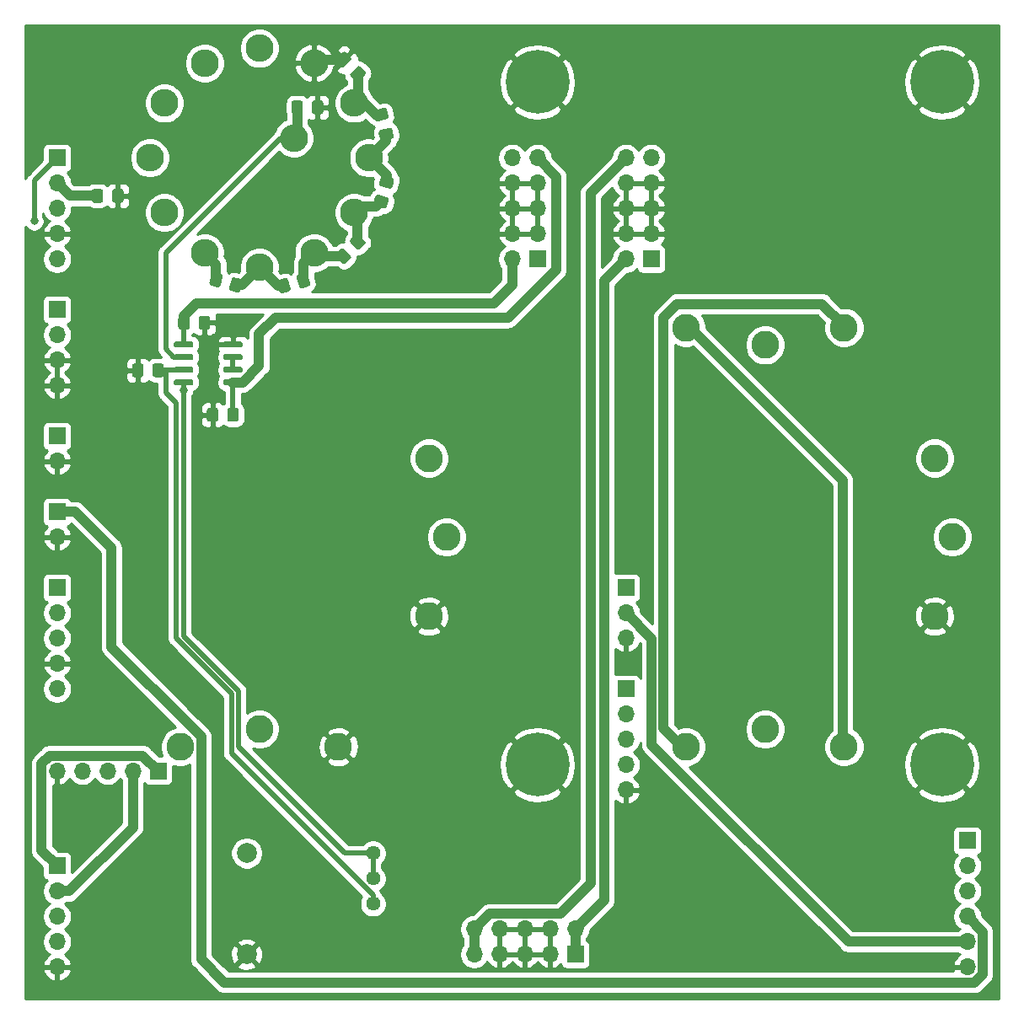
<source format=gbr>
G04 #@! TF.GenerationSoftware,KiCad,Pcbnew,5.1.6-c6e7f7d~86~ubuntu18.04.1*
G04 #@! TF.CreationDate,2020-06-20T10:33:53-04:00*
G04 #@! TF.ProjectId,oscillator_carrier_board,6f736369-6c6c-4617-946f-725f63617272,1*
G04 #@! TF.SameCoordinates,Original*
G04 #@! TF.FileFunction,Copper,L2,Bot*
G04 #@! TF.FilePolarity,Positive*
%FSLAX46Y46*%
G04 Gerber Fmt 4.6, Leading zero omitted, Abs format (unit mm)*
G04 Created by KiCad (PCBNEW 5.1.6-c6e7f7d~86~ubuntu18.04.1) date 2020-06-20 10:33:53*
%MOMM*%
%LPD*%
G01*
G04 APERTURE LIST*
G04 #@! TA.AperFunction,ComponentPad*
%ADD10C,2.000000*%
G04 #@! TD*
G04 #@! TA.AperFunction,ComponentPad*
%ADD11C,2.800000*%
G04 #@! TD*
G04 #@! TA.AperFunction,ComponentPad*
%ADD12O,1.700000X1.700000*%
G04 #@! TD*
G04 #@! TA.AperFunction,ComponentPad*
%ADD13R,1.700000X1.700000*%
G04 #@! TD*
G04 #@! TA.AperFunction,ComponentPad*
%ADD14O,2.800000X2.800000*%
G04 #@! TD*
G04 #@! TA.AperFunction,ComponentPad*
%ADD15C,0.800000*%
G04 #@! TD*
G04 #@! TA.AperFunction,ComponentPad*
%ADD16C,6.400000*%
G04 #@! TD*
G04 #@! TA.AperFunction,ComponentPad*
%ADD17C,1.440000*%
G04 #@! TD*
G04 #@! TA.AperFunction,ViaPad*
%ADD18C,1.000000*%
G04 #@! TD*
G04 #@! TA.AperFunction,ViaPad*
%ADD19C,0.800000*%
G04 #@! TD*
G04 #@! TA.AperFunction,Conductor*
%ADD20C,1.000000*%
G04 #@! TD*
G04 #@! TA.AperFunction,Conductor*
%ADD21C,0.500000*%
G04 #@! TD*
G04 #@! TA.AperFunction,Conductor*
%ADD22C,0.254000*%
G04 #@! TD*
G04 APERTURE END LIST*
D10*
X124460000Y-134620000D03*
X124460000Y-144780000D03*
D11*
X168584777Y-81808590D03*
X176530000Y-83570000D03*
X184475223Y-81808590D03*
X184475223Y-123931410D03*
X176530000Y-122170000D03*
X168584777Y-123931410D03*
X133675223Y-123931410D03*
X125730000Y-122170000D03*
X117784777Y-123931410D03*
X193568590Y-110815223D03*
X195330000Y-102870000D03*
X193568590Y-94924777D03*
X142768590Y-110815223D03*
X144530000Y-102870000D03*
X142768590Y-94924777D03*
G04 #@! TA.AperFunction,SMDPad,CuDef*
G36*
G01*
X122113400Y-87475200D02*
X122113400Y-87175200D01*
G75*
G02*
X122263400Y-87025200I150000J0D01*
G01*
X123913400Y-87025200D01*
G75*
G02*
X124063400Y-87175200I0J-150000D01*
G01*
X124063400Y-87475200D01*
G75*
G02*
X123913400Y-87625200I-150000J0D01*
G01*
X122263400Y-87625200D01*
G75*
G02*
X122113400Y-87475200I0J150000D01*
G01*
G37*
G04 #@! TD.AperFunction*
G04 #@! TA.AperFunction,SMDPad,CuDef*
G36*
G01*
X122113400Y-86205200D02*
X122113400Y-85905200D01*
G75*
G02*
X122263400Y-85755200I150000J0D01*
G01*
X123913400Y-85755200D01*
G75*
G02*
X124063400Y-85905200I0J-150000D01*
G01*
X124063400Y-86205200D01*
G75*
G02*
X123913400Y-86355200I-150000J0D01*
G01*
X122263400Y-86355200D01*
G75*
G02*
X122113400Y-86205200I0J150000D01*
G01*
G37*
G04 #@! TD.AperFunction*
G04 #@! TA.AperFunction,SMDPad,CuDef*
G36*
G01*
X122113400Y-84935200D02*
X122113400Y-84635200D01*
G75*
G02*
X122263400Y-84485200I150000J0D01*
G01*
X123913400Y-84485200D01*
G75*
G02*
X124063400Y-84635200I0J-150000D01*
G01*
X124063400Y-84935200D01*
G75*
G02*
X123913400Y-85085200I-150000J0D01*
G01*
X122263400Y-85085200D01*
G75*
G02*
X122113400Y-84935200I0J150000D01*
G01*
G37*
G04 #@! TD.AperFunction*
G04 #@! TA.AperFunction,SMDPad,CuDef*
G36*
G01*
X122113400Y-83665200D02*
X122113400Y-83365200D01*
G75*
G02*
X122263400Y-83215200I150000J0D01*
G01*
X123913400Y-83215200D01*
G75*
G02*
X124063400Y-83365200I0J-150000D01*
G01*
X124063400Y-83665200D01*
G75*
G02*
X123913400Y-83815200I-150000J0D01*
G01*
X122263400Y-83815200D01*
G75*
G02*
X122113400Y-83665200I0J150000D01*
G01*
G37*
G04 #@! TD.AperFunction*
G04 #@! TA.AperFunction,SMDPad,CuDef*
G36*
G01*
X117163400Y-83665200D02*
X117163400Y-83365200D01*
G75*
G02*
X117313400Y-83215200I150000J0D01*
G01*
X118963400Y-83215200D01*
G75*
G02*
X119113400Y-83365200I0J-150000D01*
G01*
X119113400Y-83665200D01*
G75*
G02*
X118963400Y-83815200I-150000J0D01*
G01*
X117313400Y-83815200D01*
G75*
G02*
X117163400Y-83665200I0J150000D01*
G01*
G37*
G04 #@! TD.AperFunction*
G04 #@! TA.AperFunction,SMDPad,CuDef*
G36*
G01*
X117163400Y-84935200D02*
X117163400Y-84635200D01*
G75*
G02*
X117313400Y-84485200I150000J0D01*
G01*
X118963400Y-84485200D01*
G75*
G02*
X119113400Y-84635200I0J-150000D01*
G01*
X119113400Y-84935200D01*
G75*
G02*
X118963400Y-85085200I-150000J0D01*
G01*
X117313400Y-85085200D01*
G75*
G02*
X117163400Y-84935200I0J150000D01*
G01*
G37*
G04 #@! TD.AperFunction*
G04 #@! TA.AperFunction,SMDPad,CuDef*
G36*
G01*
X117163400Y-86205200D02*
X117163400Y-85905200D01*
G75*
G02*
X117313400Y-85755200I150000J0D01*
G01*
X118963400Y-85755200D01*
G75*
G02*
X119113400Y-85905200I0J-150000D01*
G01*
X119113400Y-86205200D01*
G75*
G02*
X118963400Y-86355200I-150000J0D01*
G01*
X117313400Y-86355200D01*
G75*
G02*
X117163400Y-86205200I0J150000D01*
G01*
G37*
G04 #@! TD.AperFunction*
G04 #@! TA.AperFunction,SMDPad,CuDef*
G36*
G01*
X117163400Y-87475200D02*
X117163400Y-87175200D01*
G75*
G02*
X117313400Y-87025200I150000J0D01*
G01*
X118963400Y-87025200D01*
G75*
G02*
X119113400Y-87175200I0J-150000D01*
G01*
X119113400Y-87475200D01*
G75*
G02*
X118963400Y-87625200I-150000J0D01*
G01*
X117313400Y-87625200D01*
G75*
G02*
X117163400Y-87475200I0J150000D01*
G01*
G37*
G04 #@! TD.AperFunction*
G04 #@! TA.AperFunction,SMDPad,CuDef*
G36*
G01*
X118735800Y-80880799D02*
X118735800Y-81780801D01*
G75*
G02*
X118485801Y-82030800I-249999J0D01*
G01*
X117835799Y-82030800D01*
G75*
G02*
X117585800Y-81780801I0J249999D01*
G01*
X117585800Y-80880799D01*
G75*
G02*
X117835799Y-80630800I249999J0D01*
G01*
X118485801Y-80630800D01*
G75*
G02*
X118735800Y-80880799I0J-249999D01*
G01*
G37*
G04 #@! TD.AperFunction*
G04 #@! TA.AperFunction,SMDPad,CuDef*
G36*
G01*
X120785800Y-80880799D02*
X120785800Y-81780801D01*
G75*
G02*
X120535801Y-82030800I-249999J0D01*
G01*
X119885799Y-82030800D01*
G75*
G02*
X119635800Y-81780801I0J249999D01*
G01*
X119635800Y-80880799D01*
G75*
G02*
X119885799Y-80630800I249999J0D01*
G01*
X120535801Y-80630800D01*
G75*
G02*
X120785800Y-80880799I0J-249999D01*
G01*
G37*
G04 #@! TD.AperFunction*
G04 #@! TA.AperFunction,SMDPad,CuDef*
G36*
G01*
X121613400Y-90126399D02*
X121613400Y-91026401D01*
G75*
G02*
X121363401Y-91276400I-249999J0D01*
G01*
X120713399Y-91276400D01*
G75*
G02*
X120463400Y-91026401I0J249999D01*
G01*
X120463400Y-90126399D01*
G75*
G02*
X120713399Y-89876400I249999J0D01*
G01*
X121363401Y-89876400D01*
G75*
G02*
X121613400Y-90126399I0J-249999D01*
G01*
G37*
G04 #@! TD.AperFunction*
G04 #@! TA.AperFunction,SMDPad,CuDef*
G36*
G01*
X123663400Y-90126399D02*
X123663400Y-91026401D01*
G75*
G02*
X123413401Y-91276400I-249999J0D01*
G01*
X122763399Y-91276400D01*
G75*
G02*
X122513400Y-91026401I0J249999D01*
G01*
X122513400Y-90126399D01*
G75*
G02*
X122763399Y-89876400I249999J0D01*
G01*
X123413401Y-89876400D01*
G75*
G02*
X123663400Y-90126399I0J-249999D01*
G01*
G37*
G04 #@! TD.AperFunction*
D12*
X196850000Y-146050000D03*
X196850000Y-143510000D03*
X196850000Y-140970000D03*
X196850000Y-138430000D03*
X196850000Y-135890000D03*
D13*
X196850000Y-133350000D03*
D14*
X129194102Y-62770000D03*
X125730000Y-53770000D03*
X120230000Y-55243721D03*
X116203721Y-59270000D03*
X114730000Y-64770000D03*
X116203721Y-70270000D03*
X120230000Y-74296279D03*
X125730000Y-75770000D03*
X131229999Y-74296279D03*
X135256279Y-70269999D03*
X136730000Y-64770000D03*
X135256279Y-59270000D03*
X131229999Y-55243721D03*
G04 #@! TA.AperFunction,SMDPad,CuDef*
G36*
G01*
X114095000Y-85655999D02*
X114095000Y-86556001D01*
G75*
G02*
X113845001Y-86806000I-249999J0D01*
G01*
X113194999Y-86806000D01*
G75*
G02*
X112945000Y-86556001I0J249999D01*
G01*
X112945000Y-85655999D01*
G75*
G02*
X113194999Y-85406000I249999J0D01*
G01*
X113845001Y-85406000D01*
G75*
G02*
X114095000Y-85655999I0J-249999D01*
G01*
G37*
G04 #@! TD.AperFunction*
G04 #@! TA.AperFunction,SMDPad,CuDef*
G36*
G01*
X116145000Y-85655999D02*
X116145000Y-86556001D01*
G75*
G02*
X115895001Y-86806000I-249999J0D01*
G01*
X115244999Y-86806000D01*
G75*
G02*
X114995000Y-86556001I0J249999D01*
G01*
X114995000Y-85655999D01*
G75*
G02*
X115244999Y-85406000I249999J0D01*
G01*
X115895001Y-85406000D01*
G75*
G02*
X116145000Y-85655999I0J-249999D01*
G01*
G37*
G04 #@! TD.AperFunction*
G04 #@! TA.AperFunction,SMDPad,CuDef*
G36*
G01*
X134911215Y-56248812D02*
X135547612Y-55612415D01*
G75*
G02*
X135901164Y-55612415I176776J-176776D01*
G01*
X136360785Y-56072036D01*
G75*
G02*
X136360785Y-56425588I-176776J-176776D01*
G01*
X135724388Y-57061985D01*
G75*
G02*
X135370836Y-57061985I-176776J176776D01*
G01*
X134911215Y-56602364D01*
G75*
G02*
X134911215Y-56248812I176776J176776D01*
G01*
G37*
G04 #@! TD.AperFunction*
G04 #@! TA.AperFunction,SMDPad,CuDef*
G36*
G01*
X133461647Y-54799244D02*
X134098044Y-54162847D01*
G75*
G02*
X134451596Y-54162847I176776J-176776D01*
G01*
X134911217Y-54622468D01*
G75*
G02*
X134911217Y-54976020I-176776J-176776D01*
G01*
X134274820Y-55612417D01*
G75*
G02*
X133921268Y-55612417I-176776J176776D01*
G01*
X133461647Y-55152796D01*
G75*
G02*
X133461647Y-54799244I176776J176776D01*
G01*
G37*
G04 #@! TD.AperFunction*
G04 #@! TA.AperFunction,SMDPad,CuDef*
G36*
G01*
X137908601Y-61968335D02*
X138777936Y-61735398D01*
G75*
G02*
X139084121Y-61912173I64705J-241480D01*
G01*
X139252354Y-62540027D01*
G75*
G02*
X139075579Y-62846212I-241480J-64705D01*
G01*
X138206244Y-63079150D01*
G75*
G02*
X137900059Y-62902375I-64705J241480D01*
G01*
X137731826Y-62274521D01*
G75*
G02*
X137908601Y-61968336I241480J64705D01*
G01*
G37*
G04 #@! TD.AperFunction*
G04 #@! TA.AperFunction,SMDPad,CuDef*
G36*
G01*
X137378021Y-59988187D02*
X138247356Y-59755250D01*
G75*
G02*
X138553541Y-59932025I64705J-241480D01*
G01*
X138721774Y-60559879D01*
G75*
G02*
X138544999Y-60866064I-241480J-64705D01*
G01*
X137675664Y-61099002D01*
G75*
G02*
X137369479Y-60922227I-64705J241480D01*
G01*
X137201246Y-60294373D01*
G75*
G02*
X137378021Y-59988188I241480J64705D01*
G01*
G37*
G04 #@! TD.AperFunction*
G04 #@! TA.AperFunction,SMDPad,CuDef*
G36*
G01*
X137686953Y-68492324D02*
X138556289Y-68725262D01*
G75*
G02*
X138733064Y-69031447I-64705J-241480D01*
G01*
X138564831Y-69659301D01*
G75*
G02*
X138258646Y-69836076I-241480J64705D01*
G01*
X137389311Y-69603138D01*
G75*
G02*
X137212536Y-69296953I64705J241480D01*
G01*
X137380769Y-68669099D01*
G75*
G02*
X137686954Y-68492324I241480J-64705D01*
G01*
G37*
G04 #@! TD.AperFunction*
G04 #@! TA.AperFunction,SMDPad,CuDef*
G36*
G01*
X138217533Y-66512176D02*
X139086869Y-66745114D01*
G75*
G02*
X139263644Y-67051299I-64705J-241480D01*
G01*
X139095411Y-67679153D01*
G75*
G02*
X138789226Y-67855928I-241480J64705D01*
G01*
X137919891Y-67622990D01*
G75*
G02*
X137743116Y-67316805I64705J241480D01*
G01*
X137911349Y-66688951D01*
G75*
G02*
X138217534Y-66512176I241480J-64705D01*
G01*
G37*
G04 #@! TD.AperFunction*
G04 #@! TA.AperFunction,SMDPad,CuDef*
G36*
G01*
X134251188Y-73925815D02*
X134887585Y-74562212D01*
G75*
G02*
X134887585Y-74915764I-176776J-176776D01*
G01*
X134427964Y-75375385D01*
G75*
G02*
X134074412Y-75375385I-176776J176776D01*
G01*
X133438015Y-74738988D01*
G75*
G02*
X133438015Y-74385436I176776J176776D01*
G01*
X133897636Y-73925815D01*
G75*
G02*
X134251188Y-73925815I176776J-176776D01*
G01*
G37*
G04 #@! TD.AperFunction*
G04 #@! TA.AperFunction,SMDPad,CuDef*
G36*
G01*
X135700756Y-72476247D02*
X136337153Y-73112644D01*
G75*
G02*
X136337153Y-73466196I-176776J-176776D01*
G01*
X135877532Y-73925817D01*
G75*
G02*
X135523980Y-73925817I-176776J176776D01*
G01*
X134887583Y-73289420D01*
G75*
G02*
X134887583Y-72935868I176776J176776D01*
G01*
X135347204Y-72476247D01*
G75*
G02*
X135700756Y-72476247I176776J-176776D01*
G01*
G37*
G04 #@! TD.AperFunction*
G04 #@! TA.AperFunction,SMDPad,CuDef*
G36*
G01*
X128632739Y-77038911D02*
X128865676Y-77908246D01*
G75*
G02*
X128688901Y-78214431I-241480J-64705D01*
G01*
X128061047Y-78382664D01*
G75*
G02*
X127754862Y-78205889I-64705J241480D01*
G01*
X127521924Y-77336554D01*
G75*
G02*
X127698699Y-77030369I241480J64705D01*
G01*
X128326553Y-76862136D01*
G75*
G02*
X128632738Y-77038911I64705J-241480D01*
G01*
G37*
G04 #@! TD.AperFunction*
G04 #@! TA.AperFunction,SMDPad,CuDef*
G36*
G01*
X130612887Y-76508331D02*
X130845824Y-77377666D01*
G75*
G02*
X130669049Y-77683851I-241480J-64705D01*
G01*
X130041195Y-77852084D01*
G75*
G02*
X129735010Y-77675309I-64705J241480D01*
G01*
X129502072Y-76805974D01*
G75*
G02*
X129678847Y-76499789I241480J64705D01*
G01*
X130306701Y-76331556D01*
G75*
G02*
X130612886Y-76508331I64705J-241480D01*
G01*
G37*
G04 #@! TD.AperFunction*
G04 #@! TA.AperFunction,SMDPad,CuDef*
G36*
G01*
X122059528Y-76729773D02*
X121826590Y-77599109D01*
G75*
G02*
X121520405Y-77775884I-241480J64705D01*
G01*
X120892551Y-77607651D01*
G75*
G02*
X120715776Y-77301466I64705J241480D01*
G01*
X120948714Y-76432131D01*
G75*
G02*
X121254899Y-76255356I241480J-64705D01*
G01*
X121882753Y-76423589D01*
G75*
G02*
X122059528Y-76729774I-64705J-241480D01*
G01*
G37*
G04 #@! TD.AperFunction*
G04 #@! TA.AperFunction,SMDPad,CuDef*
G36*
G01*
X124039676Y-77260353D02*
X123806738Y-78129689D01*
G75*
G02*
X123500553Y-78306464I-241480J64705D01*
G01*
X122872699Y-78138231D01*
G75*
G02*
X122695924Y-77832046I64705J241480D01*
G01*
X122928862Y-76962711D01*
G75*
G02*
X123235047Y-76785936I241480J-64705D01*
G01*
X123862901Y-76954169D01*
G75*
G02*
X124039676Y-77260354I-64705J-241480D01*
G01*
G37*
G04 #@! TD.AperFunction*
G04 #@! TA.AperFunction,SMDPad,CuDef*
G36*
G01*
X110940000Y-69030001D02*
X110940000Y-68129999D01*
G75*
G02*
X111189999Y-67880000I249999J0D01*
G01*
X111840001Y-67880000D01*
G75*
G02*
X112090000Y-68129999I0J-249999D01*
G01*
X112090000Y-69030001D01*
G75*
G02*
X111840001Y-69280000I-249999J0D01*
G01*
X111189999Y-69280000D01*
G75*
G02*
X110940000Y-69030001I0J249999D01*
G01*
G37*
G04 #@! TD.AperFunction*
G04 #@! TA.AperFunction,SMDPad,CuDef*
G36*
G01*
X108890000Y-69030001D02*
X108890000Y-68129999D01*
G75*
G02*
X109139999Y-67880000I249999J0D01*
G01*
X109790001Y-67880000D01*
G75*
G02*
X110040000Y-68129999I0J-249999D01*
G01*
X110040000Y-69030001D01*
G75*
G02*
X109790001Y-69280000I-249999J0D01*
G01*
X109139999Y-69280000D01*
G75*
G02*
X108890000Y-69030001I0J249999D01*
G01*
G37*
G04 #@! TD.AperFunction*
G04 #@! TA.AperFunction,SMDPad,CuDef*
G36*
G01*
X131015000Y-60140001D02*
X131015000Y-59239999D01*
G75*
G02*
X131264999Y-58990000I249999J0D01*
G01*
X131915001Y-58990000D01*
G75*
G02*
X132165000Y-59239999I0J-249999D01*
G01*
X132165000Y-60140001D01*
G75*
G02*
X131915001Y-60390000I-249999J0D01*
G01*
X131264999Y-60390000D01*
G75*
G02*
X131015000Y-60140001I0J249999D01*
G01*
G37*
G04 #@! TD.AperFunction*
G04 #@! TA.AperFunction,SMDPad,CuDef*
G36*
G01*
X128965000Y-60140001D02*
X128965000Y-59239999D01*
G75*
G02*
X129214999Y-58990000I249999J0D01*
G01*
X129865001Y-58990000D01*
G75*
G02*
X130115000Y-59239999I0J-249999D01*
G01*
X130115000Y-60140001D01*
G75*
G02*
X129865001Y-60390000I-249999J0D01*
G01*
X129214999Y-60390000D01*
G75*
G02*
X128965000Y-60140001I0J249999D01*
G01*
G37*
G04 #@! TD.AperFunction*
D15*
X196007056Y-124032944D03*
X194310000Y-123330000D03*
X192612944Y-124032944D03*
X191910000Y-125730000D03*
X192612944Y-127427056D03*
X194310000Y-128130000D03*
X196007056Y-127427056D03*
X196710000Y-125730000D03*
D16*
X194310000Y-125730000D03*
D15*
X196007056Y-55452944D03*
X194310000Y-54750000D03*
X192612944Y-55452944D03*
X191910000Y-57150000D03*
X192612944Y-58847056D03*
X194310000Y-59550000D03*
X196007056Y-58847056D03*
X196710000Y-57150000D03*
D16*
X194310000Y-57150000D03*
D12*
X162560000Y-64770000D03*
X165100000Y-64770000D03*
X162560000Y-67310000D03*
X165100000Y-67310000D03*
X162560000Y-69850000D03*
X165100000Y-69850000D03*
X162560000Y-72390000D03*
X165100000Y-72390000D03*
X162560000Y-74930000D03*
D13*
X165100000Y-74930000D03*
D12*
X162560000Y-113030000D03*
X162560000Y-110490000D03*
D13*
X162560000Y-107950000D03*
D12*
X162560000Y-128270000D03*
X162560000Y-125730000D03*
X162560000Y-123190000D03*
X162560000Y-120650000D03*
D13*
X162560000Y-118110000D03*
D12*
X147320000Y-142240000D03*
X147320000Y-144780000D03*
X149860000Y-142240000D03*
X149860000Y-144780000D03*
X152400000Y-142240000D03*
X152400000Y-144780000D03*
X154940000Y-142240000D03*
X154940000Y-144780000D03*
X157480000Y-142240000D03*
D13*
X157480000Y-144780000D03*
D12*
X105410000Y-146050000D03*
X105410000Y-143510000D03*
X105410000Y-140970000D03*
X105410000Y-138430000D03*
D13*
X105410000Y-135890000D03*
D15*
X155367056Y-124032944D03*
X153670000Y-123330000D03*
X151972944Y-124032944D03*
X151270000Y-125730000D03*
X151972944Y-127427056D03*
X153670000Y-128130000D03*
X155367056Y-127427056D03*
X156070000Y-125730000D03*
D16*
X153670000Y-125730000D03*
D15*
X155367056Y-55452944D03*
X153670000Y-54750000D03*
X151972944Y-55452944D03*
X151270000Y-57150000D03*
X151972944Y-58847056D03*
X153670000Y-59550000D03*
X155367056Y-58847056D03*
X156070000Y-57150000D03*
D16*
X153670000Y-57150000D03*
D17*
X137160000Y-134620000D03*
X137160000Y-137160000D03*
X137160000Y-139700000D03*
D12*
X105410000Y-74930000D03*
X105410000Y-72390000D03*
X105410000Y-69850000D03*
X105410000Y-67310000D03*
D13*
X105410000Y-64770000D03*
D12*
X105410000Y-126365000D03*
X107950000Y-126365000D03*
X110490000Y-126365000D03*
X113030000Y-126365000D03*
D13*
X115570000Y-126365000D03*
D12*
X151130000Y-64770000D03*
X153670000Y-64770000D03*
X151130000Y-67310000D03*
X153670000Y-67310000D03*
X151130000Y-69850000D03*
X153670000Y-69850000D03*
X151130000Y-72390000D03*
X153670000Y-72390000D03*
X151130000Y-74930000D03*
D13*
X153670000Y-74930000D03*
D12*
X105410000Y-118110000D03*
X105410000Y-115570000D03*
X105410000Y-113030000D03*
X105410000Y-110490000D03*
D13*
X105410000Y-107950000D03*
D12*
X105410000Y-102870000D03*
D13*
X105410000Y-100330000D03*
D12*
X105410000Y-95250000D03*
D13*
X105410000Y-92710000D03*
D12*
X105410000Y-87630000D03*
X105410000Y-85090000D03*
X105410000Y-82550000D03*
D13*
X105410000Y-80010000D03*
D18*
X156210000Y-97790000D03*
X163830000Y-97790000D03*
X147320000Y-97790000D03*
X172720000Y-97790000D03*
X186690000Y-97790000D03*
X139700000Y-99060000D03*
X130810000Y-99060000D03*
X134620000Y-86360000D03*
X154940000Y-86360000D03*
X163830000Y-86360000D03*
D19*
X114579400Y-134848600D03*
X114757200Y-140131800D03*
X112928400Y-143662400D03*
D18*
X123748800Y-116103400D03*
X128346200Y-116255800D03*
X133477000Y-116306600D03*
X139877800Y-116179600D03*
X156438600Y-112141000D03*
X156489400Y-119481600D03*
X173583600Y-112953800D03*
X182118000Y-112826800D03*
X112014000Y-121310400D03*
X119710200Y-97637600D03*
X115366800Y-102285800D03*
X115341400Y-95275400D03*
D19*
X105740200Y-130098800D03*
D18*
X109855000Y-132486400D03*
D19*
X118138400Y-88109600D03*
X103124000Y-71120000D03*
D20*
X131586088Y-54887632D02*
X131229999Y-55243721D01*
X134186432Y-54887632D02*
X131586088Y-54887632D01*
X165144589Y-123744331D02*
X165144589Y-113074589D01*
X165144589Y-113074589D02*
X162560000Y-110490000D01*
X196850000Y-143510000D02*
X184910258Y-143510000D01*
X184910258Y-143510000D02*
X165144589Y-123744331D01*
X107260000Y-100330000D02*
X105410000Y-100330000D01*
X110871000Y-113919000D02*
X110871000Y-103941000D01*
X118783409Y-121831409D02*
X110871000Y-113919000D01*
X110871000Y-103941000D02*
X107260000Y-100330000D01*
X118792778Y-121831409D02*
X118783409Y-121831409D01*
X119884778Y-122923409D02*
X118792778Y-121831409D01*
X198400001Y-142520001D02*
X198400001Y-146794001D01*
X196850000Y-140970000D02*
X198400001Y-142520001D01*
X122200001Y-147600001D02*
X119884778Y-145284778D01*
X198400001Y-146794001D02*
X197594001Y-147600001D01*
X197594001Y-147600001D02*
X122200001Y-147600001D01*
X119884778Y-145284778D02*
X119884778Y-122923409D01*
X113030000Y-132012081D02*
X113030000Y-126365000D01*
X106612081Y-138430000D02*
X113030000Y-132012081D01*
X105410000Y-138430000D02*
X106612081Y-138430000D01*
X114019999Y-124814999D02*
X115570000Y-126365000D01*
X104665999Y-124814999D02*
X114019999Y-124814999D01*
X103859999Y-125620999D02*
X104665999Y-124814999D01*
X105410000Y-135890000D02*
X103859999Y-134339999D01*
X103859999Y-134339999D02*
X103859999Y-125620999D01*
X184348440Y-97173580D02*
X168711560Y-81536700D01*
X184348440Y-124203300D02*
X184348440Y-97173580D01*
X121387652Y-75453931D02*
X120230000Y-74296279D01*
X121387652Y-77015620D02*
X121387652Y-75453931D01*
X168450100Y-124203300D02*
X168711560Y-124203300D01*
X166344600Y-122097800D02*
X168450100Y-124203300D01*
X167703559Y-79436699D02*
X166344600Y-80795658D01*
X166344600Y-80795658D02*
X166344600Y-122097800D01*
X184348440Y-81536700D02*
X182248439Y-79436699D01*
X182248439Y-79436699D02*
X167703559Y-79436699D01*
X106680000Y-68580000D02*
X105410000Y-67310000D01*
X109465000Y-68580000D02*
X106680000Y-68580000D01*
X129540000Y-62424102D02*
X129194102Y-62770000D01*
X129540000Y-59690000D02*
X129540000Y-62424102D01*
D21*
X117163400Y-84785200D02*
X118138400Y-84785200D01*
X116332000Y-83953800D02*
X117163400Y-84785200D01*
X116332000Y-74295000D02*
X116332000Y-83953800D01*
X129194102Y-62770000D02*
X127857000Y-62770000D01*
X127857000Y-62770000D02*
X116332000Y-74295000D01*
D20*
X127582400Y-77622400D02*
X125730000Y-75770000D01*
X128193800Y-77622400D02*
X127582400Y-77622400D01*
X123953800Y-77546200D02*
X125730000Y-75770000D01*
X123367800Y-77546200D02*
X123953800Y-77546200D01*
X131584320Y-74650600D02*
X131229999Y-74296279D01*
X134162800Y-74650600D02*
X131584320Y-74650600D01*
X130173948Y-75352330D02*
X131229999Y-74296279D01*
X130173948Y-77091820D02*
X130173948Y-75352330D01*
X135612368Y-70626088D02*
X135256279Y-70269999D01*
X135612368Y-73201032D02*
X135612368Y-70626088D01*
X137464800Y-69621400D02*
X135904878Y-69621400D01*
X135904878Y-69621400D02*
X135256279Y-70269999D01*
X137972800Y-69164200D02*
X137922000Y-69164200D01*
X137922000Y-69164200D02*
X137464800Y-69621400D01*
X138492090Y-63007910D02*
X136730000Y-64770000D01*
X138492090Y-62407274D02*
X138492090Y-63007910D01*
X138503380Y-66543380D02*
X136730000Y-64770000D01*
X138503380Y-67184052D02*
X138503380Y-66543380D01*
X135636000Y-58890279D02*
X135256279Y-59270000D01*
X135636000Y-56337200D02*
X135636000Y-58890279D01*
X137860436Y-60528200D02*
X137961510Y-60427126D01*
X137541000Y-60528200D02*
X137860436Y-60528200D01*
X135256279Y-59270000D02*
X136282800Y-59270000D01*
X136282800Y-59270000D02*
X137541000Y-60528200D01*
D21*
X123088400Y-84785200D02*
X123088400Y-86055200D01*
D20*
X147320000Y-142240000D02*
X147320000Y-144780000D01*
X148870001Y-140689999D02*
X155982001Y-140689999D01*
X147320000Y-142240000D02*
X148870001Y-140689999D01*
X155982001Y-140689999D02*
X159004000Y-137668000D01*
X159004000Y-68326000D02*
X162560000Y-64770000D01*
X159004000Y-137668000D02*
X159004000Y-68326000D01*
D21*
X123088400Y-87325200D02*
X123088400Y-90576400D01*
D20*
X155549600Y-66649600D02*
X153670000Y-64770000D01*
X124063400Y-87325200D02*
X125704600Y-85684000D01*
X155549600Y-76022200D02*
X155549600Y-66649600D01*
X123088400Y-87325200D02*
X124063400Y-87325200D01*
X125704600Y-85684000D02*
X125704600Y-82473800D01*
X125704600Y-82473800D02*
X127330200Y-80848200D01*
X127330200Y-80848200D02*
X150723600Y-80848200D01*
X150723600Y-80848200D02*
X155549600Y-76022200D01*
X157480000Y-144780000D02*
X157480000Y-142240000D01*
X160375600Y-77114400D02*
X162560000Y-74930000D01*
X157480000Y-142240000D02*
X160375600Y-139344400D01*
X160375600Y-139344400D02*
X160375600Y-77114400D01*
D21*
X118138400Y-81353200D02*
X118160800Y-81330800D01*
X118138400Y-83515200D02*
X118138400Y-81353200D01*
D20*
X119442000Y-79349600D02*
X149275800Y-79349600D01*
X118160800Y-81330800D02*
X118160800Y-80630800D01*
X118160800Y-80630800D02*
X119442000Y-79349600D01*
X151130000Y-77495400D02*
X151130000Y-74930000D01*
X149275800Y-79349600D02*
X151130000Y-77495400D01*
D21*
X137160000Y-134620000D02*
X137160000Y-137160000D01*
X118138400Y-87325200D02*
X118138400Y-88109600D01*
X103124000Y-67056000D02*
X105410000Y-64770000D01*
X103124000Y-71120000D02*
X103124000Y-67056000D01*
X123636011Y-123916046D02*
X134339965Y-134620000D01*
X123636011Y-118328046D02*
X123636011Y-123916046D01*
X136141767Y-134620000D02*
X137160000Y-134620000D01*
X118138400Y-112830435D02*
X123636011Y-118328046D01*
X118138400Y-88109600D02*
X118138400Y-112830435D01*
X134339965Y-134620000D02*
X136141767Y-134620000D01*
X118087600Y-86106000D02*
X118138400Y-86055200D01*
X115570000Y-86106000D02*
X118087600Y-86106000D01*
X116128800Y-86055200D02*
X118138400Y-86055200D01*
X116078000Y-86106000D02*
X116128800Y-86055200D01*
X116332000Y-86360000D02*
X116078000Y-86106000D01*
X116332000Y-88392000D02*
X116332000Y-86360000D01*
X117348000Y-89408000D02*
X116332000Y-88392000D01*
X117348000Y-113030000D02*
X117348000Y-89408000D01*
X137160000Y-138855113D02*
X122936000Y-124631113D01*
X122936000Y-118618000D02*
X117348000Y-113030000D01*
X137160000Y-139700000D02*
X137160000Y-138855113D01*
X122936000Y-124631113D02*
X122936000Y-118618000D01*
D22*
G36*
X200000000Y-149200000D02*
G01*
X102260000Y-149200000D01*
X102260000Y-146406890D01*
X103968524Y-146406890D01*
X104013175Y-146554099D01*
X104138359Y-146816920D01*
X104312412Y-147050269D01*
X104528645Y-147245178D01*
X104778748Y-147394157D01*
X105053109Y-147491481D01*
X105283000Y-147370814D01*
X105283000Y-146177000D01*
X105537000Y-146177000D01*
X105537000Y-147370814D01*
X105766891Y-147491481D01*
X106041252Y-147394157D01*
X106291355Y-147245178D01*
X106507588Y-147050269D01*
X106681641Y-146816920D01*
X106806825Y-146554099D01*
X106851476Y-146406890D01*
X106730155Y-146177000D01*
X105537000Y-146177000D01*
X105283000Y-146177000D01*
X104089845Y-146177000D01*
X103968524Y-146406890D01*
X102260000Y-146406890D01*
X102260000Y-125620999D01*
X102719508Y-125620999D01*
X102725000Y-125676760D01*
X102724999Y-134284247D01*
X102719508Y-134339999D01*
X102724999Y-134395750D01*
X102741422Y-134562497D01*
X102806323Y-134776445D01*
X102911715Y-134973622D01*
X103053550Y-135146448D01*
X103096864Y-135181995D01*
X103921928Y-136007060D01*
X103921928Y-136740000D01*
X103934188Y-136864482D01*
X103970498Y-136984180D01*
X104029463Y-137094494D01*
X104108815Y-137191185D01*
X104205506Y-137270537D01*
X104315820Y-137329502D01*
X104388380Y-137351513D01*
X104256525Y-137483368D01*
X104094010Y-137726589D01*
X103982068Y-137996842D01*
X103925000Y-138283740D01*
X103925000Y-138576260D01*
X103982068Y-138863158D01*
X104094010Y-139133411D01*
X104256525Y-139376632D01*
X104463368Y-139583475D01*
X104637760Y-139700000D01*
X104463368Y-139816525D01*
X104256525Y-140023368D01*
X104094010Y-140266589D01*
X103982068Y-140536842D01*
X103925000Y-140823740D01*
X103925000Y-141116260D01*
X103982068Y-141403158D01*
X104094010Y-141673411D01*
X104256525Y-141916632D01*
X104463368Y-142123475D01*
X104637760Y-142240000D01*
X104463368Y-142356525D01*
X104256525Y-142563368D01*
X104094010Y-142806589D01*
X103982068Y-143076842D01*
X103925000Y-143363740D01*
X103925000Y-143656260D01*
X103982068Y-143943158D01*
X104094010Y-144213411D01*
X104256525Y-144456632D01*
X104463368Y-144663475D01*
X104645534Y-144785195D01*
X104528645Y-144854822D01*
X104312412Y-145049731D01*
X104138359Y-145283080D01*
X104013175Y-145545901D01*
X103968524Y-145693110D01*
X104089845Y-145923000D01*
X105283000Y-145923000D01*
X105283000Y-145903000D01*
X105537000Y-145903000D01*
X105537000Y-145923000D01*
X106730155Y-145923000D01*
X106851476Y-145693110D01*
X106806825Y-145545901D01*
X106681641Y-145283080D01*
X106507588Y-145049731D01*
X106291355Y-144854822D01*
X106174466Y-144785195D01*
X106356632Y-144663475D01*
X106563475Y-144456632D01*
X106725990Y-144213411D01*
X106837932Y-143943158D01*
X106895000Y-143656260D01*
X106895000Y-143363740D01*
X106837932Y-143076842D01*
X106725990Y-142806589D01*
X106563475Y-142563368D01*
X106356632Y-142356525D01*
X106182240Y-142240000D01*
X106356632Y-142123475D01*
X106563475Y-141916632D01*
X106725990Y-141673411D01*
X106837932Y-141403158D01*
X106895000Y-141116260D01*
X106895000Y-140823740D01*
X106837932Y-140536842D01*
X106725990Y-140266589D01*
X106563475Y-140023368D01*
X106356632Y-139816525D01*
X106182240Y-139700000D01*
X106356632Y-139583475D01*
X106375107Y-139565000D01*
X106556330Y-139565000D01*
X106612081Y-139570491D01*
X106667832Y-139565000D01*
X106667833Y-139565000D01*
X106834580Y-139548577D01*
X107048528Y-139483676D01*
X107245704Y-139378284D01*
X107418530Y-139236449D01*
X107454077Y-139193135D01*
X113793141Y-132854072D01*
X113836449Y-132818530D01*
X113978284Y-132645704D01*
X114083676Y-132448528D01*
X114148577Y-132234580D01*
X114165000Y-132067833D01*
X114165000Y-132067832D01*
X114170491Y-132012082D01*
X114165000Y-131956330D01*
X114165000Y-127523728D01*
X114189463Y-127569494D01*
X114268815Y-127666185D01*
X114365506Y-127745537D01*
X114475820Y-127804502D01*
X114595518Y-127840812D01*
X114720000Y-127853072D01*
X116420000Y-127853072D01*
X116544482Y-127840812D01*
X116664180Y-127804502D01*
X116774494Y-127745537D01*
X116871185Y-127666185D01*
X116950537Y-127569494D01*
X117009502Y-127459180D01*
X117045812Y-127339482D01*
X117058072Y-127215000D01*
X117058072Y-125833067D01*
X117191190Y-125888206D01*
X117584347Y-125966410D01*
X117985207Y-125966410D01*
X118378364Y-125888206D01*
X118748711Y-125734803D01*
X118749779Y-125734089D01*
X118749778Y-145229027D01*
X118744287Y-145284778D01*
X118749778Y-145340529D01*
X118766201Y-145507276D01*
X118831102Y-145721224D01*
X118936494Y-145918401D01*
X119078329Y-146091227D01*
X119121643Y-146126774D01*
X121358010Y-148363142D01*
X121393552Y-148406450D01*
X121566377Y-148548284D01*
X121566378Y-148548285D01*
X121763554Y-148653677D01*
X121977502Y-148718578D01*
X122200001Y-148740492D01*
X122255753Y-148735001D01*
X197538250Y-148735001D01*
X197594001Y-148740492D01*
X197649752Y-148735001D01*
X197649753Y-148735001D01*
X197816500Y-148718578D01*
X198030448Y-148653677D01*
X198227624Y-148548285D01*
X198400450Y-148406450D01*
X198435996Y-148363137D01*
X199163141Y-147635993D01*
X199206450Y-147600450D01*
X199348285Y-147427624D01*
X199453677Y-147230448D01*
X199518578Y-147016500D01*
X199523515Y-146966379D01*
X199540492Y-146794002D01*
X199535001Y-146738250D01*
X199535001Y-142575742D01*
X199540491Y-142520000D01*
X199535001Y-142464258D01*
X199535001Y-142464249D01*
X199518578Y-142297502D01*
X199453677Y-142083554D01*
X199348285Y-141886378D01*
X199206450Y-141713552D01*
X199163141Y-141678010D01*
X198335000Y-140849869D01*
X198335000Y-140823740D01*
X198277932Y-140536842D01*
X198165990Y-140266589D01*
X198003475Y-140023368D01*
X197796632Y-139816525D01*
X197622240Y-139700000D01*
X197796632Y-139583475D01*
X198003475Y-139376632D01*
X198165990Y-139133411D01*
X198277932Y-138863158D01*
X198335000Y-138576260D01*
X198335000Y-138283740D01*
X198277932Y-137996842D01*
X198165990Y-137726589D01*
X198003475Y-137483368D01*
X197796632Y-137276525D01*
X197622240Y-137160000D01*
X197796632Y-137043475D01*
X198003475Y-136836632D01*
X198165990Y-136593411D01*
X198277932Y-136323158D01*
X198335000Y-136036260D01*
X198335000Y-135743740D01*
X198277932Y-135456842D01*
X198165990Y-135186589D01*
X198003475Y-134943368D01*
X197871620Y-134811513D01*
X197944180Y-134789502D01*
X198054494Y-134730537D01*
X198151185Y-134651185D01*
X198230537Y-134554494D01*
X198289502Y-134444180D01*
X198325812Y-134324482D01*
X198338072Y-134200000D01*
X198338072Y-132500000D01*
X198325812Y-132375518D01*
X198289502Y-132255820D01*
X198230537Y-132145506D01*
X198151185Y-132048815D01*
X198054494Y-131969463D01*
X197944180Y-131910498D01*
X197824482Y-131874188D01*
X197700000Y-131861928D01*
X196000000Y-131861928D01*
X195875518Y-131874188D01*
X195755820Y-131910498D01*
X195645506Y-131969463D01*
X195548815Y-132048815D01*
X195469463Y-132145506D01*
X195410498Y-132255820D01*
X195374188Y-132375518D01*
X195361928Y-132500000D01*
X195361928Y-134200000D01*
X195374188Y-134324482D01*
X195410498Y-134444180D01*
X195469463Y-134554494D01*
X195548815Y-134651185D01*
X195645506Y-134730537D01*
X195755820Y-134789502D01*
X195828380Y-134811513D01*
X195696525Y-134943368D01*
X195534010Y-135186589D01*
X195422068Y-135456842D01*
X195365000Y-135743740D01*
X195365000Y-136036260D01*
X195422068Y-136323158D01*
X195534010Y-136593411D01*
X195696525Y-136836632D01*
X195903368Y-137043475D01*
X196077760Y-137160000D01*
X195903368Y-137276525D01*
X195696525Y-137483368D01*
X195534010Y-137726589D01*
X195422068Y-137996842D01*
X195365000Y-138283740D01*
X195365000Y-138576260D01*
X195422068Y-138863158D01*
X195534010Y-139133411D01*
X195696525Y-139376632D01*
X195903368Y-139583475D01*
X196077760Y-139700000D01*
X195903368Y-139816525D01*
X195696525Y-140023368D01*
X195534010Y-140266589D01*
X195422068Y-140536842D01*
X195365000Y-140823740D01*
X195365000Y-141116260D01*
X195422068Y-141403158D01*
X195534010Y-141673411D01*
X195696525Y-141916632D01*
X195903368Y-142123475D01*
X196077760Y-142240000D01*
X195903368Y-142356525D01*
X195884893Y-142375000D01*
X185380390Y-142375000D01*
X171436271Y-128430881D01*
X191788724Y-128430881D01*
X192148912Y-128920548D01*
X192812882Y-129280849D01*
X193534385Y-129504694D01*
X194285695Y-129583480D01*
X195037938Y-129514178D01*
X195762208Y-129299452D01*
X196430670Y-128947555D01*
X196471088Y-128920548D01*
X196831276Y-128430881D01*
X194310000Y-125909605D01*
X191788724Y-128430881D01*
X171436271Y-128430881D01*
X168940841Y-125935452D01*
X169178364Y-125888206D01*
X169548711Y-125734803D01*
X169882014Y-125512097D01*
X170165464Y-125228647D01*
X170388170Y-124895344D01*
X170541573Y-124524997D01*
X170619777Y-124131840D01*
X170619777Y-123730980D01*
X170541573Y-123337823D01*
X170388170Y-122967476D01*
X170165464Y-122634173D01*
X169882014Y-122350723D01*
X169548711Y-122128017D01*
X169178364Y-121974614D01*
X169153007Y-121969570D01*
X174495000Y-121969570D01*
X174495000Y-122370430D01*
X174573204Y-122763587D01*
X174726607Y-123133934D01*
X174949313Y-123467237D01*
X175232763Y-123750687D01*
X175566066Y-123973393D01*
X175936413Y-124126796D01*
X176329570Y-124205000D01*
X176730430Y-124205000D01*
X177123587Y-124126796D01*
X177493934Y-123973393D01*
X177827237Y-123750687D01*
X178110687Y-123467237D01*
X178333393Y-123133934D01*
X178486796Y-122763587D01*
X178565000Y-122370430D01*
X178565000Y-121969570D01*
X178486796Y-121576413D01*
X178333393Y-121206066D01*
X178110687Y-120872763D01*
X177827237Y-120589313D01*
X177493934Y-120366607D01*
X177123587Y-120213204D01*
X176730430Y-120135000D01*
X176329570Y-120135000D01*
X175936413Y-120213204D01*
X175566066Y-120366607D01*
X175232763Y-120589313D01*
X174949313Y-120872763D01*
X174726607Y-121206066D01*
X174573204Y-121576413D01*
X174495000Y-121969570D01*
X169153007Y-121969570D01*
X168785207Y-121896410D01*
X168384347Y-121896410D01*
X167991190Y-121974614D01*
X167874769Y-122022837D01*
X167479600Y-121627669D01*
X167479600Y-83517607D01*
X167620843Y-83611983D01*
X167991190Y-83765386D01*
X168384347Y-83843590D01*
X168785207Y-83843590D01*
X169178364Y-83765386D01*
X169289204Y-83719475D01*
X183213441Y-97643713D01*
X183213440Y-122327033D01*
X183177986Y-122350723D01*
X182894536Y-122634173D01*
X182671830Y-122967476D01*
X182518427Y-123337823D01*
X182440223Y-123730980D01*
X182440223Y-124131840D01*
X182518427Y-124524997D01*
X182671830Y-124895344D01*
X182894536Y-125228647D01*
X183177986Y-125512097D01*
X183511289Y-125734803D01*
X183881636Y-125888206D01*
X184274793Y-125966410D01*
X184675653Y-125966410D01*
X185068810Y-125888206D01*
X185439157Y-125734803D01*
X185482720Y-125705695D01*
X190456520Y-125705695D01*
X190525822Y-126457938D01*
X190740548Y-127182208D01*
X191092445Y-127850670D01*
X191119452Y-127891088D01*
X191609119Y-128251276D01*
X194130395Y-125730000D01*
X194489605Y-125730000D01*
X197010881Y-128251276D01*
X197500548Y-127891088D01*
X197860849Y-127227118D01*
X198084694Y-126505615D01*
X198163480Y-125754305D01*
X198094178Y-125002062D01*
X197879452Y-124277792D01*
X197527555Y-123609330D01*
X197500548Y-123568912D01*
X197010881Y-123208724D01*
X194489605Y-125730000D01*
X194130395Y-125730000D01*
X191609119Y-123208724D01*
X191119452Y-123568912D01*
X190759151Y-124232882D01*
X190535306Y-124954385D01*
X190456520Y-125705695D01*
X185482720Y-125705695D01*
X185772460Y-125512097D01*
X186055910Y-125228647D01*
X186278616Y-124895344D01*
X186432019Y-124524997D01*
X186510223Y-124131840D01*
X186510223Y-123730980D01*
X186432019Y-123337823D01*
X186304150Y-123029119D01*
X191788724Y-123029119D01*
X194310000Y-125550395D01*
X196831276Y-123029119D01*
X196471088Y-122539452D01*
X195807118Y-122179151D01*
X195085615Y-121955306D01*
X194334305Y-121876520D01*
X193582062Y-121945822D01*
X192857792Y-122160548D01*
X192189330Y-122512445D01*
X192148912Y-122539452D01*
X191788724Y-123029119D01*
X186304150Y-123029119D01*
X186278616Y-122967476D01*
X186055910Y-122634173D01*
X185772460Y-122350723D01*
X185483440Y-122157606D01*
X185483440Y-112235670D01*
X192327748Y-112235670D01*
X192471725Y-112540993D01*
X192829482Y-112721820D01*
X193215643Y-112829378D01*
X193615367Y-112859533D01*
X194013294Y-112811127D01*
X194394130Y-112686018D01*
X194665455Y-112540993D01*
X194809432Y-112235670D01*
X193568590Y-110994828D01*
X192327748Y-112235670D01*
X185483440Y-112235670D01*
X185483440Y-110862000D01*
X191524280Y-110862000D01*
X191572686Y-111259927D01*
X191697795Y-111640763D01*
X191842820Y-111912088D01*
X192148143Y-112056065D01*
X193388985Y-110815223D01*
X193748195Y-110815223D01*
X194989037Y-112056065D01*
X195294360Y-111912088D01*
X195475187Y-111554331D01*
X195582745Y-111168170D01*
X195612900Y-110768446D01*
X195564494Y-110370519D01*
X195439385Y-109989683D01*
X195294360Y-109718358D01*
X194989037Y-109574381D01*
X193748195Y-110815223D01*
X193388985Y-110815223D01*
X192148143Y-109574381D01*
X191842820Y-109718358D01*
X191661993Y-110076115D01*
X191554435Y-110462276D01*
X191524280Y-110862000D01*
X185483440Y-110862000D01*
X185483440Y-109394776D01*
X192327748Y-109394776D01*
X193568590Y-110635618D01*
X194809432Y-109394776D01*
X194665455Y-109089453D01*
X194307698Y-108908626D01*
X193921537Y-108801068D01*
X193521813Y-108770913D01*
X193123886Y-108819319D01*
X192743050Y-108944428D01*
X192471725Y-109089453D01*
X192327748Y-109394776D01*
X185483440Y-109394776D01*
X185483440Y-102669570D01*
X193295000Y-102669570D01*
X193295000Y-103070430D01*
X193373204Y-103463587D01*
X193526607Y-103833934D01*
X193749313Y-104167237D01*
X194032763Y-104450687D01*
X194366066Y-104673393D01*
X194736413Y-104826796D01*
X195129570Y-104905000D01*
X195530430Y-104905000D01*
X195923587Y-104826796D01*
X196293934Y-104673393D01*
X196627237Y-104450687D01*
X196910687Y-104167237D01*
X197133393Y-103833934D01*
X197286796Y-103463587D01*
X197365000Y-103070430D01*
X197365000Y-102669570D01*
X197286796Y-102276413D01*
X197133393Y-101906066D01*
X196910687Y-101572763D01*
X196627237Y-101289313D01*
X196293934Y-101066607D01*
X195923587Y-100913204D01*
X195530430Y-100835000D01*
X195129570Y-100835000D01*
X194736413Y-100913204D01*
X194366066Y-101066607D01*
X194032763Y-101289313D01*
X193749313Y-101572763D01*
X193526607Y-101906066D01*
X193373204Y-102276413D01*
X193295000Y-102669570D01*
X185483440Y-102669570D01*
X185483440Y-97229332D01*
X185488931Y-97173580D01*
X185467017Y-96951081D01*
X185402116Y-96737133D01*
X185296724Y-96539957D01*
X185268416Y-96505464D01*
X185154889Y-96367131D01*
X185111581Y-96331589D01*
X183504339Y-94724347D01*
X191533590Y-94724347D01*
X191533590Y-95125207D01*
X191611794Y-95518364D01*
X191765197Y-95888711D01*
X191987903Y-96222014D01*
X192271353Y-96505464D01*
X192604656Y-96728170D01*
X192975003Y-96881573D01*
X193368160Y-96959777D01*
X193769020Y-96959777D01*
X194162177Y-96881573D01*
X194532524Y-96728170D01*
X194865827Y-96505464D01*
X195149277Y-96222014D01*
X195371983Y-95888711D01*
X195525386Y-95518364D01*
X195603590Y-95125207D01*
X195603590Y-94724347D01*
X195525386Y-94331190D01*
X195371983Y-93960843D01*
X195149277Y-93627540D01*
X194865827Y-93344090D01*
X194532524Y-93121384D01*
X194162177Y-92967981D01*
X193769020Y-92889777D01*
X193368160Y-92889777D01*
X192975003Y-92967981D01*
X192604656Y-93121384D01*
X192271353Y-93344090D01*
X191987903Y-93627540D01*
X191765197Y-93960843D01*
X191611794Y-94331190D01*
X191533590Y-94724347D01*
X183504339Y-94724347D01*
X172149562Y-83369570D01*
X174495000Y-83369570D01*
X174495000Y-83770430D01*
X174573204Y-84163587D01*
X174726607Y-84533934D01*
X174949313Y-84867237D01*
X175232763Y-85150687D01*
X175566066Y-85373393D01*
X175936413Y-85526796D01*
X176329570Y-85605000D01*
X176730430Y-85605000D01*
X177123587Y-85526796D01*
X177493934Y-85373393D01*
X177827237Y-85150687D01*
X178110687Y-84867237D01*
X178333393Y-84533934D01*
X178486796Y-84163587D01*
X178565000Y-83770430D01*
X178565000Y-83369570D01*
X178486796Y-82976413D01*
X178333393Y-82606066D01*
X178110687Y-82272763D01*
X177827237Y-81989313D01*
X177493934Y-81766607D01*
X177123587Y-81613204D01*
X176730430Y-81535000D01*
X176329570Y-81535000D01*
X175936413Y-81613204D01*
X175566066Y-81766607D01*
X175232763Y-81989313D01*
X174949313Y-82272763D01*
X174726607Y-82606066D01*
X174573204Y-82976413D01*
X174495000Y-83369570D01*
X172149562Y-83369570D01*
X170619777Y-81839786D01*
X170619777Y-81608160D01*
X170541573Y-81215003D01*
X170388170Y-80844656D01*
X170205786Y-80571699D01*
X181778308Y-80571699D01*
X182502364Y-81295756D01*
X182440223Y-81608160D01*
X182440223Y-82009020D01*
X182518427Y-82402177D01*
X182671830Y-82772524D01*
X182894536Y-83105827D01*
X183177986Y-83389277D01*
X183511289Y-83611983D01*
X183881636Y-83765386D01*
X184274793Y-83843590D01*
X184675653Y-83843590D01*
X185068810Y-83765386D01*
X185439157Y-83611983D01*
X185772460Y-83389277D01*
X186055910Y-83105827D01*
X186278616Y-82772524D01*
X186432019Y-82402177D01*
X186510223Y-82009020D01*
X186510223Y-81608160D01*
X186432019Y-81215003D01*
X186278616Y-80844656D01*
X186055910Y-80511353D01*
X185772460Y-80227903D01*
X185439157Y-80005197D01*
X185068810Y-79851794D01*
X184675653Y-79773590D01*
X184274793Y-79773590D01*
X184204453Y-79787582D01*
X183090435Y-78673564D01*
X183054888Y-78630250D01*
X182882062Y-78488415D01*
X182684886Y-78383023D01*
X182470938Y-78318122D01*
X182304191Y-78301699D01*
X182304190Y-78301699D01*
X182248439Y-78296208D01*
X182192688Y-78301699D01*
X167759300Y-78301699D01*
X167703558Y-78296209D01*
X167647816Y-78301699D01*
X167647807Y-78301699D01*
X167481060Y-78318122D01*
X167267112Y-78383023D01*
X167069936Y-78488415D01*
X166897110Y-78630250D01*
X166861567Y-78673559D01*
X165581465Y-79953662D01*
X165538151Y-79989209D01*
X165396316Y-80162035D01*
X165290925Y-80359211D01*
X165290924Y-80359212D01*
X165226023Y-80573160D01*
X165204109Y-80795658D01*
X165209600Y-80851409D01*
X165209601Y-111534469D01*
X164045000Y-110369869D01*
X164045000Y-110343740D01*
X163987932Y-110056842D01*
X163875990Y-109786589D01*
X163713475Y-109543368D01*
X163581620Y-109411513D01*
X163654180Y-109389502D01*
X163764494Y-109330537D01*
X163861185Y-109251185D01*
X163940537Y-109154494D01*
X163999502Y-109044180D01*
X164035812Y-108924482D01*
X164048072Y-108800000D01*
X164048072Y-107100000D01*
X164035812Y-106975518D01*
X163999502Y-106855820D01*
X163940537Y-106745506D01*
X163861185Y-106648815D01*
X163764494Y-106569463D01*
X163654180Y-106510498D01*
X163534482Y-106474188D01*
X163410000Y-106461928D01*
X161710000Y-106461928D01*
X161585518Y-106474188D01*
X161510600Y-106496914D01*
X161510600Y-77584531D01*
X162680132Y-76415000D01*
X162706260Y-76415000D01*
X162993158Y-76357932D01*
X163263411Y-76245990D01*
X163506632Y-76083475D01*
X163638487Y-75951620D01*
X163660498Y-76024180D01*
X163719463Y-76134494D01*
X163798815Y-76231185D01*
X163895506Y-76310537D01*
X164005820Y-76369502D01*
X164125518Y-76405812D01*
X164250000Y-76418072D01*
X165950000Y-76418072D01*
X166074482Y-76405812D01*
X166194180Y-76369502D01*
X166304494Y-76310537D01*
X166401185Y-76231185D01*
X166480537Y-76134494D01*
X166539502Y-76024180D01*
X166575812Y-75904482D01*
X166588072Y-75780000D01*
X166588072Y-74080000D01*
X166575812Y-73955518D01*
X166539502Y-73835820D01*
X166480537Y-73725506D01*
X166401185Y-73628815D01*
X166304494Y-73549463D01*
X166194180Y-73490498D01*
X166113534Y-73466034D01*
X166197588Y-73390269D01*
X166371641Y-73156920D01*
X166496825Y-72894099D01*
X166541476Y-72746890D01*
X166420155Y-72517000D01*
X165227000Y-72517000D01*
X165227000Y-72537000D01*
X164973000Y-72537000D01*
X164973000Y-72517000D01*
X162687000Y-72517000D01*
X162687000Y-72537000D01*
X162433000Y-72537000D01*
X162433000Y-72517000D01*
X161239845Y-72517000D01*
X161118524Y-72746890D01*
X161163175Y-72894099D01*
X161288359Y-73156920D01*
X161462412Y-73390269D01*
X161678645Y-73585178D01*
X161795534Y-73654805D01*
X161613368Y-73776525D01*
X161406525Y-73983368D01*
X161244010Y-74226589D01*
X161132068Y-74496842D01*
X161075000Y-74783740D01*
X161075000Y-74809868D01*
X160139000Y-75745869D01*
X160139000Y-70206890D01*
X161118524Y-70206890D01*
X161163175Y-70354099D01*
X161288359Y-70616920D01*
X161462412Y-70850269D01*
X161678645Y-71045178D01*
X161804255Y-71120000D01*
X161678645Y-71194822D01*
X161462412Y-71389731D01*
X161288359Y-71623080D01*
X161163175Y-71885901D01*
X161118524Y-72033110D01*
X161239845Y-72263000D01*
X162433000Y-72263000D01*
X162433000Y-69977000D01*
X162687000Y-69977000D01*
X162687000Y-72263000D01*
X164973000Y-72263000D01*
X164973000Y-69977000D01*
X165227000Y-69977000D01*
X165227000Y-72263000D01*
X166420155Y-72263000D01*
X166541476Y-72033110D01*
X166496825Y-71885901D01*
X166371641Y-71623080D01*
X166197588Y-71389731D01*
X165981355Y-71194822D01*
X165855745Y-71120000D01*
X165981355Y-71045178D01*
X166197588Y-70850269D01*
X166371641Y-70616920D01*
X166496825Y-70354099D01*
X166541476Y-70206890D01*
X166420155Y-69977000D01*
X165227000Y-69977000D01*
X164973000Y-69977000D01*
X162687000Y-69977000D01*
X162433000Y-69977000D01*
X161239845Y-69977000D01*
X161118524Y-70206890D01*
X160139000Y-70206890D01*
X160139000Y-68796131D01*
X161153367Y-67781764D01*
X161163175Y-67814099D01*
X161288359Y-68076920D01*
X161462412Y-68310269D01*
X161678645Y-68505178D01*
X161804255Y-68580000D01*
X161678645Y-68654822D01*
X161462412Y-68849731D01*
X161288359Y-69083080D01*
X161163175Y-69345901D01*
X161118524Y-69493110D01*
X161239845Y-69723000D01*
X162433000Y-69723000D01*
X162433000Y-67437000D01*
X162687000Y-67437000D01*
X162687000Y-69723000D01*
X164973000Y-69723000D01*
X164973000Y-67437000D01*
X165227000Y-67437000D01*
X165227000Y-69723000D01*
X166420155Y-69723000D01*
X166541476Y-69493110D01*
X166496825Y-69345901D01*
X166371641Y-69083080D01*
X166197588Y-68849731D01*
X165981355Y-68654822D01*
X165855745Y-68580000D01*
X165981355Y-68505178D01*
X166197588Y-68310269D01*
X166371641Y-68076920D01*
X166496825Y-67814099D01*
X166541476Y-67666890D01*
X166420155Y-67437000D01*
X165227000Y-67437000D01*
X164973000Y-67437000D01*
X162687000Y-67437000D01*
X162433000Y-67437000D01*
X162413000Y-67437000D01*
X162413000Y-67183000D01*
X162433000Y-67183000D01*
X162433000Y-67163000D01*
X162687000Y-67163000D01*
X162687000Y-67183000D01*
X164973000Y-67183000D01*
X164973000Y-67163000D01*
X165227000Y-67163000D01*
X165227000Y-67183000D01*
X166420155Y-67183000D01*
X166541476Y-66953110D01*
X166496825Y-66805901D01*
X166371641Y-66543080D01*
X166197588Y-66309731D01*
X165981355Y-66114822D01*
X165864466Y-66045195D01*
X166046632Y-65923475D01*
X166253475Y-65716632D01*
X166415990Y-65473411D01*
X166527932Y-65203158D01*
X166585000Y-64916260D01*
X166585000Y-64623740D01*
X166527932Y-64336842D01*
X166415990Y-64066589D01*
X166253475Y-63823368D01*
X166046632Y-63616525D01*
X165803411Y-63454010D01*
X165533158Y-63342068D01*
X165246260Y-63285000D01*
X164953740Y-63285000D01*
X164666842Y-63342068D01*
X164396589Y-63454010D01*
X164153368Y-63616525D01*
X163946525Y-63823368D01*
X163830000Y-63997760D01*
X163713475Y-63823368D01*
X163506632Y-63616525D01*
X163263411Y-63454010D01*
X162993158Y-63342068D01*
X162706260Y-63285000D01*
X162413740Y-63285000D01*
X162126842Y-63342068D01*
X161856589Y-63454010D01*
X161613368Y-63616525D01*
X161406525Y-63823368D01*
X161244010Y-64066589D01*
X161132068Y-64336842D01*
X161075000Y-64623740D01*
X161075000Y-64649868D01*
X158240860Y-67484009D01*
X158197552Y-67519551D01*
X158055717Y-67692377D01*
X158012329Y-67773551D01*
X157950324Y-67889554D01*
X157885423Y-68103502D01*
X157863509Y-68326000D01*
X157869001Y-68381762D01*
X157869000Y-137197868D01*
X155511870Y-139554999D01*
X148925742Y-139554999D01*
X148870000Y-139549509D01*
X148814258Y-139554999D01*
X148814249Y-139554999D01*
X148647502Y-139571422D01*
X148433554Y-139636323D01*
X148236378Y-139741715D01*
X148063552Y-139883550D01*
X148028012Y-139926856D01*
X147199869Y-140755000D01*
X147173740Y-140755000D01*
X146886842Y-140812068D01*
X146616589Y-140924010D01*
X146373368Y-141086525D01*
X146166525Y-141293368D01*
X146004010Y-141536589D01*
X145892068Y-141806842D01*
X145835000Y-142093740D01*
X145835000Y-142386260D01*
X145892068Y-142673158D01*
X146004010Y-142943411D01*
X146166525Y-143186632D01*
X146185000Y-143205107D01*
X146185001Y-143814892D01*
X146166525Y-143833368D01*
X146004010Y-144076589D01*
X145892068Y-144346842D01*
X145835000Y-144633740D01*
X145835000Y-144926260D01*
X145892068Y-145213158D01*
X146004010Y-145483411D01*
X146166525Y-145726632D01*
X146373368Y-145933475D01*
X146616589Y-146095990D01*
X146886842Y-146207932D01*
X147173740Y-146265000D01*
X147466260Y-146265000D01*
X147753158Y-146207932D01*
X148023411Y-146095990D01*
X148266632Y-145933475D01*
X148473475Y-145726632D01*
X148595195Y-145544466D01*
X148664822Y-145661355D01*
X148859731Y-145877588D01*
X149093080Y-146051641D01*
X149355901Y-146176825D01*
X149503110Y-146221476D01*
X149733000Y-146100155D01*
X149733000Y-144907000D01*
X149987000Y-144907000D01*
X149987000Y-146100155D01*
X150216890Y-146221476D01*
X150364099Y-146176825D01*
X150626920Y-146051641D01*
X150860269Y-145877588D01*
X151055178Y-145661355D01*
X151130000Y-145535745D01*
X151204822Y-145661355D01*
X151399731Y-145877588D01*
X151633080Y-146051641D01*
X151895901Y-146176825D01*
X152043110Y-146221476D01*
X152273000Y-146100155D01*
X152273000Y-144907000D01*
X152527000Y-144907000D01*
X152527000Y-146100155D01*
X152756890Y-146221476D01*
X152904099Y-146176825D01*
X153166920Y-146051641D01*
X153400269Y-145877588D01*
X153595178Y-145661355D01*
X153670000Y-145535745D01*
X153744822Y-145661355D01*
X153939731Y-145877588D01*
X154173080Y-146051641D01*
X154435901Y-146176825D01*
X154583110Y-146221476D01*
X154813000Y-146100155D01*
X154813000Y-144907000D01*
X152527000Y-144907000D01*
X152273000Y-144907000D01*
X149987000Y-144907000D01*
X149733000Y-144907000D01*
X149713000Y-144907000D01*
X149713000Y-144653000D01*
X149733000Y-144653000D01*
X149733000Y-142367000D01*
X149987000Y-142367000D01*
X149987000Y-144653000D01*
X152273000Y-144653000D01*
X152273000Y-142367000D01*
X152527000Y-142367000D01*
X152527000Y-144653000D01*
X154813000Y-144653000D01*
X154813000Y-142367000D01*
X152527000Y-142367000D01*
X152273000Y-142367000D01*
X149987000Y-142367000D01*
X149733000Y-142367000D01*
X149713000Y-142367000D01*
X149713000Y-142113000D01*
X149733000Y-142113000D01*
X149733000Y-142093000D01*
X149987000Y-142093000D01*
X149987000Y-142113000D01*
X152273000Y-142113000D01*
X152273000Y-142093000D01*
X152527000Y-142093000D01*
X152527000Y-142113000D01*
X154813000Y-142113000D01*
X154813000Y-142093000D01*
X155067000Y-142093000D01*
X155067000Y-142113000D01*
X155087000Y-142113000D01*
X155087000Y-142367000D01*
X155067000Y-142367000D01*
X155067000Y-144653000D01*
X155087000Y-144653000D01*
X155087000Y-144907000D01*
X155067000Y-144907000D01*
X155067000Y-146100155D01*
X155296890Y-146221476D01*
X155444099Y-146176825D01*
X155706920Y-146051641D01*
X155940269Y-145877588D01*
X156016034Y-145793534D01*
X156040498Y-145874180D01*
X156099463Y-145984494D01*
X156178815Y-146081185D01*
X156275506Y-146160537D01*
X156385820Y-146219502D01*
X156505518Y-146255812D01*
X156630000Y-146268072D01*
X158330000Y-146268072D01*
X158454482Y-146255812D01*
X158574180Y-146219502D01*
X158684494Y-146160537D01*
X158781185Y-146081185D01*
X158860537Y-145984494D01*
X158919502Y-145874180D01*
X158955812Y-145754482D01*
X158968072Y-145630000D01*
X158968072Y-143930000D01*
X158955812Y-143805518D01*
X158919502Y-143685820D01*
X158860537Y-143575506D01*
X158781185Y-143478815D01*
X158684494Y-143399463D01*
X158615000Y-143362317D01*
X158615000Y-143205107D01*
X158633475Y-143186632D01*
X158795990Y-142943411D01*
X158907932Y-142673158D01*
X158965000Y-142386260D01*
X158965000Y-142360131D01*
X161138741Y-140186391D01*
X161182049Y-140150849D01*
X161323884Y-139978023D01*
X161429276Y-139780847D01*
X161494177Y-139566899D01*
X161510600Y-139400152D01*
X161510600Y-139400151D01*
X161516091Y-139344400D01*
X161510600Y-139288648D01*
X161510600Y-129313705D01*
X161678645Y-129465178D01*
X161928748Y-129614157D01*
X162203109Y-129711481D01*
X162433000Y-129590814D01*
X162433000Y-128397000D01*
X162687000Y-128397000D01*
X162687000Y-129590814D01*
X162916891Y-129711481D01*
X163191252Y-129614157D01*
X163441355Y-129465178D01*
X163657588Y-129270269D01*
X163831641Y-129036920D01*
X163956825Y-128774099D01*
X164001476Y-128626890D01*
X163880155Y-128397000D01*
X162687000Y-128397000D01*
X162433000Y-128397000D01*
X162413000Y-128397000D01*
X162413000Y-128143000D01*
X162433000Y-128143000D01*
X162433000Y-128123000D01*
X162687000Y-128123000D01*
X162687000Y-128143000D01*
X163880155Y-128143000D01*
X164001476Y-127913110D01*
X163956825Y-127765901D01*
X163831641Y-127503080D01*
X163657588Y-127269731D01*
X163441355Y-127074822D01*
X163324466Y-127005195D01*
X163506632Y-126883475D01*
X163713475Y-126676632D01*
X163875990Y-126433411D01*
X163987932Y-126163158D01*
X164045000Y-125876260D01*
X164045000Y-125583740D01*
X163987932Y-125296842D01*
X163875990Y-125026589D01*
X163713475Y-124783368D01*
X163506632Y-124576525D01*
X163332240Y-124460000D01*
X163506632Y-124343475D01*
X163713475Y-124136632D01*
X163875990Y-123893411D01*
X163987932Y-123623158D01*
X164009589Y-123514282D01*
X164009589Y-123688579D01*
X164004098Y-123744331D01*
X164009589Y-123800082D01*
X164026012Y-123966829D01*
X164090913Y-124180777D01*
X164196305Y-124377954D01*
X164338140Y-124550780D01*
X164381454Y-124586327D01*
X184068267Y-144273141D01*
X184103809Y-144316449D01*
X184276635Y-144458284D01*
X184473811Y-144563676D01*
X184637963Y-144613471D01*
X184687758Y-144628577D01*
X184708751Y-144630644D01*
X184854506Y-144645000D01*
X184854513Y-144645000D01*
X184910257Y-144650490D01*
X184966001Y-144645000D01*
X195884893Y-144645000D01*
X195903368Y-144663475D01*
X196085534Y-144785195D01*
X195968645Y-144854822D01*
X195752412Y-145049731D01*
X195578359Y-145283080D01*
X195453175Y-145545901D01*
X195408524Y-145693110D01*
X195529845Y-145923000D01*
X196723000Y-145923000D01*
X196723000Y-145903000D01*
X196977000Y-145903000D01*
X196977000Y-145923000D01*
X196997000Y-145923000D01*
X196997000Y-146177000D01*
X196977000Y-146177000D01*
X196977000Y-146197000D01*
X196723000Y-146197000D01*
X196723000Y-146177000D01*
X195529845Y-146177000D01*
X195408524Y-146406890D01*
X195426150Y-146465001D01*
X122670133Y-146465001D01*
X122120545Y-145915413D01*
X123504192Y-145915413D01*
X123599956Y-146179814D01*
X123889571Y-146320704D01*
X124201108Y-146402384D01*
X124522595Y-146421718D01*
X124841675Y-146377961D01*
X125146088Y-146272795D01*
X125320044Y-146179814D01*
X125415808Y-145915413D01*
X124460000Y-144959605D01*
X123504192Y-145915413D01*
X122120545Y-145915413D01*
X121047727Y-144842595D01*
X122818282Y-144842595D01*
X122862039Y-145161675D01*
X122967205Y-145466088D01*
X123060186Y-145640044D01*
X123324587Y-145735808D01*
X124280395Y-144780000D01*
X124639605Y-144780000D01*
X125595413Y-145735808D01*
X125859814Y-145640044D01*
X126000704Y-145350429D01*
X126082384Y-145038892D01*
X126101718Y-144717405D01*
X126057961Y-144398325D01*
X125952795Y-144093912D01*
X125859814Y-143919956D01*
X125595413Y-143824192D01*
X124639605Y-144780000D01*
X124280395Y-144780000D01*
X123324587Y-143824192D01*
X123060186Y-143919956D01*
X122919296Y-144209571D01*
X122837616Y-144521108D01*
X122818282Y-144842595D01*
X121047727Y-144842595D01*
X121019778Y-144814647D01*
X121019778Y-143644587D01*
X123504192Y-143644587D01*
X124460000Y-144600395D01*
X125415808Y-143644587D01*
X125320044Y-143380186D01*
X125030429Y-143239296D01*
X124718892Y-143157616D01*
X124397405Y-143138282D01*
X124078325Y-143182039D01*
X123773912Y-143287205D01*
X123599956Y-143380186D01*
X123504192Y-143644587D01*
X121019778Y-143644587D01*
X121019778Y-134458967D01*
X122825000Y-134458967D01*
X122825000Y-134781033D01*
X122887832Y-135096912D01*
X123011082Y-135394463D01*
X123190013Y-135662252D01*
X123417748Y-135889987D01*
X123685537Y-136068918D01*
X123983088Y-136192168D01*
X124298967Y-136255000D01*
X124621033Y-136255000D01*
X124936912Y-136192168D01*
X125234463Y-136068918D01*
X125502252Y-135889987D01*
X125729987Y-135662252D01*
X125908918Y-135394463D01*
X126032168Y-135096912D01*
X126095000Y-134781033D01*
X126095000Y-134458967D01*
X126032168Y-134143088D01*
X125908918Y-133845537D01*
X125729987Y-133577748D01*
X125502252Y-133350013D01*
X125234463Y-133171082D01*
X124936912Y-133047832D01*
X124621033Y-132985000D01*
X124298967Y-132985000D01*
X123983088Y-133047832D01*
X123685537Y-133171082D01*
X123417748Y-133350013D01*
X123190013Y-133577748D01*
X123011082Y-133845537D01*
X122887832Y-134143088D01*
X122825000Y-134458967D01*
X121019778Y-134458967D01*
X121019778Y-122979152D01*
X121025268Y-122923408D01*
X121019778Y-122867664D01*
X121019778Y-122867657D01*
X121003355Y-122700910D01*
X120938454Y-122486962D01*
X120833062Y-122289786D01*
X120691227Y-122116960D01*
X120647918Y-122081417D01*
X119634774Y-121068273D01*
X119599227Y-121024960D01*
X119503671Y-120946539D01*
X112006000Y-113448869D01*
X112006000Y-103996743D01*
X112011490Y-103940999D01*
X112006000Y-103885255D01*
X112006000Y-103885248D01*
X111989577Y-103718501D01*
X111924676Y-103504553D01*
X111819284Y-103307377D01*
X111677449Y-103134551D01*
X111634141Y-103099009D01*
X108101996Y-99566865D01*
X108066449Y-99523551D01*
X107893623Y-99381716D01*
X107696447Y-99276324D01*
X107482499Y-99211423D01*
X107315752Y-99195000D01*
X107315751Y-99195000D01*
X107260000Y-99189509D01*
X107204249Y-99195000D01*
X106827683Y-99195000D01*
X106790537Y-99125506D01*
X106711185Y-99028815D01*
X106614494Y-98949463D01*
X106504180Y-98890498D01*
X106384482Y-98854188D01*
X106260000Y-98841928D01*
X104560000Y-98841928D01*
X104435518Y-98854188D01*
X104315820Y-98890498D01*
X104205506Y-98949463D01*
X104108815Y-99028815D01*
X104029463Y-99125506D01*
X103970498Y-99235820D01*
X103934188Y-99355518D01*
X103921928Y-99480000D01*
X103921928Y-101180000D01*
X103934188Y-101304482D01*
X103970498Y-101424180D01*
X104029463Y-101534494D01*
X104108815Y-101631185D01*
X104205506Y-101710537D01*
X104315820Y-101769502D01*
X104396466Y-101793966D01*
X104312412Y-101869731D01*
X104138359Y-102103080D01*
X104013175Y-102365901D01*
X103968524Y-102513110D01*
X104089845Y-102743000D01*
X105283000Y-102743000D01*
X105283000Y-102723000D01*
X105537000Y-102723000D01*
X105537000Y-102743000D01*
X106730155Y-102743000D01*
X106851476Y-102513110D01*
X106806825Y-102365901D01*
X106681641Y-102103080D01*
X106507588Y-101869731D01*
X106423534Y-101793966D01*
X106504180Y-101769502D01*
X106614494Y-101710537D01*
X106711185Y-101631185D01*
X106790537Y-101534494D01*
X106814511Y-101489642D01*
X109736001Y-104411133D01*
X109736000Y-113863248D01*
X109730509Y-113919000D01*
X109736000Y-113974751D01*
X109752423Y-114141498D01*
X109817324Y-114355446D01*
X109922716Y-114552623D01*
X110064551Y-114725449D01*
X110107865Y-114760996D01*
X117299865Y-121952997D01*
X117191190Y-121974614D01*
X116820843Y-122128017D01*
X116487540Y-122350723D01*
X116204090Y-122634173D01*
X115981384Y-122967476D01*
X115827981Y-123337823D01*
X115749777Y-123730980D01*
X115749777Y-124131840D01*
X115827981Y-124524997D01*
X115973756Y-124876928D01*
X115687060Y-124876928D01*
X114861995Y-124051864D01*
X114826448Y-124008550D01*
X114653622Y-123866715D01*
X114456446Y-123761323D01*
X114242498Y-123696422D01*
X114075751Y-123679999D01*
X114075750Y-123679999D01*
X114019999Y-123674508D01*
X113964248Y-123679999D01*
X104721750Y-123679999D01*
X104665998Y-123674508D01*
X104443499Y-123696422D01*
X104393704Y-123711528D01*
X104229552Y-123761323D01*
X104032376Y-123866715D01*
X103859550Y-124008550D01*
X103824007Y-124051859D01*
X103096859Y-124779008D01*
X103053551Y-124814550D01*
X102911716Y-124987376D01*
X102880761Y-125045289D01*
X102806323Y-125184553D01*
X102741422Y-125398501D01*
X102719508Y-125620999D01*
X102260000Y-125620999D01*
X102260000Y-117963740D01*
X103925000Y-117963740D01*
X103925000Y-118256260D01*
X103982068Y-118543158D01*
X104094010Y-118813411D01*
X104256525Y-119056632D01*
X104463368Y-119263475D01*
X104706589Y-119425990D01*
X104976842Y-119537932D01*
X105263740Y-119595000D01*
X105556260Y-119595000D01*
X105843158Y-119537932D01*
X106113411Y-119425990D01*
X106356632Y-119263475D01*
X106563475Y-119056632D01*
X106725990Y-118813411D01*
X106837932Y-118543158D01*
X106895000Y-118256260D01*
X106895000Y-117963740D01*
X106837932Y-117676842D01*
X106725990Y-117406589D01*
X106563475Y-117163368D01*
X106356632Y-116956525D01*
X106174466Y-116834805D01*
X106291355Y-116765178D01*
X106507588Y-116570269D01*
X106681641Y-116336920D01*
X106806825Y-116074099D01*
X106851476Y-115926890D01*
X106730155Y-115697000D01*
X105537000Y-115697000D01*
X105537000Y-115717000D01*
X105283000Y-115717000D01*
X105283000Y-115697000D01*
X104089845Y-115697000D01*
X103968524Y-115926890D01*
X104013175Y-116074099D01*
X104138359Y-116336920D01*
X104312412Y-116570269D01*
X104528645Y-116765178D01*
X104645534Y-116834805D01*
X104463368Y-116956525D01*
X104256525Y-117163368D01*
X104094010Y-117406589D01*
X103982068Y-117676842D01*
X103925000Y-117963740D01*
X102260000Y-117963740D01*
X102260000Y-107100000D01*
X103921928Y-107100000D01*
X103921928Y-108800000D01*
X103934188Y-108924482D01*
X103970498Y-109044180D01*
X104029463Y-109154494D01*
X104108815Y-109251185D01*
X104205506Y-109330537D01*
X104315820Y-109389502D01*
X104388380Y-109411513D01*
X104256525Y-109543368D01*
X104094010Y-109786589D01*
X103982068Y-110056842D01*
X103925000Y-110343740D01*
X103925000Y-110636260D01*
X103982068Y-110923158D01*
X104094010Y-111193411D01*
X104256525Y-111436632D01*
X104463368Y-111643475D01*
X104637760Y-111760000D01*
X104463368Y-111876525D01*
X104256525Y-112083368D01*
X104094010Y-112326589D01*
X103982068Y-112596842D01*
X103925000Y-112883740D01*
X103925000Y-113176260D01*
X103982068Y-113463158D01*
X104094010Y-113733411D01*
X104256525Y-113976632D01*
X104463368Y-114183475D01*
X104645534Y-114305195D01*
X104528645Y-114374822D01*
X104312412Y-114569731D01*
X104138359Y-114803080D01*
X104013175Y-115065901D01*
X103968524Y-115213110D01*
X104089845Y-115443000D01*
X105283000Y-115443000D01*
X105283000Y-115423000D01*
X105537000Y-115423000D01*
X105537000Y-115443000D01*
X106730155Y-115443000D01*
X106851476Y-115213110D01*
X106806825Y-115065901D01*
X106681641Y-114803080D01*
X106507588Y-114569731D01*
X106291355Y-114374822D01*
X106174466Y-114305195D01*
X106356632Y-114183475D01*
X106563475Y-113976632D01*
X106725990Y-113733411D01*
X106837932Y-113463158D01*
X106895000Y-113176260D01*
X106895000Y-112883740D01*
X106837932Y-112596842D01*
X106725990Y-112326589D01*
X106563475Y-112083368D01*
X106356632Y-111876525D01*
X106182240Y-111760000D01*
X106356632Y-111643475D01*
X106563475Y-111436632D01*
X106725990Y-111193411D01*
X106837932Y-110923158D01*
X106895000Y-110636260D01*
X106895000Y-110343740D01*
X106837932Y-110056842D01*
X106725990Y-109786589D01*
X106563475Y-109543368D01*
X106431620Y-109411513D01*
X106504180Y-109389502D01*
X106614494Y-109330537D01*
X106711185Y-109251185D01*
X106790537Y-109154494D01*
X106849502Y-109044180D01*
X106885812Y-108924482D01*
X106898072Y-108800000D01*
X106898072Y-107100000D01*
X106885812Y-106975518D01*
X106849502Y-106855820D01*
X106790537Y-106745506D01*
X106711185Y-106648815D01*
X106614494Y-106569463D01*
X106504180Y-106510498D01*
X106384482Y-106474188D01*
X106260000Y-106461928D01*
X104560000Y-106461928D01*
X104435518Y-106474188D01*
X104315820Y-106510498D01*
X104205506Y-106569463D01*
X104108815Y-106648815D01*
X104029463Y-106745506D01*
X103970498Y-106855820D01*
X103934188Y-106975518D01*
X103921928Y-107100000D01*
X102260000Y-107100000D01*
X102260000Y-103226890D01*
X103968524Y-103226890D01*
X104013175Y-103374099D01*
X104138359Y-103636920D01*
X104312412Y-103870269D01*
X104528645Y-104065178D01*
X104778748Y-104214157D01*
X105053109Y-104311481D01*
X105283000Y-104190814D01*
X105283000Y-102997000D01*
X105537000Y-102997000D01*
X105537000Y-104190814D01*
X105766891Y-104311481D01*
X106041252Y-104214157D01*
X106291355Y-104065178D01*
X106507588Y-103870269D01*
X106681641Y-103636920D01*
X106806825Y-103374099D01*
X106851476Y-103226890D01*
X106730155Y-102997000D01*
X105537000Y-102997000D01*
X105283000Y-102997000D01*
X104089845Y-102997000D01*
X103968524Y-103226890D01*
X102260000Y-103226890D01*
X102260000Y-95606890D01*
X103968524Y-95606890D01*
X104013175Y-95754099D01*
X104138359Y-96016920D01*
X104312412Y-96250269D01*
X104528645Y-96445178D01*
X104778748Y-96594157D01*
X105053109Y-96691481D01*
X105283000Y-96570814D01*
X105283000Y-95377000D01*
X105537000Y-95377000D01*
X105537000Y-96570814D01*
X105766891Y-96691481D01*
X106041252Y-96594157D01*
X106291355Y-96445178D01*
X106507588Y-96250269D01*
X106681641Y-96016920D01*
X106806825Y-95754099D01*
X106851476Y-95606890D01*
X106730155Y-95377000D01*
X105537000Y-95377000D01*
X105283000Y-95377000D01*
X104089845Y-95377000D01*
X103968524Y-95606890D01*
X102260000Y-95606890D01*
X102260000Y-91860000D01*
X103921928Y-91860000D01*
X103921928Y-93560000D01*
X103934188Y-93684482D01*
X103970498Y-93804180D01*
X104029463Y-93914494D01*
X104108815Y-94011185D01*
X104205506Y-94090537D01*
X104315820Y-94149502D01*
X104396466Y-94173966D01*
X104312412Y-94249731D01*
X104138359Y-94483080D01*
X104013175Y-94745901D01*
X103968524Y-94893110D01*
X104089845Y-95123000D01*
X105283000Y-95123000D01*
X105283000Y-95103000D01*
X105537000Y-95103000D01*
X105537000Y-95123000D01*
X106730155Y-95123000D01*
X106851476Y-94893110D01*
X106806825Y-94745901D01*
X106681641Y-94483080D01*
X106507588Y-94249731D01*
X106423534Y-94173966D01*
X106504180Y-94149502D01*
X106614494Y-94090537D01*
X106711185Y-94011185D01*
X106790537Y-93914494D01*
X106849502Y-93804180D01*
X106885812Y-93684482D01*
X106898072Y-93560000D01*
X106898072Y-91860000D01*
X106885812Y-91735518D01*
X106849502Y-91615820D01*
X106790537Y-91505506D01*
X106711185Y-91408815D01*
X106614494Y-91329463D01*
X106504180Y-91270498D01*
X106384482Y-91234188D01*
X106260000Y-91221928D01*
X104560000Y-91221928D01*
X104435518Y-91234188D01*
X104315820Y-91270498D01*
X104205506Y-91329463D01*
X104108815Y-91408815D01*
X104029463Y-91505506D01*
X103970498Y-91615820D01*
X103934188Y-91735518D01*
X103921928Y-91860000D01*
X102260000Y-91860000D01*
X102260000Y-87986890D01*
X103968524Y-87986890D01*
X104013175Y-88134099D01*
X104138359Y-88396920D01*
X104312412Y-88630269D01*
X104528645Y-88825178D01*
X104778748Y-88974157D01*
X105053109Y-89071481D01*
X105283000Y-88950814D01*
X105283000Y-87757000D01*
X105537000Y-87757000D01*
X105537000Y-88950814D01*
X105766891Y-89071481D01*
X106041252Y-88974157D01*
X106291355Y-88825178D01*
X106507588Y-88630269D01*
X106681641Y-88396920D01*
X106806825Y-88134099D01*
X106851476Y-87986890D01*
X106730155Y-87757000D01*
X105537000Y-87757000D01*
X105283000Y-87757000D01*
X104089845Y-87757000D01*
X103968524Y-87986890D01*
X102260000Y-87986890D01*
X102260000Y-85446890D01*
X103968524Y-85446890D01*
X104013175Y-85594099D01*
X104138359Y-85856920D01*
X104312412Y-86090269D01*
X104528645Y-86285178D01*
X104654255Y-86360000D01*
X104528645Y-86434822D01*
X104312412Y-86629731D01*
X104138359Y-86863080D01*
X104013175Y-87125901D01*
X103968524Y-87273110D01*
X104089845Y-87503000D01*
X105283000Y-87503000D01*
X105283000Y-85217000D01*
X105537000Y-85217000D01*
X105537000Y-87503000D01*
X106730155Y-87503000D01*
X106851476Y-87273110D01*
X106806825Y-87125901D01*
X106681641Y-86863080D01*
X106639066Y-86806000D01*
X112306928Y-86806000D01*
X112319188Y-86930482D01*
X112355498Y-87050180D01*
X112414463Y-87160494D01*
X112493815Y-87257185D01*
X112590506Y-87336537D01*
X112700820Y-87395502D01*
X112820518Y-87431812D01*
X112945000Y-87444072D01*
X113234250Y-87441000D01*
X113393000Y-87282250D01*
X113393000Y-86233000D01*
X112468750Y-86233000D01*
X112310000Y-86391750D01*
X112306928Y-86806000D01*
X106639066Y-86806000D01*
X106507588Y-86629731D01*
X106291355Y-86434822D01*
X106165745Y-86360000D01*
X106291355Y-86285178D01*
X106507588Y-86090269D01*
X106681641Y-85856920D01*
X106806825Y-85594099D01*
X106851476Y-85446890D01*
X106829897Y-85406000D01*
X112306928Y-85406000D01*
X112310000Y-85820250D01*
X112468750Y-85979000D01*
X113393000Y-85979000D01*
X113393000Y-84929750D01*
X113647000Y-84929750D01*
X113647000Y-85979000D01*
X113667000Y-85979000D01*
X113667000Y-86233000D01*
X113647000Y-86233000D01*
X113647000Y-87282250D01*
X113805750Y-87441000D01*
X114095000Y-87444072D01*
X114219482Y-87431812D01*
X114339180Y-87395502D01*
X114449494Y-87336537D01*
X114546185Y-87257185D01*
X114611658Y-87177406D01*
X114617038Y-87183962D01*
X114751613Y-87294405D01*
X114905149Y-87376472D01*
X115071745Y-87427008D01*
X115244999Y-87444072D01*
X115447000Y-87444072D01*
X115447000Y-88348531D01*
X115442719Y-88392000D01*
X115447000Y-88435469D01*
X115447000Y-88435476D01*
X115459805Y-88565489D01*
X115510411Y-88732312D01*
X115592589Y-88886058D01*
X115703183Y-89020817D01*
X115736956Y-89048534D01*
X116463001Y-89774580D01*
X116463000Y-112986531D01*
X116458719Y-113030000D01*
X116463000Y-113073469D01*
X116463000Y-113073476D01*
X116475805Y-113203489D01*
X116526411Y-113370312D01*
X116608589Y-113524058D01*
X116719183Y-113658817D01*
X116752956Y-113686534D01*
X122051001Y-118984580D01*
X122051000Y-124587644D01*
X122046719Y-124631113D01*
X122051000Y-124674582D01*
X122051000Y-124674589D01*
X122057382Y-124739385D01*
X122063805Y-124804603D01*
X122066959Y-124814999D01*
X122114411Y-124971425D01*
X122196589Y-125125171D01*
X122307183Y-125259930D01*
X122340956Y-125287647D01*
X136020202Y-138966894D01*
X135959215Y-139058167D01*
X135857072Y-139304761D01*
X135805000Y-139566544D01*
X135805000Y-139833456D01*
X135857072Y-140095239D01*
X135959215Y-140341833D01*
X136107503Y-140563762D01*
X136296238Y-140752497D01*
X136518167Y-140900785D01*
X136764761Y-141002928D01*
X137026544Y-141055000D01*
X137293456Y-141055000D01*
X137555239Y-141002928D01*
X137801833Y-140900785D01*
X138023762Y-140752497D01*
X138212497Y-140563762D01*
X138360785Y-140341833D01*
X138462928Y-140095239D01*
X138515000Y-139833456D01*
X138515000Y-139566544D01*
X138462928Y-139304761D01*
X138360785Y-139058167D01*
X138212497Y-138836238D01*
X138023762Y-138647503D01*
X138021357Y-138645896D01*
X137981589Y-138514800D01*
X137899411Y-138361054D01*
X137864710Y-138318772D01*
X138023762Y-138212497D01*
X138212497Y-138023762D01*
X138360785Y-137801833D01*
X138462928Y-137555239D01*
X138515000Y-137293456D01*
X138515000Y-137026544D01*
X138462928Y-136764761D01*
X138360785Y-136518167D01*
X138212497Y-136296238D01*
X138045000Y-136128741D01*
X138045000Y-135651259D01*
X138212497Y-135483762D01*
X138360785Y-135261833D01*
X138462928Y-135015239D01*
X138515000Y-134753456D01*
X138515000Y-134486544D01*
X138462928Y-134224761D01*
X138360785Y-133978167D01*
X138212497Y-133756238D01*
X138023762Y-133567503D01*
X137801833Y-133419215D01*
X137555239Y-133317072D01*
X137293456Y-133265000D01*
X137026544Y-133265000D01*
X136764761Y-133317072D01*
X136518167Y-133419215D01*
X136296238Y-133567503D01*
X136128741Y-133735000D01*
X134706544Y-133735000D01*
X129402425Y-128430881D01*
X151148724Y-128430881D01*
X151508912Y-128920548D01*
X152172882Y-129280849D01*
X152894385Y-129504694D01*
X153645695Y-129583480D01*
X154397938Y-129514178D01*
X155122208Y-129299452D01*
X155790670Y-128947555D01*
X155831088Y-128920548D01*
X156191276Y-128430881D01*
X153670000Y-125909605D01*
X151148724Y-128430881D01*
X129402425Y-128430881D01*
X126323401Y-125351857D01*
X132434381Y-125351857D01*
X132578358Y-125657180D01*
X132936115Y-125838007D01*
X133322276Y-125945565D01*
X133722000Y-125975720D01*
X134119927Y-125927314D01*
X134500763Y-125802205D01*
X134681322Y-125705695D01*
X149816520Y-125705695D01*
X149885822Y-126457938D01*
X150100548Y-127182208D01*
X150452445Y-127850670D01*
X150479452Y-127891088D01*
X150969119Y-128251276D01*
X153490395Y-125730000D01*
X153849605Y-125730000D01*
X156370881Y-128251276D01*
X156860548Y-127891088D01*
X157220849Y-127227118D01*
X157444694Y-126505615D01*
X157523480Y-125754305D01*
X157454178Y-125002062D01*
X157239452Y-124277792D01*
X156887555Y-123609330D01*
X156860548Y-123568912D01*
X156370881Y-123208724D01*
X153849605Y-125730000D01*
X153490395Y-125730000D01*
X150969119Y-123208724D01*
X150479452Y-123568912D01*
X150119151Y-124232882D01*
X149895306Y-124954385D01*
X149816520Y-125705695D01*
X134681322Y-125705695D01*
X134772088Y-125657180D01*
X134916065Y-125351857D01*
X133675223Y-124111015D01*
X132434381Y-125351857D01*
X126323401Y-125351857D01*
X125071417Y-124099874D01*
X125136413Y-124126796D01*
X125529570Y-124205000D01*
X125930430Y-124205000D01*
X126323587Y-124126796D01*
X126682360Y-123978187D01*
X131630913Y-123978187D01*
X131679319Y-124376114D01*
X131804428Y-124756950D01*
X131949453Y-125028275D01*
X132254776Y-125172252D01*
X133495618Y-123931410D01*
X133854828Y-123931410D01*
X135095670Y-125172252D01*
X135400993Y-125028275D01*
X135581820Y-124670518D01*
X135689378Y-124284357D01*
X135719533Y-123884633D01*
X135671127Y-123486706D01*
X135546018Y-123105870D01*
X135504995Y-123029119D01*
X151148724Y-123029119D01*
X153670000Y-125550395D01*
X156191276Y-123029119D01*
X155831088Y-122539452D01*
X155167118Y-122179151D01*
X154445615Y-121955306D01*
X153694305Y-121876520D01*
X152942062Y-121945822D01*
X152217792Y-122160548D01*
X151549330Y-122512445D01*
X151508912Y-122539452D01*
X151148724Y-123029119D01*
X135504995Y-123029119D01*
X135400993Y-122834545D01*
X135095670Y-122690568D01*
X133854828Y-123931410D01*
X133495618Y-123931410D01*
X132254776Y-122690568D01*
X131949453Y-122834545D01*
X131768626Y-123192302D01*
X131661068Y-123578463D01*
X131630913Y-123978187D01*
X126682360Y-123978187D01*
X126693934Y-123973393D01*
X127027237Y-123750687D01*
X127310687Y-123467237D01*
X127533393Y-123133934D01*
X127686796Y-122763587D01*
X127737046Y-122510963D01*
X132434381Y-122510963D01*
X133675223Y-123751805D01*
X134916065Y-122510963D01*
X134772088Y-122205640D01*
X134414331Y-122024813D01*
X134028170Y-121917255D01*
X133628446Y-121887100D01*
X133230519Y-121935506D01*
X132849683Y-122060615D01*
X132578358Y-122205640D01*
X132434381Y-122510963D01*
X127737046Y-122510963D01*
X127765000Y-122370430D01*
X127765000Y-121969570D01*
X127686796Y-121576413D01*
X127533393Y-121206066D01*
X127310687Y-120872763D01*
X127027237Y-120589313D01*
X126693934Y-120366607D01*
X126323587Y-120213204D01*
X125930430Y-120135000D01*
X125529570Y-120135000D01*
X125136413Y-120213204D01*
X124766066Y-120366607D01*
X124521011Y-120530348D01*
X124521011Y-118371512D01*
X124525292Y-118328045D01*
X124521011Y-118284579D01*
X124521011Y-118284569D01*
X124508206Y-118154556D01*
X124457600Y-117987733D01*
X124375422Y-117833987D01*
X124344584Y-117796411D01*
X124292543Y-117732999D01*
X124292541Y-117732997D01*
X124264828Y-117699229D01*
X124231062Y-117671518D01*
X119023400Y-112463857D01*
X119023400Y-112235670D01*
X141527748Y-112235670D01*
X141671725Y-112540993D01*
X142029482Y-112721820D01*
X142415643Y-112829378D01*
X142815367Y-112859533D01*
X143213294Y-112811127D01*
X143594130Y-112686018D01*
X143865455Y-112540993D01*
X144009432Y-112235670D01*
X142768590Y-110994828D01*
X141527748Y-112235670D01*
X119023400Y-112235670D01*
X119023400Y-110862000D01*
X140724280Y-110862000D01*
X140772686Y-111259927D01*
X140897795Y-111640763D01*
X141042820Y-111912088D01*
X141348143Y-112056065D01*
X142588985Y-110815223D01*
X142948195Y-110815223D01*
X144189037Y-112056065D01*
X144494360Y-111912088D01*
X144675187Y-111554331D01*
X144782745Y-111168170D01*
X144812900Y-110768446D01*
X144764494Y-110370519D01*
X144639385Y-109989683D01*
X144494360Y-109718358D01*
X144189037Y-109574381D01*
X142948195Y-110815223D01*
X142588985Y-110815223D01*
X141348143Y-109574381D01*
X141042820Y-109718358D01*
X140861993Y-110076115D01*
X140754435Y-110462276D01*
X140724280Y-110862000D01*
X119023400Y-110862000D01*
X119023400Y-109394776D01*
X141527748Y-109394776D01*
X142768590Y-110635618D01*
X144009432Y-109394776D01*
X143865455Y-109089453D01*
X143507698Y-108908626D01*
X143121537Y-108801068D01*
X142721813Y-108770913D01*
X142323886Y-108819319D01*
X141943050Y-108944428D01*
X141671725Y-109089453D01*
X141527748Y-109394776D01*
X119023400Y-109394776D01*
X119023400Y-102669570D01*
X142495000Y-102669570D01*
X142495000Y-103070430D01*
X142573204Y-103463587D01*
X142726607Y-103833934D01*
X142949313Y-104167237D01*
X143232763Y-104450687D01*
X143566066Y-104673393D01*
X143936413Y-104826796D01*
X144329570Y-104905000D01*
X144730430Y-104905000D01*
X145123587Y-104826796D01*
X145493934Y-104673393D01*
X145827237Y-104450687D01*
X146110687Y-104167237D01*
X146333393Y-103833934D01*
X146486796Y-103463587D01*
X146565000Y-103070430D01*
X146565000Y-102669570D01*
X146486796Y-102276413D01*
X146333393Y-101906066D01*
X146110687Y-101572763D01*
X145827237Y-101289313D01*
X145493934Y-101066607D01*
X145123587Y-100913204D01*
X144730430Y-100835000D01*
X144329570Y-100835000D01*
X143936413Y-100913204D01*
X143566066Y-101066607D01*
X143232763Y-101289313D01*
X142949313Y-101572763D01*
X142726607Y-101906066D01*
X142573204Y-102276413D01*
X142495000Y-102669570D01*
X119023400Y-102669570D01*
X119023400Y-94724347D01*
X140733590Y-94724347D01*
X140733590Y-95125207D01*
X140811794Y-95518364D01*
X140965197Y-95888711D01*
X141187903Y-96222014D01*
X141471353Y-96505464D01*
X141804656Y-96728170D01*
X142175003Y-96881573D01*
X142568160Y-96959777D01*
X142969020Y-96959777D01*
X143362177Y-96881573D01*
X143732524Y-96728170D01*
X144065827Y-96505464D01*
X144349277Y-96222014D01*
X144571983Y-95888711D01*
X144725386Y-95518364D01*
X144803590Y-95125207D01*
X144803590Y-94724347D01*
X144725386Y-94331190D01*
X144571983Y-93960843D01*
X144349277Y-93627540D01*
X144065827Y-93344090D01*
X143732524Y-93121384D01*
X143362177Y-92967981D01*
X142969020Y-92889777D01*
X142568160Y-92889777D01*
X142175003Y-92967981D01*
X141804656Y-93121384D01*
X141471353Y-93344090D01*
X141187903Y-93627540D01*
X140965197Y-93960843D01*
X140811794Y-94331190D01*
X140733590Y-94724347D01*
X119023400Y-94724347D01*
X119023400Y-91276400D01*
X119825328Y-91276400D01*
X119837588Y-91400882D01*
X119873898Y-91520580D01*
X119932863Y-91630894D01*
X120012215Y-91727585D01*
X120108906Y-91806937D01*
X120219220Y-91865902D01*
X120338918Y-91902212D01*
X120463400Y-91914472D01*
X120752650Y-91911400D01*
X120911400Y-91752650D01*
X120911400Y-90703400D01*
X119987150Y-90703400D01*
X119828400Y-90862150D01*
X119825328Y-91276400D01*
X119023400Y-91276400D01*
X119023400Y-89876400D01*
X119825328Y-89876400D01*
X119828400Y-90290650D01*
X119987150Y-90449400D01*
X120911400Y-90449400D01*
X120911400Y-89400150D01*
X120752650Y-89241400D01*
X120463400Y-89238328D01*
X120338918Y-89250588D01*
X120219220Y-89286898D01*
X120108906Y-89345863D01*
X120012215Y-89425215D01*
X119932863Y-89521906D01*
X119873898Y-89632220D01*
X119837588Y-89751918D01*
X119825328Y-89876400D01*
X119023400Y-89876400D01*
X119023400Y-88648054D01*
X119055605Y-88599856D01*
X119133626Y-88411498D01*
X119169267Y-88232318D01*
X119264982Y-88203284D01*
X119401229Y-88130458D01*
X119520651Y-88032451D01*
X119618658Y-87913029D01*
X119691484Y-87776782D01*
X119736329Y-87628945D01*
X119751472Y-87475200D01*
X119751472Y-87175200D01*
X119736329Y-87021455D01*
X119691484Y-86873618D01*
X119618658Y-86737371D01*
X119579946Y-86690200D01*
X119618658Y-86643029D01*
X119691484Y-86506782D01*
X119736329Y-86358945D01*
X119751472Y-86205200D01*
X119751472Y-85905200D01*
X119736329Y-85751455D01*
X119691484Y-85603618D01*
X119618658Y-85467371D01*
X119579946Y-85420200D01*
X119618658Y-85373029D01*
X119691484Y-85236782D01*
X119736329Y-85088945D01*
X119751472Y-84935200D01*
X119751472Y-84635200D01*
X119736329Y-84481455D01*
X119691484Y-84333618D01*
X119618658Y-84197371D01*
X119579946Y-84150200D01*
X119618658Y-84103029D01*
X119691484Y-83966782D01*
X119736329Y-83818945D01*
X119751472Y-83665200D01*
X119751472Y-83365200D01*
X119736698Y-83215200D01*
X121475328Y-83215200D01*
X121478400Y-83229450D01*
X121637150Y-83388200D01*
X122961400Y-83388200D01*
X122961400Y-82738950D01*
X122802650Y-82580200D01*
X122113400Y-82577128D01*
X121988918Y-82589388D01*
X121869220Y-82625698D01*
X121758906Y-82684663D01*
X121662215Y-82764015D01*
X121582863Y-82860706D01*
X121523898Y-82971020D01*
X121487588Y-83090718D01*
X121475328Y-83215200D01*
X119736698Y-83215200D01*
X119736329Y-83211455D01*
X119691484Y-83063618D01*
X119618658Y-82927371D01*
X119520651Y-82807949D01*
X119401229Y-82709942D01*
X119264982Y-82637116D01*
X119117145Y-82592271D01*
X119023400Y-82583038D01*
X119023400Y-82482920D01*
X119113762Y-82408762D01*
X119119142Y-82402206D01*
X119184615Y-82481985D01*
X119281306Y-82561337D01*
X119391620Y-82620302D01*
X119511318Y-82656612D01*
X119635800Y-82668872D01*
X119925050Y-82665800D01*
X120083800Y-82507050D01*
X120083800Y-81457800D01*
X120337800Y-81457800D01*
X120337800Y-82507050D01*
X120496550Y-82665800D01*
X120785800Y-82668872D01*
X120910282Y-82656612D01*
X121029980Y-82620302D01*
X121140294Y-82561337D01*
X121236985Y-82481985D01*
X121316337Y-82385294D01*
X121375302Y-82274980D01*
X121411612Y-82155282D01*
X121423872Y-82030800D01*
X121420800Y-81616550D01*
X121262050Y-81457800D01*
X120337800Y-81457800D01*
X120083800Y-81457800D01*
X120063800Y-81457800D01*
X120063800Y-81203800D01*
X120083800Y-81203800D01*
X120083800Y-81183800D01*
X120337800Y-81183800D01*
X120337800Y-81203800D01*
X121262050Y-81203800D01*
X121420800Y-81045050D01*
X121423872Y-80630800D01*
X121411612Y-80506318D01*
X121405024Y-80484600D01*
X126088668Y-80484600D01*
X124941460Y-81631809D01*
X124898152Y-81667351D01*
X124756317Y-81840177D01*
X124710526Y-81925846D01*
X124650924Y-82037354D01*
X124586023Y-82251302D01*
X124564109Y-82473800D01*
X124569601Y-82529561D01*
X124569601Y-82831052D01*
X124514585Y-82764015D01*
X124417894Y-82684663D01*
X124307580Y-82625698D01*
X124187882Y-82589388D01*
X124063400Y-82577128D01*
X123374150Y-82580200D01*
X123215400Y-82738950D01*
X123215400Y-83388200D01*
X123235400Y-83388200D01*
X123235400Y-83642200D01*
X123215400Y-83642200D01*
X123215400Y-83662200D01*
X122961400Y-83662200D01*
X122961400Y-83642200D01*
X121637150Y-83642200D01*
X121478400Y-83800950D01*
X121475328Y-83815200D01*
X121487588Y-83939682D01*
X121523898Y-84059380D01*
X121582863Y-84169694D01*
X121607130Y-84199264D01*
X121535316Y-84333618D01*
X121490471Y-84481455D01*
X121475328Y-84635200D01*
X121475328Y-84935200D01*
X121490471Y-85088945D01*
X121535316Y-85236782D01*
X121608142Y-85373029D01*
X121646854Y-85420200D01*
X121608142Y-85467371D01*
X121535316Y-85603618D01*
X121490471Y-85751455D01*
X121475328Y-85905200D01*
X121475328Y-86205200D01*
X121490471Y-86358945D01*
X121535316Y-86506782D01*
X121608142Y-86643029D01*
X121646854Y-86690200D01*
X121608142Y-86737371D01*
X121535316Y-86873618D01*
X121490471Y-87021455D01*
X121475328Y-87175200D01*
X121475328Y-87475200D01*
X121490471Y-87628945D01*
X121535316Y-87776782D01*
X121608142Y-87913029D01*
X121706149Y-88032451D01*
X121825571Y-88130458D01*
X121961818Y-88203284D01*
X122109655Y-88248129D01*
X122203400Y-88257362D01*
X122203401Y-89442662D01*
X122135438Y-89498438D01*
X122130058Y-89504994D01*
X122064585Y-89425215D01*
X121967894Y-89345863D01*
X121857580Y-89286898D01*
X121737882Y-89250588D01*
X121613400Y-89238328D01*
X121324150Y-89241400D01*
X121165400Y-89400150D01*
X121165400Y-90449400D01*
X121185400Y-90449400D01*
X121185400Y-90703400D01*
X121165400Y-90703400D01*
X121165400Y-91752650D01*
X121324150Y-91911400D01*
X121613400Y-91914472D01*
X121737882Y-91902212D01*
X121857580Y-91865902D01*
X121967894Y-91806937D01*
X122064585Y-91727585D01*
X122130058Y-91647806D01*
X122135438Y-91654362D01*
X122270013Y-91764805D01*
X122423549Y-91846872D01*
X122590145Y-91897408D01*
X122763399Y-91914472D01*
X123413401Y-91914472D01*
X123586655Y-91897408D01*
X123753251Y-91846872D01*
X123906787Y-91764805D01*
X124041362Y-91654362D01*
X124151805Y-91519787D01*
X124233872Y-91366251D01*
X124284408Y-91199655D01*
X124301472Y-91026401D01*
X124301472Y-90126399D01*
X124284408Y-89953145D01*
X124233872Y-89786549D01*
X124151805Y-89633013D01*
X124041362Y-89498438D01*
X123973400Y-89442663D01*
X123973400Y-88460200D01*
X124007649Y-88460200D01*
X124063400Y-88465691D01*
X124119151Y-88460200D01*
X124119152Y-88460200D01*
X124285899Y-88443777D01*
X124499847Y-88378876D01*
X124697023Y-88273484D01*
X124869849Y-88131649D01*
X124905396Y-88088335D01*
X126467740Y-86525991D01*
X126511049Y-86490449D01*
X126652884Y-86317623D01*
X126758276Y-86120447D01*
X126823177Y-85906499D01*
X126839600Y-85739752D01*
X126839600Y-85739743D01*
X126845090Y-85684001D01*
X126839600Y-85628259D01*
X126839600Y-82943931D01*
X127800333Y-81983200D01*
X150667849Y-81983200D01*
X150723600Y-81988691D01*
X150779351Y-81983200D01*
X150779352Y-81983200D01*
X150946099Y-81966777D01*
X151160047Y-81901876D01*
X151357223Y-81796484D01*
X151530049Y-81654649D01*
X151565596Y-81611335D01*
X156312746Y-76864187D01*
X156356049Y-76828649D01*
X156393466Y-76783057D01*
X156497884Y-76655823D01*
X156603276Y-76458647D01*
X156668177Y-76244699D01*
X156690091Y-76022200D01*
X156684600Y-75966448D01*
X156684600Y-66705352D01*
X156690091Y-66649600D01*
X156679549Y-66542559D01*
X156668177Y-66427101D01*
X156603276Y-66213153D01*
X156497884Y-66015977D01*
X156356049Y-65843151D01*
X156312741Y-65807609D01*
X155155000Y-64649869D01*
X155155000Y-64623740D01*
X155097932Y-64336842D01*
X154985990Y-64066589D01*
X154823475Y-63823368D01*
X154616632Y-63616525D01*
X154373411Y-63454010D01*
X154103158Y-63342068D01*
X153816260Y-63285000D01*
X153523740Y-63285000D01*
X153236842Y-63342068D01*
X152966589Y-63454010D01*
X152723368Y-63616525D01*
X152516525Y-63823368D01*
X152400000Y-63997760D01*
X152283475Y-63823368D01*
X152076632Y-63616525D01*
X151833411Y-63454010D01*
X151563158Y-63342068D01*
X151276260Y-63285000D01*
X150983740Y-63285000D01*
X150696842Y-63342068D01*
X150426589Y-63454010D01*
X150183368Y-63616525D01*
X149976525Y-63823368D01*
X149814010Y-64066589D01*
X149702068Y-64336842D01*
X149645000Y-64623740D01*
X149645000Y-64916260D01*
X149702068Y-65203158D01*
X149814010Y-65473411D01*
X149976525Y-65716632D01*
X150183368Y-65923475D01*
X150365534Y-66045195D01*
X150248645Y-66114822D01*
X150032412Y-66309731D01*
X149858359Y-66543080D01*
X149733175Y-66805901D01*
X149688524Y-66953110D01*
X149809845Y-67183000D01*
X151003000Y-67183000D01*
X151003000Y-67163000D01*
X151257000Y-67163000D01*
X151257000Y-67183000D01*
X153543000Y-67183000D01*
X153543000Y-67163000D01*
X153797000Y-67163000D01*
X153797000Y-67183000D01*
X153817000Y-67183000D01*
X153817000Y-67437000D01*
X153797000Y-67437000D01*
X153797000Y-69723000D01*
X153817000Y-69723000D01*
X153817000Y-69977000D01*
X153797000Y-69977000D01*
X153797000Y-72263000D01*
X153817000Y-72263000D01*
X153817000Y-72517000D01*
X153797000Y-72517000D01*
X153797000Y-72537000D01*
X153543000Y-72537000D01*
X153543000Y-72517000D01*
X151257000Y-72517000D01*
X151257000Y-72537000D01*
X151003000Y-72537000D01*
X151003000Y-72517000D01*
X149809845Y-72517000D01*
X149688524Y-72746890D01*
X149733175Y-72894099D01*
X149858359Y-73156920D01*
X150032412Y-73390269D01*
X150248645Y-73585178D01*
X150365534Y-73654805D01*
X150183368Y-73776525D01*
X149976525Y-73983368D01*
X149814010Y-74226589D01*
X149702068Y-74496842D01*
X149645000Y-74783740D01*
X149645000Y-75076260D01*
X149702068Y-75363158D01*
X149814010Y-75633411D01*
X149976525Y-75876632D01*
X149995001Y-75895108D01*
X149995000Y-77025268D01*
X148805669Y-78214600D01*
X131036138Y-78214600D01*
X131144968Y-78146925D01*
X131272031Y-78027917D01*
X131373436Y-77886406D01*
X131445285Y-77727832D01*
X131484817Y-77558287D01*
X131490514Y-77384288D01*
X131462155Y-77212521D01*
X131308948Y-76640746D01*
X131308948Y-76331279D01*
X131430429Y-76331279D01*
X131823586Y-76253075D01*
X132193933Y-76099672D01*
X132527236Y-75876966D01*
X132618602Y-75785600D01*
X133582257Y-75785600D01*
X133623227Y-75826570D01*
X133757802Y-75937013D01*
X133911338Y-76019080D01*
X134077934Y-76069616D01*
X134251188Y-76086680D01*
X134424442Y-76069616D01*
X134591038Y-76019080D01*
X134744574Y-75937013D01*
X134879149Y-75826570D01*
X135338770Y-75366949D01*
X135449213Y-75232374D01*
X135531280Y-75078838D01*
X135581816Y-74912242D01*
X135598880Y-74738988D01*
X135587750Y-74625982D01*
X135700756Y-74637112D01*
X135874010Y-74620048D01*
X136040606Y-74569512D01*
X136194142Y-74487445D01*
X136328717Y-74377002D01*
X136788338Y-73917381D01*
X136898781Y-73782806D01*
X136980848Y-73629270D01*
X137031384Y-73462674D01*
X137048448Y-73289420D01*
X137031384Y-73116166D01*
X136980848Y-72949570D01*
X136898781Y-72796034D01*
X136788338Y-72661459D01*
X136747368Y-72620489D01*
X136747368Y-71656834D01*
X136836966Y-71567236D01*
X137059672Y-71233933D01*
X137213075Y-70863586D01*
X137234396Y-70756400D01*
X137409049Y-70756400D01*
X137464800Y-70761891D01*
X137520551Y-70756400D01*
X137520552Y-70756400D01*
X137687299Y-70739977D01*
X137901247Y-70675076D01*
X138098423Y-70569684D01*
X138216567Y-70472725D01*
X138265268Y-70480766D01*
X138439267Y-70475069D01*
X138608812Y-70435537D01*
X138767386Y-70363688D01*
X138908897Y-70262283D01*
X138960778Y-70206890D01*
X149688524Y-70206890D01*
X149733175Y-70354099D01*
X149858359Y-70616920D01*
X150032412Y-70850269D01*
X150248645Y-71045178D01*
X150374255Y-71120000D01*
X150248645Y-71194822D01*
X150032412Y-71389731D01*
X149858359Y-71623080D01*
X149733175Y-71885901D01*
X149688524Y-72033110D01*
X149809845Y-72263000D01*
X151003000Y-72263000D01*
X151003000Y-69977000D01*
X151257000Y-69977000D01*
X151257000Y-72263000D01*
X153543000Y-72263000D01*
X153543000Y-69977000D01*
X151257000Y-69977000D01*
X151003000Y-69977000D01*
X149809845Y-69977000D01*
X149688524Y-70206890D01*
X138960778Y-70206890D01*
X139027905Y-70135219D01*
X139119838Y-69987380D01*
X139181162Y-69824446D01*
X139349395Y-69196592D01*
X139377754Y-69024825D01*
X139372057Y-68850826D01*
X139332525Y-68681281D01*
X139260676Y-68522707D01*
X139194533Y-68430405D01*
X139297966Y-68383540D01*
X139439477Y-68282135D01*
X139558485Y-68155071D01*
X139650418Y-68007232D01*
X139711742Y-67844298D01*
X139759278Y-67666890D01*
X149688524Y-67666890D01*
X149733175Y-67814099D01*
X149858359Y-68076920D01*
X150032412Y-68310269D01*
X150248645Y-68505178D01*
X150374255Y-68580000D01*
X150248645Y-68654822D01*
X150032412Y-68849731D01*
X149858359Y-69083080D01*
X149733175Y-69345901D01*
X149688524Y-69493110D01*
X149809845Y-69723000D01*
X151003000Y-69723000D01*
X151003000Y-67437000D01*
X151257000Y-67437000D01*
X151257000Y-69723000D01*
X153543000Y-69723000D01*
X153543000Y-67437000D01*
X151257000Y-67437000D01*
X151003000Y-67437000D01*
X149809845Y-67437000D01*
X149688524Y-67666890D01*
X139759278Y-67666890D01*
X139879975Y-67216444D01*
X139908334Y-67044677D01*
X139902637Y-66870678D01*
X139863105Y-66701133D01*
X139791256Y-66542559D01*
X139689851Y-66401048D01*
X139623756Y-66339143D01*
X139621957Y-66320881D01*
X139557056Y-66106933D01*
X139545862Y-66085990D01*
X139451664Y-65909757D01*
X139309829Y-65736931D01*
X139266520Y-65701389D01*
X138726934Y-65161802D01*
X138765000Y-64970430D01*
X138765000Y-64569570D01*
X138726934Y-64378199D01*
X139255236Y-63849897D01*
X139298539Y-63814359D01*
X139364543Y-63733934D01*
X139440374Y-63641533D01*
X139545766Y-63444357D01*
X139600727Y-63263178D01*
X139678561Y-63190278D01*
X139779966Y-63048767D01*
X139851815Y-62890193D01*
X139891347Y-62720648D01*
X139897044Y-62546649D01*
X139868685Y-62374882D01*
X139700452Y-61747028D01*
X139639128Y-61584094D01*
X139547195Y-61436254D01*
X139428187Y-61309191D01*
X139286676Y-61207786D01*
X139183243Y-61160921D01*
X139249386Y-61068619D01*
X139321235Y-60910045D01*
X139360767Y-60740500D01*
X139366464Y-60566501D01*
X139338105Y-60394734D01*
X139192381Y-59850881D01*
X151148724Y-59850881D01*
X151508912Y-60340548D01*
X152172882Y-60700849D01*
X152894385Y-60924694D01*
X153645695Y-61003480D01*
X154397938Y-60934178D01*
X155122208Y-60719452D01*
X155790670Y-60367555D01*
X155831088Y-60340548D01*
X156191276Y-59850881D01*
X191788724Y-59850881D01*
X192148912Y-60340548D01*
X192812882Y-60700849D01*
X193534385Y-60924694D01*
X194285695Y-61003480D01*
X195037938Y-60934178D01*
X195762208Y-60719452D01*
X196430670Y-60367555D01*
X196471088Y-60340548D01*
X196831276Y-59850881D01*
X194310000Y-57329605D01*
X191788724Y-59850881D01*
X156191276Y-59850881D01*
X153670000Y-57329605D01*
X151148724Y-59850881D01*
X139192381Y-59850881D01*
X139169872Y-59766880D01*
X139108548Y-59603946D01*
X139016615Y-59456106D01*
X138897607Y-59329043D01*
X138756096Y-59227638D01*
X138597522Y-59155789D01*
X138427977Y-59116257D01*
X138253978Y-59110560D01*
X138082211Y-59138919D01*
X137825608Y-59207676D01*
X137155609Y-58537678D01*
X137059672Y-58306066D01*
X136836966Y-57972763D01*
X136771000Y-57906797D01*
X136771000Y-57125695D01*
X149816520Y-57125695D01*
X149885822Y-57877938D01*
X150100548Y-58602208D01*
X150452445Y-59270670D01*
X150479452Y-59311088D01*
X150969119Y-59671276D01*
X153490395Y-57150000D01*
X153849605Y-57150000D01*
X156370881Y-59671276D01*
X156860548Y-59311088D01*
X157220849Y-58647118D01*
X157444694Y-57925615D01*
X157523480Y-57174305D01*
X157519002Y-57125695D01*
X190456520Y-57125695D01*
X190525822Y-57877938D01*
X190740548Y-58602208D01*
X191092445Y-59270670D01*
X191119452Y-59311088D01*
X191609119Y-59671276D01*
X194130395Y-57150000D01*
X194489605Y-57150000D01*
X197010881Y-59671276D01*
X197500548Y-59311088D01*
X197860849Y-58647118D01*
X198084694Y-57925615D01*
X198163480Y-57174305D01*
X198094178Y-56422062D01*
X197879452Y-55697792D01*
X197527555Y-55029330D01*
X197500548Y-54988912D01*
X197010881Y-54628724D01*
X194489605Y-57150000D01*
X194130395Y-57150000D01*
X191609119Y-54628724D01*
X191119452Y-54988912D01*
X190759151Y-55652882D01*
X190535306Y-56374385D01*
X190456520Y-57125695D01*
X157519002Y-57125695D01*
X157454178Y-56422062D01*
X157239452Y-55697792D01*
X156887555Y-55029330D01*
X156860548Y-54988912D01*
X156370881Y-54628724D01*
X153849605Y-57150000D01*
X153490395Y-57150000D01*
X150969119Y-54628724D01*
X150479452Y-54988912D01*
X150119151Y-55652882D01*
X149895306Y-56374385D01*
X149816520Y-57125695D01*
X136771000Y-57125695D01*
X136771000Y-56917743D01*
X136811970Y-56876773D01*
X136922413Y-56742198D01*
X137004480Y-56588662D01*
X137055016Y-56422066D01*
X137072080Y-56248812D01*
X137055016Y-56075558D01*
X137004480Y-55908962D01*
X136922413Y-55755426D01*
X136811970Y-55620851D01*
X136352349Y-55161230D01*
X136217774Y-55050787D01*
X136064238Y-54968720D01*
X135897642Y-54918184D01*
X135724388Y-54901120D01*
X135715949Y-54901951D01*
X135726065Y-54799244D01*
X135713805Y-54674762D01*
X135677495Y-54555064D01*
X135620867Y-54449119D01*
X151148724Y-54449119D01*
X153670000Y-56970395D01*
X156191276Y-54449119D01*
X191788724Y-54449119D01*
X194310000Y-56970395D01*
X196831276Y-54449119D01*
X196471088Y-53959452D01*
X195807118Y-53599151D01*
X195085615Y-53375306D01*
X194334305Y-53296520D01*
X193582062Y-53365822D01*
X192857792Y-53580548D01*
X192189330Y-53932445D01*
X192148912Y-53959452D01*
X191788724Y-54449119D01*
X156191276Y-54449119D01*
X155831088Y-53959452D01*
X155167118Y-53599151D01*
X154445615Y-53375306D01*
X153694305Y-53296520D01*
X152942062Y-53365822D01*
X152217792Y-53580548D01*
X151549330Y-53932445D01*
X151508912Y-53959452D01*
X151148724Y-54449119D01*
X135620867Y-54449119D01*
X135618531Y-54444750D01*
X135539178Y-54348059D01*
X135332475Y-54145700D01*
X135107969Y-54145700D01*
X134366037Y-54887632D01*
X134380180Y-54901775D01*
X134200575Y-55081380D01*
X134186432Y-55067237D01*
X133444500Y-55809169D01*
X133444500Y-56033675D01*
X133646859Y-56240378D01*
X133743550Y-56319731D01*
X133853864Y-56378695D01*
X133973562Y-56415005D01*
X134098044Y-56427265D01*
X134200751Y-56417149D01*
X134199920Y-56425588D01*
X134216984Y-56598842D01*
X134267520Y-56765438D01*
X134349587Y-56918974D01*
X134460030Y-57053549D01*
X134501000Y-57094519D01*
X134501000Y-57380179D01*
X134292345Y-57466607D01*
X133959042Y-57689313D01*
X133675592Y-57972763D01*
X133452886Y-58306066D01*
X133299483Y-58676413D01*
X133221279Y-59069570D01*
X133221279Y-59470430D01*
X133299483Y-59863587D01*
X133452886Y-60233934D01*
X133675592Y-60567237D01*
X133959042Y-60850687D01*
X134292345Y-61073393D01*
X134662692Y-61226796D01*
X135055849Y-61305000D01*
X135456709Y-61305000D01*
X135849866Y-61226796D01*
X136220213Y-61073393D01*
X136376580Y-60968912D01*
X136699013Y-61291346D01*
X136734551Y-61334649D01*
X136777854Y-61370187D01*
X136777856Y-61370189D01*
X136907377Y-61476484D01*
X137104313Y-61581748D01*
X137166924Y-61626614D01*
X137270357Y-61673479D01*
X137204214Y-61765781D01*
X137132365Y-61924355D01*
X137092833Y-62093900D01*
X137087136Y-62267899D01*
X137115495Y-62439666D01*
X137187283Y-62707584D01*
X137121801Y-62773066D01*
X136930430Y-62735000D01*
X136529570Y-62735000D01*
X136136413Y-62813204D01*
X135766066Y-62966607D01*
X135432763Y-63189313D01*
X135149313Y-63472763D01*
X134926607Y-63806066D01*
X134773204Y-64176413D01*
X134695000Y-64569570D01*
X134695000Y-64970430D01*
X134773204Y-65363587D01*
X134926607Y-65733934D01*
X135149313Y-66067237D01*
X135432763Y-66350687D01*
X135766066Y-66573393D01*
X136136413Y-66726796D01*
X136529570Y-66805000D01*
X136930430Y-66805000D01*
X137121802Y-66766934D01*
X137207034Y-66852166D01*
X137126785Y-67151660D01*
X137098426Y-67323427D01*
X137104123Y-67497426D01*
X137143655Y-67666971D01*
X137215504Y-67825545D01*
X137281647Y-67917847D01*
X137178214Y-67964712D01*
X137036703Y-68066117D01*
X136917695Y-68193181D01*
X136825762Y-68341020D01*
X136771045Y-68486400D01*
X136249837Y-68486400D01*
X136220213Y-68466606D01*
X135849866Y-68313203D01*
X135456709Y-68234999D01*
X135055849Y-68234999D01*
X134662692Y-68313203D01*
X134292345Y-68466606D01*
X133959042Y-68689312D01*
X133675592Y-68972762D01*
X133452886Y-69306065D01*
X133299483Y-69676412D01*
X133221279Y-70069569D01*
X133221279Y-70470429D01*
X133299483Y-70863586D01*
X133452886Y-71233933D01*
X133675592Y-71567236D01*
X133959042Y-71850686D01*
X134292345Y-72073392D01*
X134477368Y-72150031D01*
X134477368Y-72443713D01*
X134436398Y-72484683D01*
X134325955Y-72619258D01*
X134243888Y-72772794D01*
X134193352Y-72939390D01*
X134176288Y-73112644D01*
X134187418Y-73225650D01*
X134074412Y-73214520D01*
X133901158Y-73231584D01*
X133734562Y-73282120D01*
X133581026Y-73364187D01*
X133446451Y-73474630D01*
X133405481Y-73515600D01*
X133109299Y-73515600D01*
X133033392Y-73332345D01*
X132810686Y-72999042D01*
X132527236Y-72715592D01*
X132193933Y-72492886D01*
X131823586Y-72339483D01*
X131430429Y-72261279D01*
X131029569Y-72261279D01*
X130636412Y-72339483D01*
X130266065Y-72492886D01*
X129932762Y-72715592D01*
X129649312Y-72999042D01*
X129426606Y-73332345D01*
X129273203Y-73702692D01*
X129194999Y-74095849D01*
X129194999Y-74496709D01*
X129236525Y-74705474D01*
X129225665Y-74718707D01*
X129178971Y-74806066D01*
X129120272Y-74915884D01*
X129055371Y-75129832D01*
X129033457Y-75352330D01*
X129038948Y-75408081D01*
X129038948Y-76207241D01*
X128974460Y-76297234D01*
X128927595Y-76400667D01*
X128835293Y-76334524D01*
X128676719Y-76262675D01*
X128507174Y-76223143D01*
X128333175Y-76217446D01*
X128161408Y-76245805D01*
X127885000Y-76319868D01*
X127726934Y-76161802D01*
X127765000Y-75970430D01*
X127765000Y-75569570D01*
X127686796Y-75176413D01*
X127533393Y-74806066D01*
X127310687Y-74472763D01*
X127027237Y-74189313D01*
X126693934Y-73966607D01*
X126323587Y-73813204D01*
X125930430Y-73735000D01*
X125529570Y-73735000D01*
X125136413Y-73813204D01*
X124766066Y-73966607D01*
X124432763Y-74189313D01*
X124149313Y-74472763D01*
X123926607Y-74806066D01*
X123773204Y-75176413D01*
X123695000Y-75569570D01*
X123695000Y-75970430D01*
X123733066Y-76161802D01*
X123656568Y-76238301D01*
X123400192Y-76169605D01*
X123228425Y-76141246D01*
X123054426Y-76146943D01*
X122884881Y-76186475D01*
X122726307Y-76258324D01*
X122634005Y-76324467D01*
X122587140Y-76221034D01*
X122522652Y-76131041D01*
X122522652Y-75509682D01*
X122528143Y-75453930D01*
X122506229Y-75231431D01*
X122477394Y-75136378D01*
X122441328Y-75017484D01*
X122335936Y-74820308D01*
X122227028Y-74687604D01*
X122265000Y-74496709D01*
X122265000Y-74095849D01*
X122186796Y-73702692D01*
X122033393Y-73332345D01*
X121810687Y-72999042D01*
X121527237Y-72715592D01*
X121193934Y-72492886D01*
X120823587Y-72339483D01*
X120430430Y-72261279D01*
X120029570Y-72261279D01*
X119636413Y-72339483D01*
X119470281Y-72408297D01*
X127712378Y-64166200D01*
X127896865Y-64350687D01*
X128230168Y-64573393D01*
X128600515Y-64726796D01*
X128993672Y-64805000D01*
X129394532Y-64805000D01*
X129787689Y-64726796D01*
X130158036Y-64573393D01*
X130491339Y-64350687D01*
X130774789Y-64067237D01*
X130997495Y-63733934D01*
X131150898Y-63363587D01*
X131229102Y-62970430D01*
X131229102Y-62569570D01*
X131150898Y-62176413D01*
X130997495Y-61806066D01*
X130774789Y-61472763D01*
X130675000Y-61372974D01*
X130675000Y-60928284D01*
X130770820Y-60979502D01*
X130890518Y-61015812D01*
X131015000Y-61028072D01*
X131304250Y-61025000D01*
X131463000Y-60866250D01*
X131463000Y-59817000D01*
X131717000Y-59817000D01*
X131717000Y-60866250D01*
X131875750Y-61025000D01*
X132165000Y-61028072D01*
X132289482Y-61015812D01*
X132409180Y-60979502D01*
X132519494Y-60920537D01*
X132616185Y-60841185D01*
X132695537Y-60744494D01*
X132754502Y-60634180D01*
X132790812Y-60514482D01*
X132803072Y-60390000D01*
X132800000Y-59975750D01*
X132641250Y-59817000D01*
X131717000Y-59817000D01*
X131463000Y-59817000D01*
X131443000Y-59817000D01*
X131443000Y-59563000D01*
X131463000Y-59563000D01*
X131463000Y-58513750D01*
X131717000Y-58513750D01*
X131717000Y-59563000D01*
X132641250Y-59563000D01*
X132800000Y-59404250D01*
X132803072Y-58990000D01*
X132790812Y-58865518D01*
X132754502Y-58745820D01*
X132695537Y-58635506D01*
X132616185Y-58538815D01*
X132519494Y-58459463D01*
X132409180Y-58400498D01*
X132289482Y-58364188D01*
X132165000Y-58351928D01*
X131875750Y-58355000D01*
X131717000Y-58513750D01*
X131463000Y-58513750D01*
X131304250Y-58355000D01*
X131015000Y-58351928D01*
X130890518Y-58364188D01*
X130770820Y-58400498D01*
X130660506Y-58459463D01*
X130563815Y-58538815D01*
X130498342Y-58618594D01*
X130492962Y-58612038D01*
X130358387Y-58501595D01*
X130204851Y-58419528D01*
X130038255Y-58368992D01*
X129865001Y-58351928D01*
X129214999Y-58351928D01*
X129041745Y-58368992D01*
X128875149Y-58419528D01*
X128721613Y-58501595D01*
X128587038Y-58612038D01*
X128476595Y-58746613D01*
X128394528Y-58900149D01*
X128343992Y-59066745D01*
X128326928Y-59239999D01*
X128326928Y-60140001D01*
X128343992Y-60313255D01*
X128394528Y-60479851D01*
X128405000Y-60499443D01*
X128405000Y-60894189D01*
X128230168Y-60966607D01*
X127896865Y-61189313D01*
X127613415Y-61472763D01*
X127390709Y-61806066D01*
X127264113Y-62111695D01*
X127261953Y-62113468D01*
X127261951Y-62113470D01*
X127228183Y-62141183D01*
X127200470Y-62174951D01*
X115736956Y-73638466D01*
X115703183Y-73666183D01*
X115592589Y-73800942D01*
X115510411Y-73954688D01*
X115475787Y-74068826D01*
X115467590Y-74095849D01*
X115459805Y-74121511D01*
X115447000Y-74251524D01*
X115447000Y-74251531D01*
X115442719Y-74295000D01*
X115447000Y-74338469D01*
X115447001Y-83910321D01*
X115442719Y-83953800D01*
X115459805Y-84127290D01*
X115510412Y-84294113D01*
X115592590Y-84447859D01*
X115675468Y-84548846D01*
X115675471Y-84548849D01*
X115703184Y-84582617D01*
X115736951Y-84610329D01*
X115894550Y-84767928D01*
X115244999Y-84767928D01*
X115071745Y-84784992D01*
X114905149Y-84835528D01*
X114751613Y-84917595D01*
X114617038Y-85028038D01*
X114611658Y-85034594D01*
X114546185Y-84954815D01*
X114449494Y-84875463D01*
X114339180Y-84816498D01*
X114219482Y-84780188D01*
X114095000Y-84767928D01*
X113805750Y-84771000D01*
X113647000Y-84929750D01*
X113393000Y-84929750D01*
X113234250Y-84771000D01*
X112945000Y-84767928D01*
X112820518Y-84780188D01*
X112700820Y-84816498D01*
X112590506Y-84875463D01*
X112493815Y-84954815D01*
X112414463Y-85051506D01*
X112355498Y-85161820D01*
X112319188Y-85281518D01*
X112306928Y-85406000D01*
X106829897Y-85406000D01*
X106730155Y-85217000D01*
X105537000Y-85217000D01*
X105283000Y-85217000D01*
X104089845Y-85217000D01*
X103968524Y-85446890D01*
X102260000Y-85446890D01*
X102260000Y-79160000D01*
X103921928Y-79160000D01*
X103921928Y-80860000D01*
X103934188Y-80984482D01*
X103970498Y-81104180D01*
X104029463Y-81214494D01*
X104108815Y-81311185D01*
X104205506Y-81390537D01*
X104315820Y-81449502D01*
X104388380Y-81471513D01*
X104256525Y-81603368D01*
X104094010Y-81846589D01*
X103982068Y-82116842D01*
X103925000Y-82403740D01*
X103925000Y-82696260D01*
X103982068Y-82983158D01*
X104094010Y-83253411D01*
X104256525Y-83496632D01*
X104463368Y-83703475D01*
X104645534Y-83825195D01*
X104528645Y-83894822D01*
X104312412Y-84089731D01*
X104138359Y-84323080D01*
X104013175Y-84585901D01*
X103968524Y-84733110D01*
X104089845Y-84963000D01*
X105283000Y-84963000D01*
X105283000Y-84943000D01*
X105537000Y-84943000D01*
X105537000Y-84963000D01*
X106730155Y-84963000D01*
X106851476Y-84733110D01*
X106806825Y-84585901D01*
X106681641Y-84323080D01*
X106507588Y-84089731D01*
X106291355Y-83894822D01*
X106174466Y-83825195D01*
X106356632Y-83703475D01*
X106563475Y-83496632D01*
X106725990Y-83253411D01*
X106837932Y-82983158D01*
X106895000Y-82696260D01*
X106895000Y-82403740D01*
X106837932Y-82116842D01*
X106725990Y-81846589D01*
X106563475Y-81603368D01*
X106431620Y-81471513D01*
X106504180Y-81449502D01*
X106614494Y-81390537D01*
X106711185Y-81311185D01*
X106790537Y-81214494D01*
X106849502Y-81104180D01*
X106885812Y-80984482D01*
X106898072Y-80860000D01*
X106898072Y-79160000D01*
X106885812Y-79035518D01*
X106849502Y-78915820D01*
X106790537Y-78805506D01*
X106711185Y-78708815D01*
X106614494Y-78629463D01*
X106504180Y-78570498D01*
X106384482Y-78534188D01*
X106260000Y-78521928D01*
X104560000Y-78521928D01*
X104435518Y-78534188D01*
X104315820Y-78570498D01*
X104205506Y-78629463D01*
X104108815Y-78708815D01*
X104029463Y-78805506D01*
X103970498Y-78915820D01*
X103934188Y-79035518D01*
X103921928Y-79160000D01*
X102260000Y-79160000D01*
X102260000Y-74783740D01*
X103925000Y-74783740D01*
X103925000Y-75076260D01*
X103982068Y-75363158D01*
X104094010Y-75633411D01*
X104256525Y-75876632D01*
X104463368Y-76083475D01*
X104706589Y-76245990D01*
X104976842Y-76357932D01*
X105263740Y-76415000D01*
X105556260Y-76415000D01*
X105843158Y-76357932D01*
X106113411Y-76245990D01*
X106356632Y-76083475D01*
X106563475Y-75876632D01*
X106725990Y-75633411D01*
X106837932Y-75363158D01*
X106895000Y-75076260D01*
X106895000Y-74783740D01*
X106837932Y-74496842D01*
X106725990Y-74226589D01*
X106563475Y-73983368D01*
X106356632Y-73776525D01*
X106174466Y-73654805D01*
X106291355Y-73585178D01*
X106507588Y-73390269D01*
X106681641Y-73156920D01*
X106806825Y-72894099D01*
X106851476Y-72746890D01*
X106730155Y-72517000D01*
X105537000Y-72517000D01*
X105537000Y-72537000D01*
X105283000Y-72537000D01*
X105283000Y-72517000D01*
X104089845Y-72517000D01*
X103968524Y-72746890D01*
X104013175Y-72894099D01*
X104138359Y-73156920D01*
X104312412Y-73390269D01*
X104528645Y-73585178D01*
X104645534Y-73654805D01*
X104463368Y-73776525D01*
X104256525Y-73983368D01*
X104094010Y-74226589D01*
X103982068Y-74496842D01*
X103925000Y-74783740D01*
X102260000Y-74783740D01*
X102260000Y-71689883D01*
X102320063Y-71779774D01*
X102464226Y-71923937D01*
X102633744Y-72037205D01*
X102822102Y-72115226D01*
X103022061Y-72155000D01*
X103225939Y-72155000D01*
X103425898Y-72115226D01*
X103614256Y-72037205D01*
X103783774Y-71923937D01*
X103927937Y-71779774D01*
X104041205Y-71610256D01*
X104119226Y-71421898D01*
X104159000Y-71221939D01*
X104159000Y-71018061D01*
X104119226Y-70818102D01*
X104041205Y-70629744D01*
X104009000Y-70581546D01*
X104009000Y-70348178D01*
X104094010Y-70553411D01*
X104256525Y-70796632D01*
X104463368Y-71003475D01*
X104645534Y-71125195D01*
X104528645Y-71194822D01*
X104312412Y-71389731D01*
X104138359Y-71623080D01*
X104013175Y-71885901D01*
X103968524Y-72033110D01*
X104089845Y-72263000D01*
X105283000Y-72263000D01*
X105283000Y-72243000D01*
X105537000Y-72243000D01*
X105537000Y-72263000D01*
X106730155Y-72263000D01*
X106851476Y-72033110D01*
X106806825Y-71885901D01*
X106681641Y-71623080D01*
X106507588Y-71389731D01*
X106291355Y-71194822D01*
X106174466Y-71125195D01*
X106356632Y-71003475D01*
X106563475Y-70796632D01*
X106725990Y-70553411D01*
X106837932Y-70283158D01*
X106880417Y-70069570D01*
X114168721Y-70069570D01*
X114168721Y-70470430D01*
X114246925Y-70863587D01*
X114400328Y-71233934D01*
X114623034Y-71567237D01*
X114906484Y-71850687D01*
X115239787Y-72073393D01*
X115610134Y-72226796D01*
X116003291Y-72305000D01*
X116404151Y-72305000D01*
X116797308Y-72226796D01*
X117167655Y-72073393D01*
X117500958Y-71850687D01*
X117784408Y-71567237D01*
X118007114Y-71233934D01*
X118160517Y-70863587D01*
X118238721Y-70470430D01*
X118238721Y-70069570D01*
X118160517Y-69676413D01*
X118007114Y-69306066D01*
X117784408Y-68972763D01*
X117500958Y-68689313D01*
X117167655Y-68466607D01*
X116797308Y-68313204D01*
X116404151Y-68235000D01*
X116003291Y-68235000D01*
X115610134Y-68313204D01*
X115239787Y-68466607D01*
X114906484Y-68689313D01*
X114623034Y-68972763D01*
X114400328Y-69306066D01*
X114246925Y-69676413D01*
X114168721Y-70069570D01*
X106880417Y-70069570D01*
X106895000Y-69996260D01*
X106895000Y-69715000D01*
X108581539Y-69715000D01*
X108646613Y-69768405D01*
X108800149Y-69850472D01*
X108966745Y-69901008D01*
X109139999Y-69918072D01*
X109790001Y-69918072D01*
X109963255Y-69901008D01*
X110129851Y-69850472D01*
X110283387Y-69768405D01*
X110417962Y-69657962D01*
X110423342Y-69651406D01*
X110488815Y-69731185D01*
X110585506Y-69810537D01*
X110695820Y-69869502D01*
X110815518Y-69905812D01*
X110940000Y-69918072D01*
X111229250Y-69915000D01*
X111388000Y-69756250D01*
X111388000Y-68707000D01*
X111642000Y-68707000D01*
X111642000Y-69756250D01*
X111800750Y-69915000D01*
X112090000Y-69918072D01*
X112214482Y-69905812D01*
X112334180Y-69869502D01*
X112444494Y-69810537D01*
X112541185Y-69731185D01*
X112620537Y-69634494D01*
X112679502Y-69524180D01*
X112715812Y-69404482D01*
X112728072Y-69280000D01*
X112725000Y-68865750D01*
X112566250Y-68707000D01*
X111642000Y-68707000D01*
X111388000Y-68707000D01*
X111368000Y-68707000D01*
X111368000Y-68453000D01*
X111388000Y-68453000D01*
X111388000Y-67403750D01*
X111642000Y-67403750D01*
X111642000Y-68453000D01*
X112566250Y-68453000D01*
X112725000Y-68294250D01*
X112728072Y-67880000D01*
X112715812Y-67755518D01*
X112679502Y-67635820D01*
X112620537Y-67525506D01*
X112541185Y-67428815D01*
X112444494Y-67349463D01*
X112334180Y-67290498D01*
X112214482Y-67254188D01*
X112090000Y-67241928D01*
X111800750Y-67245000D01*
X111642000Y-67403750D01*
X111388000Y-67403750D01*
X111229250Y-67245000D01*
X110940000Y-67241928D01*
X110815518Y-67254188D01*
X110695820Y-67290498D01*
X110585506Y-67349463D01*
X110488815Y-67428815D01*
X110423342Y-67508594D01*
X110417962Y-67502038D01*
X110283387Y-67391595D01*
X110129851Y-67309528D01*
X109963255Y-67258992D01*
X109790001Y-67241928D01*
X109139999Y-67241928D01*
X108966745Y-67258992D01*
X108800149Y-67309528D01*
X108646613Y-67391595D01*
X108581539Y-67445000D01*
X107150132Y-67445000D01*
X106895000Y-67189868D01*
X106895000Y-67163740D01*
X106837932Y-66876842D01*
X106725990Y-66606589D01*
X106563475Y-66363368D01*
X106431620Y-66231513D01*
X106504180Y-66209502D01*
X106614494Y-66150537D01*
X106711185Y-66071185D01*
X106790537Y-65974494D01*
X106849502Y-65864180D01*
X106885812Y-65744482D01*
X106898072Y-65620000D01*
X106898072Y-64569570D01*
X112695000Y-64569570D01*
X112695000Y-64970430D01*
X112773204Y-65363587D01*
X112926607Y-65733934D01*
X113149313Y-66067237D01*
X113432763Y-66350687D01*
X113766066Y-66573393D01*
X114136413Y-66726796D01*
X114529570Y-66805000D01*
X114930430Y-66805000D01*
X115323587Y-66726796D01*
X115693934Y-66573393D01*
X116027237Y-66350687D01*
X116310687Y-66067237D01*
X116533393Y-65733934D01*
X116686796Y-65363587D01*
X116765000Y-64970430D01*
X116765000Y-64569570D01*
X116686796Y-64176413D01*
X116533393Y-63806066D01*
X116310687Y-63472763D01*
X116027237Y-63189313D01*
X115693934Y-62966607D01*
X115323587Y-62813204D01*
X114930430Y-62735000D01*
X114529570Y-62735000D01*
X114136413Y-62813204D01*
X113766066Y-62966607D01*
X113432763Y-63189313D01*
X113149313Y-63472763D01*
X112926607Y-63806066D01*
X112773204Y-64176413D01*
X112695000Y-64569570D01*
X106898072Y-64569570D01*
X106898072Y-63920000D01*
X106885812Y-63795518D01*
X106849502Y-63675820D01*
X106790537Y-63565506D01*
X106711185Y-63468815D01*
X106614494Y-63389463D01*
X106504180Y-63330498D01*
X106384482Y-63294188D01*
X106260000Y-63281928D01*
X104560000Y-63281928D01*
X104435518Y-63294188D01*
X104315820Y-63330498D01*
X104205506Y-63389463D01*
X104108815Y-63468815D01*
X104029463Y-63565506D01*
X103970498Y-63675820D01*
X103934188Y-63795518D01*
X103921928Y-63920000D01*
X103921928Y-65006493D01*
X102528951Y-66399471D01*
X102495184Y-66427183D01*
X102467471Y-66460951D01*
X102467468Y-66460954D01*
X102384590Y-66561941D01*
X102302412Y-66715687D01*
X102260000Y-66855496D01*
X102260000Y-59069570D01*
X114168721Y-59069570D01*
X114168721Y-59470430D01*
X114246925Y-59863587D01*
X114400328Y-60233934D01*
X114623034Y-60567237D01*
X114906484Y-60850687D01*
X115239787Y-61073393D01*
X115610134Y-61226796D01*
X116003291Y-61305000D01*
X116404151Y-61305000D01*
X116797308Y-61226796D01*
X117167655Y-61073393D01*
X117500958Y-60850687D01*
X117784408Y-60567237D01*
X118007114Y-60233934D01*
X118160517Y-59863587D01*
X118238721Y-59470430D01*
X118238721Y-59069570D01*
X118160517Y-58676413D01*
X118007114Y-58306066D01*
X117784408Y-57972763D01*
X117500958Y-57689313D01*
X117167655Y-57466607D01*
X116797308Y-57313204D01*
X116404151Y-57235000D01*
X116003291Y-57235000D01*
X115610134Y-57313204D01*
X115239787Y-57466607D01*
X114906484Y-57689313D01*
X114623034Y-57972763D01*
X114400328Y-58306066D01*
X114246925Y-58676413D01*
X114168721Y-59069570D01*
X102260000Y-59069570D01*
X102260000Y-55043291D01*
X118195000Y-55043291D01*
X118195000Y-55444151D01*
X118273204Y-55837308D01*
X118426607Y-56207655D01*
X118649313Y-56540958D01*
X118932763Y-56824408D01*
X119266066Y-57047114D01*
X119636413Y-57200517D01*
X120029570Y-57278721D01*
X120430430Y-57278721D01*
X120823587Y-57200517D01*
X121193934Y-57047114D01*
X121527237Y-56824408D01*
X121810687Y-56540958D01*
X122033393Y-56207655D01*
X122186796Y-55837308D01*
X122265000Y-55444151D01*
X122265000Y-55043291D01*
X122186796Y-54650134D01*
X122033393Y-54279787D01*
X121810687Y-53946484D01*
X121527237Y-53663034D01*
X121387359Y-53569570D01*
X123695000Y-53569570D01*
X123695000Y-53970430D01*
X123773204Y-54363587D01*
X123926607Y-54733934D01*
X124149313Y-55067237D01*
X124432763Y-55350687D01*
X124766066Y-55573393D01*
X125136413Y-55726796D01*
X125529570Y-55805000D01*
X125930430Y-55805000D01*
X126323587Y-55726796D01*
X126419950Y-55686881D01*
X129243839Y-55686881D01*
X129332357Y-55978700D01*
X129512207Y-56334789D01*
X129758071Y-56648949D01*
X130060500Y-56909107D01*
X130407872Y-57105265D01*
X130786838Y-57229885D01*
X131102999Y-57116008D01*
X131102999Y-55370721D01*
X129358052Y-55370721D01*
X129243839Y-55686881D01*
X126419950Y-55686881D01*
X126693934Y-55573393D01*
X127027237Y-55350687D01*
X127310687Y-55067237D01*
X127488874Y-54800561D01*
X129243839Y-54800561D01*
X129358052Y-55116721D01*
X131102999Y-55116721D01*
X131102999Y-53371434D01*
X131356999Y-53371434D01*
X131356999Y-55116721D01*
X131376999Y-55116721D01*
X131376999Y-55370721D01*
X131356999Y-55370721D01*
X131356999Y-57116008D01*
X131673160Y-57229885D01*
X132052126Y-57105265D01*
X132399498Y-56909107D01*
X132701927Y-56648949D01*
X132947791Y-56334789D01*
X133127641Y-55978700D01*
X133216159Y-55686881D01*
X133195453Y-55629564D01*
X133264895Y-55629564D01*
X134006827Y-54887632D01*
X133353283Y-54234089D01*
X133128777Y-54234089D01*
X133035393Y-54326098D01*
X132947791Y-54152653D01*
X132701927Y-53838493D01*
X132692028Y-53829977D01*
X133532889Y-53829977D01*
X133532889Y-54054483D01*
X134186432Y-54708027D01*
X134928364Y-53966095D01*
X134928364Y-53741589D01*
X134726005Y-53534886D01*
X134629314Y-53455533D01*
X134519000Y-53396569D01*
X134399302Y-53360259D01*
X134274820Y-53347999D01*
X134150339Y-53360259D01*
X134030641Y-53396569D01*
X133920327Y-53455533D01*
X133823635Y-53534886D01*
X133532889Y-53829977D01*
X132692028Y-53829977D01*
X132399498Y-53578335D01*
X132052126Y-53382177D01*
X131673160Y-53257557D01*
X131356999Y-53371434D01*
X131102999Y-53371434D01*
X130786838Y-53257557D01*
X130407872Y-53382177D01*
X130060500Y-53578335D01*
X129758071Y-53838493D01*
X129512207Y-54152653D01*
X129332357Y-54508742D01*
X129243839Y-54800561D01*
X127488874Y-54800561D01*
X127533393Y-54733934D01*
X127686796Y-54363587D01*
X127765000Y-53970430D01*
X127765000Y-53569570D01*
X127686796Y-53176413D01*
X127533393Y-52806066D01*
X127310687Y-52472763D01*
X127027237Y-52189313D01*
X126693934Y-51966607D01*
X126323587Y-51813204D01*
X125930430Y-51735000D01*
X125529570Y-51735000D01*
X125136413Y-51813204D01*
X124766066Y-51966607D01*
X124432763Y-52189313D01*
X124149313Y-52472763D01*
X123926607Y-52806066D01*
X123773204Y-53176413D01*
X123695000Y-53569570D01*
X121387359Y-53569570D01*
X121193934Y-53440328D01*
X120823587Y-53286925D01*
X120430430Y-53208721D01*
X120029570Y-53208721D01*
X119636413Y-53286925D01*
X119266066Y-53440328D01*
X118932763Y-53663034D01*
X118649313Y-53946484D01*
X118426607Y-54279787D01*
X118273204Y-54650134D01*
X118195000Y-55043291D01*
X102260000Y-55043291D01*
X102260000Y-51460000D01*
X200000001Y-51460000D01*
X200000000Y-149200000D01*
G37*
X200000000Y-149200000D02*
X102260000Y-149200000D01*
X102260000Y-146406890D01*
X103968524Y-146406890D01*
X104013175Y-146554099D01*
X104138359Y-146816920D01*
X104312412Y-147050269D01*
X104528645Y-147245178D01*
X104778748Y-147394157D01*
X105053109Y-147491481D01*
X105283000Y-147370814D01*
X105283000Y-146177000D01*
X105537000Y-146177000D01*
X105537000Y-147370814D01*
X105766891Y-147491481D01*
X106041252Y-147394157D01*
X106291355Y-147245178D01*
X106507588Y-147050269D01*
X106681641Y-146816920D01*
X106806825Y-146554099D01*
X106851476Y-146406890D01*
X106730155Y-146177000D01*
X105537000Y-146177000D01*
X105283000Y-146177000D01*
X104089845Y-146177000D01*
X103968524Y-146406890D01*
X102260000Y-146406890D01*
X102260000Y-125620999D01*
X102719508Y-125620999D01*
X102725000Y-125676760D01*
X102724999Y-134284247D01*
X102719508Y-134339999D01*
X102724999Y-134395750D01*
X102741422Y-134562497D01*
X102806323Y-134776445D01*
X102911715Y-134973622D01*
X103053550Y-135146448D01*
X103096864Y-135181995D01*
X103921928Y-136007060D01*
X103921928Y-136740000D01*
X103934188Y-136864482D01*
X103970498Y-136984180D01*
X104029463Y-137094494D01*
X104108815Y-137191185D01*
X104205506Y-137270537D01*
X104315820Y-137329502D01*
X104388380Y-137351513D01*
X104256525Y-137483368D01*
X104094010Y-137726589D01*
X103982068Y-137996842D01*
X103925000Y-138283740D01*
X103925000Y-138576260D01*
X103982068Y-138863158D01*
X104094010Y-139133411D01*
X104256525Y-139376632D01*
X104463368Y-139583475D01*
X104637760Y-139700000D01*
X104463368Y-139816525D01*
X104256525Y-140023368D01*
X104094010Y-140266589D01*
X103982068Y-140536842D01*
X103925000Y-140823740D01*
X103925000Y-141116260D01*
X103982068Y-141403158D01*
X104094010Y-141673411D01*
X104256525Y-141916632D01*
X104463368Y-142123475D01*
X104637760Y-142240000D01*
X104463368Y-142356525D01*
X104256525Y-142563368D01*
X104094010Y-142806589D01*
X103982068Y-143076842D01*
X103925000Y-143363740D01*
X103925000Y-143656260D01*
X103982068Y-143943158D01*
X104094010Y-144213411D01*
X104256525Y-144456632D01*
X104463368Y-144663475D01*
X104645534Y-144785195D01*
X104528645Y-144854822D01*
X104312412Y-145049731D01*
X104138359Y-145283080D01*
X104013175Y-145545901D01*
X103968524Y-145693110D01*
X104089845Y-145923000D01*
X105283000Y-145923000D01*
X105283000Y-145903000D01*
X105537000Y-145903000D01*
X105537000Y-145923000D01*
X106730155Y-145923000D01*
X106851476Y-145693110D01*
X106806825Y-145545901D01*
X106681641Y-145283080D01*
X106507588Y-145049731D01*
X106291355Y-144854822D01*
X106174466Y-144785195D01*
X106356632Y-144663475D01*
X106563475Y-144456632D01*
X106725990Y-144213411D01*
X106837932Y-143943158D01*
X106895000Y-143656260D01*
X106895000Y-143363740D01*
X106837932Y-143076842D01*
X106725990Y-142806589D01*
X106563475Y-142563368D01*
X106356632Y-142356525D01*
X106182240Y-142240000D01*
X106356632Y-142123475D01*
X106563475Y-141916632D01*
X106725990Y-141673411D01*
X106837932Y-141403158D01*
X106895000Y-141116260D01*
X106895000Y-140823740D01*
X106837932Y-140536842D01*
X106725990Y-140266589D01*
X106563475Y-140023368D01*
X106356632Y-139816525D01*
X106182240Y-139700000D01*
X106356632Y-139583475D01*
X106375107Y-139565000D01*
X106556330Y-139565000D01*
X106612081Y-139570491D01*
X106667832Y-139565000D01*
X106667833Y-139565000D01*
X106834580Y-139548577D01*
X107048528Y-139483676D01*
X107245704Y-139378284D01*
X107418530Y-139236449D01*
X107454077Y-139193135D01*
X113793141Y-132854072D01*
X113836449Y-132818530D01*
X113978284Y-132645704D01*
X114083676Y-132448528D01*
X114148577Y-132234580D01*
X114165000Y-132067833D01*
X114165000Y-132067832D01*
X114170491Y-132012082D01*
X114165000Y-131956330D01*
X114165000Y-127523728D01*
X114189463Y-127569494D01*
X114268815Y-127666185D01*
X114365506Y-127745537D01*
X114475820Y-127804502D01*
X114595518Y-127840812D01*
X114720000Y-127853072D01*
X116420000Y-127853072D01*
X116544482Y-127840812D01*
X116664180Y-127804502D01*
X116774494Y-127745537D01*
X116871185Y-127666185D01*
X116950537Y-127569494D01*
X117009502Y-127459180D01*
X117045812Y-127339482D01*
X117058072Y-127215000D01*
X117058072Y-125833067D01*
X117191190Y-125888206D01*
X117584347Y-125966410D01*
X117985207Y-125966410D01*
X118378364Y-125888206D01*
X118748711Y-125734803D01*
X118749779Y-125734089D01*
X118749778Y-145229027D01*
X118744287Y-145284778D01*
X118749778Y-145340529D01*
X118766201Y-145507276D01*
X118831102Y-145721224D01*
X118936494Y-145918401D01*
X119078329Y-146091227D01*
X119121643Y-146126774D01*
X121358010Y-148363142D01*
X121393552Y-148406450D01*
X121566377Y-148548284D01*
X121566378Y-148548285D01*
X121763554Y-148653677D01*
X121977502Y-148718578D01*
X122200001Y-148740492D01*
X122255753Y-148735001D01*
X197538250Y-148735001D01*
X197594001Y-148740492D01*
X197649752Y-148735001D01*
X197649753Y-148735001D01*
X197816500Y-148718578D01*
X198030448Y-148653677D01*
X198227624Y-148548285D01*
X198400450Y-148406450D01*
X198435996Y-148363137D01*
X199163141Y-147635993D01*
X199206450Y-147600450D01*
X199348285Y-147427624D01*
X199453677Y-147230448D01*
X199518578Y-147016500D01*
X199523515Y-146966379D01*
X199540492Y-146794002D01*
X199535001Y-146738250D01*
X199535001Y-142575742D01*
X199540491Y-142520000D01*
X199535001Y-142464258D01*
X199535001Y-142464249D01*
X199518578Y-142297502D01*
X199453677Y-142083554D01*
X199348285Y-141886378D01*
X199206450Y-141713552D01*
X199163141Y-141678010D01*
X198335000Y-140849869D01*
X198335000Y-140823740D01*
X198277932Y-140536842D01*
X198165990Y-140266589D01*
X198003475Y-140023368D01*
X197796632Y-139816525D01*
X197622240Y-139700000D01*
X197796632Y-139583475D01*
X198003475Y-139376632D01*
X198165990Y-139133411D01*
X198277932Y-138863158D01*
X198335000Y-138576260D01*
X198335000Y-138283740D01*
X198277932Y-137996842D01*
X198165990Y-137726589D01*
X198003475Y-137483368D01*
X197796632Y-137276525D01*
X197622240Y-137160000D01*
X197796632Y-137043475D01*
X198003475Y-136836632D01*
X198165990Y-136593411D01*
X198277932Y-136323158D01*
X198335000Y-136036260D01*
X198335000Y-135743740D01*
X198277932Y-135456842D01*
X198165990Y-135186589D01*
X198003475Y-134943368D01*
X197871620Y-134811513D01*
X197944180Y-134789502D01*
X198054494Y-134730537D01*
X198151185Y-134651185D01*
X198230537Y-134554494D01*
X198289502Y-134444180D01*
X198325812Y-134324482D01*
X198338072Y-134200000D01*
X198338072Y-132500000D01*
X198325812Y-132375518D01*
X198289502Y-132255820D01*
X198230537Y-132145506D01*
X198151185Y-132048815D01*
X198054494Y-131969463D01*
X197944180Y-131910498D01*
X197824482Y-131874188D01*
X197700000Y-131861928D01*
X196000000Y-131861928D01*
X195875518Y-131874188D01*
X195755820Y-131910498D01*
X195645506Y-131969463D01*
X195548815Y-132048815D01*
X195469463Y-132145506D01*
X195410498Y-132255820D01*
X195374188Y-132375518D01*
X195361928Y-132500000D01*
X195361928Y-134200000D01*
X195374188Y-134324482D01*
X195410498Y-134444180D01*
X195469463Y-134554494D01*
X195548815Y-134651185D01*
X195645506Y-134730537D01*
X195755820Y-134789502D01*
X195828380Y-134811513D01*
X195696525Y-134943368D01*
X195534010Y-135186589D01*
X195422068Y-135456842D01*
X195365000Y-135743740D01*
X195365000Y-136036260D01*
X195422068Y-136323158D01*
X195534010Y-136593411D01*
X195696525Y-136836632D01*
X195903368Y-137043475D01*
X196077760Y-137160000D01*
X195903368Y-137276525D01*
X195696525Y-137483368D01*
X195534010Y-137726589D01*
X195422068Y-137996842D01*
X195365000Y-138283740D01*
X195365000Y-138576260D01*
X195422068Y-138863158D01*
X195534010Y-139133411D01*
X195696525Y-139376632D01*
X195903368Y-139583475D01*
X196077760Y-139700000D01*
X195903368Y-139816525D01*
X195696525Y-140023368D01*
X195534010Y-140266589D01*
X195422068Y-140536842D01*
X195365000Y-140823740D01*
X195365000Y-141116260D01*
X195422068Y-141403158D01*
X195534010Y-141673411D01*
X195696525Y-141916632D01*
X195903368Y-142123475D01*
X196077760Y-142240000D01*
X195903368Y-142356525D01*
X195884893Y-142375000D01*
X185380390Y-142375000D01*
X171436271Y-128430881D01*
X191788724Y-128430881D01*
X192148912Y-128920548D01*
X192812882Y-129280849D01*
X193534385Y-129504694D01*
X194285695Y-129583480D01*
X195037938Y-129514178D01*
X195762208Y-129299452D01*
X196430670Y-128947555D01*
X196471088Y-128920548D01*
X196831276Y-128430881D01*
X194310000Y-125909605D01*
X191788724Y-128430881D01*
X171436271Y-128430881D01*
X168940841Y-125935452D01*
X169178364Y-125888206D01*
X169548711Y-125734803D01*
X169882014Y-125512097D01*
X170165464Y-125228647D01*
X170388170Y-124895344D01*
X170541573Y-124524997D01*
X170619777Y-124131840D01*
X170619777Y-123730980D01*
X170541573Y-123337823D01*
X170388170Y-122967476D01*
X170165464Y-122634173D01*
X169882014Y-122350723D01*
X169548711Y-122128017D01*
X169178364Y-121974614D01*
X169153007Y-121969570D01*
X174495000Y-121969570D01*
X174495000Y-122370430D01*
X174573204Y-122763587D01*
X174726607Y-123133934D01*
X174949313Y-123467237D01*
X175232763Y-123750687D01*
X175566066Y-123973393D01*
X175936413Y-124126796D01*
X176329570Y-124205000D01*
X176730430Y-124205000D01*
X177123587Y-124126796D01*
X177493934Y-123973393D01*
X177827237Y-123750687D01*
X178110687Y-123467237D01*
X178333393Y-123133934D01*
X178486796Y-122763587D01*
X178565000Y-122370430D01*
X178565000Y-121969570D01*
X178486796Y-121576413D01*
X178333393Y-121206066D01*
X178110687Y-120872763D01*
X177827237Y-120589313D01*
X177493934Y-120366607D01*
X177123587Y-120213204D01*
X176730430Y-120135000D01*
X176329570Y-120135000D01*
X175936413Y-120213204D01*
X175566066Y-120366607D01*
X175232763Y-120589313D01*
X174949313Y-120872763D01*
X174726607Y-121206066D01*
X174573204Y-121576413D01*
X174495000Y-121969570D01*
X169153007Y-121969570D01*
X168785207Y-121896410D01*
X168384347Y-121896410D01*
X167991190Y-121974614D01*
X167874769Y-122022837D01*
X167479600Y-121627669D01*
X167479600Y-83517607D01*
X167620843Y-83611983D01*
X167991190Y-83765386D01*
X168384347Y-83843590D01*
X168785207Y-83843590D01*
X169178364Y-83765386D01*
X169289204Y-83719475D01*
X183213441Y-97643713D01*
X183213440Y-122327033D01*
X183177986Y-122350723D01*
X182894536Y-122634173D01*
X182671830Y-122967476D01*
X182518427Y-123337823D01*
X182440223Y-123730980D01*
X182440223Y-124131840D01*
X182518427Y-124524997D01*
X182671830Y-124895344D01*
X182894536Y-125228647D01*
X183177986Y-125512097D01*
X183511289Y-125734803D01*
X183881636Y-125888206D01*
X184274793Y-125966410D01*
X184675653Y-125966410D01*
X185068810Y-125888206D01*
X185439157Y-125734803D01*
X185482720Y-125705695D01*
X190456520Y-125705695D01*
X190525822Y-126457938D01*
X190740548Y-127182208D01*
X191092445Y-127850670D01*
X191119452Y-127891088D01*
X191609119Y-128251276D01*
X194130395Y-125730000D01*
X194489605Y-125730000D01*
X197010881Y-128251276D01*
X197500548Y-127891088D01*
X197860849Y-127227118D01*
X198084694Y-126505615D01*
X198163480Y-125754305D01*
X198094178Y-125002062D01*
X197879452Y-124277792D01*
X197527555Y-123609330D01*
X197500548Y-123568912D01*
X197010881Y-123208724D01*
X194489605Y-125730000D01*
X194130395Y-125730000D01*
X191609119Y-123208724D01*
X191119452Y-123568912D01*
X190759151Y-124232882D01*
X190535306Y-124954385D01*
X190456520Y-125705695D01*
X185482720Y-125705695D01*
X185772460Y-125512097D01*
X186055910Y-125228647D01*
X186278616Y-124895344D01*
X186432019Y-124524997D01*
X186510223Y-124131840D01*
X186510223Y-123730980D01*
X186432019Y-123337823D01*
X186304150Y-123029119D01*
X191788724Y-123029119D01*
X194310000Y-125550395D01*
X196831276Y-123029119D01*
X196471088Y-122539452D01*
X195807118Y-122179151D01*
X195085615Y-121955306D01*
X194334305Y-121876520D01*
X193582062Y-121945822D01*
X192857792Y-122160548D01*
X192189330Y-122512445D01*
X192148912Y-122539452D01*
X191788724Y-123029119D01*
X186304150Y-123029119D01*
X186278616Y-122967476D01*
X186055910Y-122634173D01*
X185772460Y-122350723D01*
X185483440Y-122157606D01*
X185483440Y-112235670D01*
X192327748Y-112235670D01*
X192471725Y-112540993D01*
X192829482Y-112721820D01*
X193215643Y-112829378D01*
X193615367Y-112859533D01*
X194013294Y-112811127D01*
X194394130Y-112686018D01*
X194665455Y-112540993D01*
X194809432Y-112235670D01*
X193568590Y-110994828D01*
X192327748Y-112235670D01*
X185483440Y-112235670D01*
X185483440Y-110862000D01*
X191524280Y-110862000D01*
X191572686Y-111259927D01*
X191697795Y-111640763D01*
X191842820Y-111912088D01*
X192148143Y-112056065D01*
X193388985Y-110815223D01*
X193748195Y-110815223D01*
X194989037Y-112056065D01*
X195294360Y-111912088D01*
X195475187Y-111554331D01*
X195582745Y-111168170D01*
X195612900Y-110768446D01*
X195564494Y-110370519D01*
X195439385Y-109989683D01*
X195294360Y-109718358D01*
X194989037Y-109574381D01*
X193748195Y-110815223D01*
X193388985Y-110815223D01*
X192148143Y-109574381D01*
X191842820Y-109718358D01*
X191661993Y-110076115D01*
X191554435Y-110462276D01*
X191524280Y-110862000D01*
X185483440Y-110862000D01*
X185483440Y-109394776D01*
X192327748Y-109394776D01*
X193568590Y-110635618D01*
X194809432Y-109394776D01*
X194665455Y-109089453D01*
X194307698Y-108908626D01*
X193921537Y-108801068D01*
X193521813Y-108770913D01*
X193123886Y-108819319D01*
X192743050Y-108944428D01*
X192471725Y-109089453D01*
X192327748Y-109394776D01*
X185483440Y-109394776D01*
X185483440Y-102669570D01*
X193295000Y-102669570D01*
X193295000Y-103070430D01*
X193373204Y-103463587D01*
X193526607Y-103833934D01*
X193749313Y-104167237D01*
X194032763Y-104450687D01*
X194366066Y-104673393D01*
X194736413Y-104826796D01*
X195129570Y-104905000D01*
X195530430Y-104905000D01*
X195923587Y-104826796D01*
X196293934Y-104673393D01*
X196627237Y-104450687D01*
X196910687Y-104167237D01*
X197133393Y-103833934D01*
X197286796Y-103463587D01*
X197365000Y-103070430D01*
X197365000Y-102669570D01*
X197286796Y-102276413D01*
X197133393Y-101906066D01*
X196910687Y-101572763D01*
X196627237Y-101289313D01*
X196293934Y-101066607D01*
X195923587Y-100913204D01*
X195530430Y-100835000D01*
X195129570Y-100835000D01*
X194736413Y-100913204D01*
X194366066Y-101066607D01*
X194032763Y-101289313D01*
X193749313Y-101572763D01*
X193526607Y-101906066D01*
X193373204Y-102276413D01*
X193295000Y-102669570D01*
X185483440Y-102669570D01*
X185483440Y-97229332D01*
X185488931Y-97173580D01*
X185467017Y-96951081D01*
X185402116Y-96737133D01*
X185296724Y-96539957D01*
X185268416Y-96505464D01*
X185154889Y-96367131D01*
X185111581Y-96331589D01*
X183504339Y-94724347D01*
X191533590Y-94724347D01*
X191533590Y-95125207D01*
X191611794Y-95518364D01*
X191765197Y-95888711D01*
X191987903Y-96222014D01*
X192271353Y-96505464D01*
X192604656Y-96728170D01*
X192975003Y-96881573D01*
X193368160Y-96959777D01*
X193769020Y-96959777D01*
X194162177Y-96881573D01*
X194532524Y-96728170D01*
X194865827Y-96505464D01*
X195149277Y-96222014D01*
X195371983Y-95888711D01*
X195525386Y-95518364D01*
X195603590Y-95125207D01*
X195603590Y-94724347D01*
X195525386Y-94331190D01*
X195371983Y-93960843D01*
X195149277Y-93627540D01*
X194865827Y-93344090D01*
X194532524Y-93121384D01*
X194162177Y-92967981D01*
X193769020Y-92889777D01*
X193368160Y-92889777D01*
X192975003Y-92967981D01*
X192604656Y-93121384D01*
X192271353Y-93344090D01*
X191987903Y-93627540D01*
X191765197Y-93960843D01*
X191611794Y-94331190D01*
X191533590Y-94724347D01*
X183504339Y-94724347D01*
X172149562Y-83369570D01*
X174495000Y-83369570D01*
X174495000Y-83770430D01*
X174573204Y-84163587D01*
X174726607Y-84533934D01*
X174949313Y-84867237D01*
X175232763Y-85150687D01*
X175566066Y-85373393D01*
X175936413Y-85526796D01*
X176329570Y-85605000D01*
X176730430Y-85605000D01*
X177123587Y-85526796D01*
X177493934Y-85373393D01*
X177827237Y-85150687D01*
X178110687Y-84867237D01*
X178333393Y-84533934D01*
X178486796Y-84163587D01*
X178565000Y-83770430D01*
X178565000Y-83369570D01*
X178486796Y-82976413D01*
X178333393Y-82606066D01*
X178110687Y-82272763D01*
X177827237Y-81989313D01*
X177493934Y-81766607D01*
X177123587Y-81613204D01*
X176730430Y-81535000D01*
X176329570Y-81535000D01*
X175936413Y-81613204D01*
X175566066Y-81766607D01*
X175232763Y-81989313D01*
X174949313Y-82272763D01*
X174726607Y-82606066D01*
X174573204Y-82976413D01*
X174495000Y-83369570D01*
X172149562Y-83369570D01*
X170619777Y-81839786D01*
X170619777Y-81608160D01*
X170541573Y-81215003D01*
X170388170Y-80844656D01*
X170205786Y-80571699D01*
X181778308Y-80571699D01*
X182502364Y-81295756D01*
X182440223Y-81608160D01*
X182440223Y-82009020D01*
X182518427Y-82402177D01*
X182671830Y-82772524D01*
X182894536Y-83105827D01*
X183177986Y-83389277D01*
X183511289Y-83611983D01*
X183881636Y-83765386D01*
X184274793Y-83843590D01*
X184675653Y-83843590D01*
X185068810Y-83765386D01*
X185439157Y-83611983D01*
X185772460Y-83389277D01*
X186055910Y-83105827D01*
X186278616Y-82772524D01*
X186432019Y-82402177D01*
X186510223Y-82009020D01*
X186510223Y-81608160D01*
X186432019Y-81215003D01*
X186278616Y-80844656D01*
X186055910Y-80511353D01*
X185772460Y-80227903D01*
X185439157Y-80005197D01*
X185068810Y-79851794D01*
X184675653Y-79773590D01*
X184274793Y-79773590D01*
X184204453Y-79787582D01*
X183090435Y-78673564D01*
X183054888Y-78630250D01*
X182882062Y-78488415D01*
X182684886Y-78383023D01*
X182470938Y-78318122D01*
X182304191Y-78301699D01*
X182304190Y-78301699D01*
X182248439Y-78296208D01*
X182192688Y-78301699D01*
X167759300Y-78301699D01*
X167703558Y-78296209D01*
X167647816Y-78301699D01*
X167647807Y-78301699D01*
X167481060Y-78318122D01*
X167267112Y-78383023D01*
X167069936Y-78488415D01*
X166897110Y-78630250D01*
X166861567Y-78673559D01*
X165581465Y-79953662D01*
X165538151Y-79989209D01*
X165396316Y-80162035D01*
X165290925Y-80359211D01*
X165290924Y-80359212D01*
X165226023Y-80573160D01*
X165204109Y-80795658D01*
X165209600Y-80851409D01*
X165209601Y-111534469D01*
X164045000Y-110369869D01*
X164045000Y-110343740D01*
X163987932Y-110056842D01*
X163875990Y-109786589D01*
X163713475Y-109543368D01*
X163581620Y-109411513D01*
X163654180Y-109389502D01*
X163764494Y-109330537D01*
X163861185Y-109251185D01*
X163940537Y-109154494D01*
X163999502Y-109044180D01*
X164035812Y-108924482D01*
X164048072Y-108800000D01*
X164048072Y-107100000D01*
X164035812Y-106975518D01*
X163999502Y-106855820D01*
X163940537Y-106745506D01*
X163861185Y-106648815D01*
X163764494Y-106569463D01*
X163654180Y-106510498D01*
X163534482Y-106474188D01*
X163410000Y-106461928D01*
X161710000Y-106461928D01*
X161585518Y-106474188D01*
X161510600Y-106496914D01*
X161510600Y-77584531D01*
X162680132Y-76415000D01*
X162706260Y-76415000D01*
X162993158Y-76357932D01*
X163263411Y-76245990D01*
X163506632Y-76083475D01*
X163638487Y-75951620D01*
X163660498Y-76024180D01*
X163719463Y-76134494D01*
X163798815Y-76231185D01*
X163895506Y-76310537D01*
X164005820Y-76369502D01*
X164125518Y-76405812D01*
X164250000Y-76418072D01*
X165950000Y-76418072D01*
X166074482Y-76405812D01*
X166194180Y-76369502D01*
X166304494Y-76310537D01*
X166401185Y-76231185D01*
X166480537Y-76134494D01*
X166539502Y-76024180D01*
X166575812Y-75904482D01*
X166588072Y-75780000D01*
X166588072Y-74080000D01*
X166575812Y-73955518D01*
X166539502Y-73835820D01*
X166480537Y-73725506D01*
X166401185Y-73628815D01*
X166304494Y-73549463D01*
X166194180Y-73490498D01*
X166113534Y-73466034D01*
X166197588Y-73390269D01*
X166371641Y-73156920D01*
X166496825Y-72894099D01*
X166541476Y-72746890D01*
X166420155Y-72517000D01*
X165227000Y-72517000D01*
X165227000Y-72537000D01*
X164973000Y-72537000D01*
X164973000Y-72517000D01*
X162687000Y-72517000D01*
X162687000Y-72537000D01*
X162433000Y-72537000D01*
X162433000Y-72517000D01*
X161239845Y-72517000D01*
X161118524Y-72746890D01*
X161163175Y-72894099D01*
X161288359Y-73156920D01*
X161462412Y-73390269D01*
X161678645Y-73585178D01*
X161795534Y-73654805D01*
X161613368Y-73776525D01*
X161406525Y-73983368D01*
X161244010Y-74226589D01*
X161132068Y-74496842D01*
X161075000Y-74783740D01*
X161075000Y-74809868D01*
X160139000Y-75745869D01*
X160139000Y-70206890D01*
X161118524Y-70206890D01*
X161163175Y-70354099D01*
X161288359Y-70616920D01*
X161462412Y-70850269D01*
X161678645Y-71045178D01*
X161804255Y-71120000D01*
X161678645Y-71194822D01*
X161462412Y-71389731D01*
X161288359Y-71623080D01*
X161163175Y-71885901D01*
X161118524Y-72033110D01*
X161239845Y-72263000D01*
X162433000Y-72263000D01*
X162433000Y-69977000D01*
X162687000Y-69977000D01*
X162687000Y-72263000D01*
X164973000Y-72263000D01*
X164973000Y-69977000D01*
X165227000Y-69977000D01*
X165227000Y-72263000D01*
X166420155Y-72263000D01*
X166541476Y-72033110D01*
X166496825Y-71885901D01*
X166371641Y-71623080D01*
X166197588Y-71389731D01*
X165981355Y-71194822D01*
X165855745Y-71120000D01*
X165981355Y-71045178D01*
X166197588Y-70850269D01*
X166371641Y-70616920D01*
X166496825Y-70354099D01*
X166541476Y-70206890D01*
X166420155Y-69977000D01*
X165227000Y-69977000D01*
X164973000Y-69977000D01*
X162687000Y-69977000D01*
X162433000Y-69977000D01*
X161239845Y-69977000D01*
X161118524Y-70206890D01*
X160139000Y-70206890D01*
X160139000Y-68796131D01*
X161153367Y-67781764D01*
X161163175Y-67814099D01*
X161288359Y-68076920D01*
X161462412Y-68310269D01*
X161678645Y-68505178D01*
X161804255Y-68580000D01*
X161678645Y-68654822D01*
X161462412Y-68849731D01*
X161288359Y-69083080D01*
X161163175Y-69345901D01*
X161118524Y-69493110D01*
X161239845Y-69723000D01*
X162433000Y-69723000D01*
X162433000Y-67437000D01*
X162687000Y-67437000D01*
X162687000Y-69723000D01*
X164973000Y-69723000D01*
X164973000Y-67437000D01*
X165227000Y-67437000D01*
X165227000Y-69723000D01*
X166420155Y-69723000D01*
X166541476Y-69493110D01*
X166496825Y-69345901D01*
X166371641Y-69083080D01*
X166197588Y-68849731D01*
X165981355Y-68654822D01*
X165855745Y-68580000D01*
X165981355Y-68505178D01*
X166197588Y-68310269D01*
X166371641Y-68076920D01*
X166496825Y-67814099D01*
X166541476Y-67666890D01*
X166420155Y-67437000D01*
X165227000Y-67437000D01*
X164973000Y-67437000D01*
X162687000Y-67437000D01*
X162433000Y-67437000D01*
X162413000Y-67437000D01*
X162413000Y-67183000D01*
X162433000Y-67183000D01*
X162433000Y-67163000D01*
X162687000Y-67163000D01*
X162687000Y-67183000D01*
X164973000Y-67183000D01*
X164973000Y-67163000D01*
X165227000Y-67163000D01*
X165227000Y-67183000D01*
X166420155Y-67183000D01*
X166541476Y-66953110D01*
X166496825Y-66805901D01*
X166371641Y-66543080D01*
X166197588Y-66309731D01*
X165981355Y-66114822D01*
X165864466Y-66045195D01*
X166046632Y-65923475D01*
X166253475Y-65716632D01*
X166415990Y-65473411D01*
X166527932Y-65203158D01*
X166585000Y-64916260D01*
X166585000Y-64623740D01*
X166527932Y-64336842D01*
X166415990Y-64066589D01*
X166253475Y-63823368D01*
X166046632Y-63616525D01*
X165803411Y-63454010D01*
X165533158Y-63342068D01*
X165246260Y-63285000D01*
X164953740Y-63285000D01*
X164666842Y-63342068D01*
X164396589Y-63454010D01*
X164153368Y-63616525D01*
X163946525Y-63823368D01*
X163830000Y-63997760D01*
X163713475Y-63823368D01*
X163506632Y-63616525D01*
X163263411Y-63454010D01*
X162993158Y-63342068D01*
X162706260Y-63285000D01*
X162413740Y-63285000D01*
X162126842Y-63342068D01*
X161856589Y-63454010D01*
X161613368Y-63616525D01*
X161406525Y-63823368D01*
X161244010Y-64066589D01*
X161132068Y-64336842D01*
X161075000Y-64623740D01*
X161075000Y-64649868D01*
X158240860Y-67484009D01*
X158197552Y-67519551D01*
X158055717Y-67692377D01*
X158012329Y-67773551D01*
X157950324Y-67889554D01*
X157885423Y-68103502D01*
X157863509Y-68326000D01*
X157869001Y-68381762D01*
X157869000Y-137197868D01*
X155511870Y-139554999D01*
X148925742Y-139554999D01*
X148870000Y-139549509D01*
X148814258Y-139554999D01*
X148814249Y-139554999D01*
X148647502Y-139571422D01*
X148433554Y-139636323D01*
X148236378Y-139741715D01*
X148063552Y-139883550D01*
X148028012Y-139926856D01*
X147199869Y-140755000D01*
X147173740Y-140755000D01*
X146886842Y-140812068D01*
X146616589Y-140924010D01*
X146373368Y-141086525D01*
X146166525Y-141293368D01*
X146004010Y-141536589D01*
X145892068Y-141806842D01*
X145835000Y-142093740D01*
X145835000Y-142386260D01*
X145892068Y-142673158D01*
X146004010Y-142943411D01*
X146166525Y-143186632D01*
X146185000Y-143205107D01*
X146185001Y-143814892D01*
X146166525Y-143833368D01*
X146004010Y-144076589D01*
X145892068Y-144346842D01*
X145835000Y-144633740D01*
X145835000Y-144926260D01*
X145892068Y-145213158D01*
X146004010Y-145483411D01*
X146166525Y-145726632D01*
X146373368Y-145933475D01*
X146616589Y-146095990D01*
X146886842Y-146207932D01*
X147173740Y-146265000D01*
X147466260Y-146265000D01*
X147753158Y-146207932D01*
X148023411Y-146095990D01*
X148266632Y-145933475D01*
X148473475Y-145726632D01*
X148595195Y-145544466D01*
X148664822Y-145661355D01*
X148859731Y-145877588D01*
X149093080Y-146051641D01*
X149355901Y-146176825D01*
X149503110Y-146221476D01*
X149733000Y-146100155D01*
X149733000Y-144907000D01*
X149987000Y-144907000D01*
X149987000Y-146100155D01*
X150216890Y-146221476D01*
X150364099Y-146176825D01*
X150626920Y-146051641D01*
X150860269Y-145877588D01*
X151055178Y-145661355D01*
X151130000Y-145535745D01*
X151204822Y-145661355D01*
X151399731Y-145877588D01*
X151633080Y-146051641D01*
X151895901Y-146176825D01*
X152043110Y-146221476D01*
X152273000Y-146100155D01*
X152273000Y-144907000D01*
X152527000Y-144907000D01*
X152527000Y-146100155D01*
X152756890Y-146221476D01*
X152904099Y-146176825D01*
X153166920Y-146051641D01*
X153400269Y-145877588D01*
X153595178Y-145661355D01*
X153670000Y-145535745D01*
X153744822Y-145661355D01*
X153939731Y-145877588D01*
X154173080Y-146051641D01*
X154435901Y-146176825D01*
X154583110Y-146221476D01*
X154813000Y-146100155D01*
X154813000Y-144907000D01*
X152527000Y-144907000D01*
X152273000Y-144907000D01*
X149987000Y-144907000D01*
X149733000Y-144907000D01*
X149713000Y-144907000D01*
X149713000Y-144653000D01*
X149733000Y-144653000D01*
X149733000Y-142367000D01*
X149987000Y-142367000D01*
X149987000Y-144653000D01*
X152273000Y-144653000D01*
X152273000Y-142367000D01*
X152527000Y-142367000D01*
X152527000Y-144653000D01*
X154813000Y-144653000D01*
X154813000Y-142367000D01*
X152527000Y-142367000D01*
X152273000Y-142367000D01*
X149987000Y-142367000D01*
X149733000Y-142367000D01*
X149713000Y-142367000D01*
X149713000Y-142113000D01*
X149733000Y-142113000D01*
X149733000Y-142093000D01*
X149987000Y-142093000D01*
X149987000Y-142113000D01*
X152273000Y-142113000D01*
X152273000Y-142093000D01*
X152527000Y-142093000D01*
X152527000Y-142113000D01*
X154813000Y-142113000D01*
X154813000Y-142093000D01*
X155067000Y-142093000D01*
X155067000Y-142113000D01*
X155087000Y-142113000D01*
X155087000Y-142367000D01*
X155067000Y-142367000D01*
X155067000Y-144653000D01*
X155087000Y-144653000D01*
X155087000Y-144907000D01*
X155067000Y-144907000D01*
X155067000Y-146100155D01*
X155296890Y-146221476D01*
X155444099Y-146176825D01*
X155706920Y-146051641D01*
X155940269Y-145877588D01*
X156016034Y-145793534D01*
X156040498Y-145874180D01*
X156099463Y-145984494D01*
X156178815Y-146081185D01*
X156275506Y-146160537D01*
X156385820Y-146219502D01*
X156505518Y-146255812D01*
X156630000Y-146268072D01*
X158330000Y-146268072D01*
X158454482Y-146255812D01*
X158574180Y-146219502D01*
X158684494Y-146160537D01*
X158781185Y-146081185D01*
X158860537Y-145984494D01*
X158919502Y-145874180D01*
X158955812Y-145754482D01*
X158968072Y-145630000D01*
X158968072Y-143930000D01*
X158955812Y-143805518D01*
X158919502Y-143685820D01*
X158860537Y-143575506D01*
X158781185Y-143478815D01*
X158684494Y-143399463D01*
X158615000Y-143362317D01*
X158615000Y-143205107D01*
X158633475Y-143186632D01*
X158795990Y-142943411D01*
X158907932Y-142673158D01*
X158965000Y-142386260D01*
X158965000Y-142360131D01*
X161138741Y-140186391D01*
X161182049Y-140150849D01*
X161323884Y-139978023D01*
X161429276Y-139780847D01*
X161494177Y-139566899D01*
X161510600Y-139400152D01*
X161510600Y-139400151D01*
X161516091Y-139344400D01*
X161510600Y-139288648D01*
X161510600Y-129313705D01*
X161678645Y-129465178D01*
X161928748Y-129614157D01*
X162203109Y-129711481D01*
X162433000Y-129590814D01*
X162433000Y-128397000D01*
X162687000Y-128397000D01*
X162687000Y-129590814D01*
X162916891Y-129711481D01*
X163191252Y-129614157D01*
X163441355Y-129465178D01*
X163657588Y-129270269D01*
X163831641Y-129036920D01*
X163956825Y-128774099D01*
X164001476Y-128626890D01*
X163880155Y-128397000D01*
X162687000Y-128397000D01*
X162433000Y-128397000D01*
X162413000Y-128397000D01*
X162413000Y-128143000D01*
X162433000Y-128143000D01*
X162433000Y-128123000D01*
X162687000Y-128123000D01*
X162687000Y-128143000D01*
X163880155Y-128143000D01*
X164001476Y-127913110D01*
X163956825Y-127765901D01*
X163831641Y-127503080D01*
X163657588Y-127269731D01*
X163441355Y-127074822D01*
X163324466Y-127005195D01*
X163506632Y-126883475D01*
X163713475Y-126676632D01*
X163875990Y-126433411D01*
X163987932Y-126163158D01*
X164045000Y-125876260D01*
X164045000Y-125583740D01*
X163987932Y-125296842D01*
X163875990Y-125026589D01*
X163713475Y-124783368D01*
X163506632Y-124576525D01*
X163332240Y-124460000D01*
X163506632Y-124343475D01*
X163713475Y-124136632D01*
X163875990Y-123893411D01*
X163987932Y-123623158D01*
X164009589Y-123514282D01*
X164009589Y-123688579D01*
X164004098Y-123744331D01*
X164009589Y-123800082D01*
X164026012Y-123966829D01*
X164090913Y-124180777D01*
X164196305Y-124377954D01*
X164338140Y-124550780D01*
X164381454Y-124586327D01*
X184068267Y-144273141D01*
X184103809Y-144316449D01*
X184276635Y-144458284D01*
X184473811Y-144563676D01*
X184637963Y-144613471D01*
X184687758Y-144628577D01*
X184708751Y-144630644D01*
X184854506Y-144645000D01*
X184854513Y-144645000D01*
X184910257Y-144650490D01*
X184966001Y-144645000D01*
X195884893Y-144645000D01*
X195903368Y-144663475D01*
X196085534Y-144785195D01*
X195968645Y-144854822D01*
X195752412Y-145049731D01*
X195578359Y-145283080D01*
X195453175Y-145545901D01*
X195408524Y-145693110D01*
X195529845Y-145923000D01*
X196723000Y-145923000D01*
X196723000Y-145903000D01*
X196977000Y-145903000D01*
X196977000Y-145923000D01*
X196997000Y-145923000D01*
X196997000Y-146177000D01*
X196977000Y-146177000D01*
X196977000Y-146197000D01*
X196723000Y-146197000D01*
X196723000Y-146177000D01*
X195529845Y-146177000D01*
X195408524Y-146406890D01*
X195426150Y-146465001D01*
X122670133Y-146465001D01*
X122120545Y-145915413D01*
X123504192Y-145915413D01*
X123599956Y-146179814D01*
X123889571Y-146320704D01*
X124201108Y-146402384D01*
X124522595Y-146421718D01*
X124841675Y-146377961D01*
X125146088Y-146272795D01*
X125320044Y-146179814D01*
X125415808Y-145915413D01*
X124460000Y-144959605D01*
X123504192Y-145915413D01*
X122120545Y-145915413D01*
X121047727Y-144842595D01*
X122818282Y-144842595D01*
X122862039Y-145161675D01*
X122967205Y-145466088D01*
X123060186Y-145640044D01*
X123324587Y-145735808D01*
X124280395Y-144780000D01*
X124639605Y-144780000D01*
X125595413Y-145735808D01*
X125859814Y-145640044D01*
X126000704Y-145350429D01*
X126082384Y-145038892D01*
X126101718Y-144717405D01*
X126057961Y-144398325D01*
X125952795Y-144093912D01*
X125859814Y-143919956D01*
X125595413Y-143824192D01*
X124639605Y-144780000D01*
X124280395Y-144780000D01*
X123324587Y-143824192D01*
X123060186Y-143919956D01*
X122919296Y-144209571D01*
X122837616Y-144521108D01*
X122818282Y-144842595D01*
X121047727Y-144842595D01*
X121019778Y-144814647D01*
X121019778Y-143644587D01*
X123504192Y-143644587D01*
X124460000Y-144600395D01*
X125415808Y-143644587D01*
X125320044Y-143380186D01*
X125030429Y-143239296D01*
X124718892Y-143157616D01*
X124397405Y-143138282D01*
X124078325Y-143182039D01*
X123773912Y-143287205D01*
X123599956Y-143380186D01*
X123504192Y-143644587D01*
X121019778Y-143644587D01*
X121019778Y-134458967D01*
X122825000Y-134458967D01*
X122825000Y-134781033D01*
X122887832Y-135096912D01*
X123011082Y-135394463D01*
X123190013Y-135662252D01*
X123417748Y-135889987D01*
X123685537Y-136068918D01*
X123983088Y-136192168D01*
X124298967Y-136255000D01*
X124621033Y-136255000D01*
X124936912Y-136192168D01*
X125234463Y-136068918D01*
X125502252Y-135889987D01*
X125729987Y-135662252D01*
X125908918Y-135394463D01*
X126032168Y-135096912D01*
X126095000Y-134781033D01*
X126095000Y-134458967D01*
X126032168Y-134143088D01*
X125908918Y-133845537D01*
X125729987Y-133577748D01*
X125502252Y-133350013D01*
X125234463Y-133171082D01*
X124936912Y-133047832D01*
X124621033Y-132985000D01*
X124298967Y-132985000D01*
X123983088Y-133047832D01*
X123685537Y-133171082D01*
X123417748Y-133350013D01*
X123190013Y-133577748D01*
X123011082Y-133845537D01*
X122887832Y-134143088D01*
X122825000Y-134458967D01*
X121019778Y-134458967D01*
X121019778Y-122979152D01*
X121025268Y-122923408D01*
X121019778Y-122867664D01*
X121019778Y-122867657D01*
X121003355Y-122700910D01*
X120938454Y-122486962D01*
X120833062Y-122289786D01*
X120691227Y-122116960D01*
X120647918Y-122081417D01*
X119634774Y-121068273D01*
X119599227Y-121024960D01*
X119503671Y-120946539D01*
X112006000Y-113448869D01*
X112006000Y-103996743D01*
X112011490Y-103940999D01*
X112006000Y-103885255D01*
X112006000Y-103885248D01*
X111989577Y-103718501D01*
X111924676Y-103504553D01*
X111819284Y-103307377D01*
X111677449Y-103134551D01*
X111634141Y-103099009D01*
X108101996Y-99566865D01*
X108066449Y-99523551D01*
X107893623Y-99381716D01*
X107696447Y-99276324D01*
X107482499Y-99211423D01*
X107315752Y-99195000D01*
X107315751Y-99195000D01*
X107260000Y-99189509D01*
X107204249Y-99195000D01*
X106827683Y-99195000D01*
X106790537Y-99125506D01*
X106711185Y-99028815D01*
X106614494Y-98949463D01*
X106504180Y-98890498D01*
X106384482Y-98854188D01*
X106260000Y-98841928D01*
X104560000Y-98841928D01*
X104435518Y-98854188D01*
X104315820Y-98890498D01*
X104205506Y-98949463D01*
X104108815Y-99028815D01*
X104029463Y-99125506D01*
X103970498Y-99235820D01*
X103934188Y-99355518D01*
X103921928Y-99480000D01*
X103921928Y-101180000D01*
X103934188Y-101304482D01*
X103970498Y-101424180D01*
X104029463Y-101534494D01*
X104108815Y-101631185D01*
X104205506Y-101710537D01*
X104315820Y-101769502D01*
X104396466Y-101793966D01*
X104312412Y-101869731D01*
X104138359Y-102103080D01*
X104013175Y-102365901D01*
X103968524Y-102513110D01*
X104089845Y-102743000D01*
X105283000Y-102743000D01*
X105283000Y-102723000D01*
X105537000Y-102723000D01*
X105537000Y-102743000D01*
X106730155Y-102743000D01*
X106851476Y-102513110D01*
X106806825Y-102365901D01*
X106681641Y-102103080D01*
X106507588Y-101869731D01*
X106423534Y-101793966D01*
X106504180Y-101769502D01*
X106614494Y-101710537D01*
X106711185Y-101631185D01*
X106790537Y-101534494D01*
X106814511Y-101489642D01*
X109736001Y-104411133D01*
X109736000Y-113863248D01*
X109730509Y-113919000D01*
X109736000Y-113974751D01*
X109752423Y-114141498D01*
X109817324Y-114355446D01*
X109922716Y-114552623D01*
X110064551Y-114725449D01*
X110107865Y-114760996D01*
X117299865Y-121952997D01*
X117191190Y-121974614D01*
X116820843Y-122128017D01*
X116487540Y-122350723D01*
X116204090Y-122634173D01*
X115981384Y-122967476D01*
X115827981Y-123337823D01*
X115749777Y-123730980D01*
X115749777Y-124131840D01*
X115827981Y-124524997D01*
X115973756Y-124876928D01*
X115687060Y-124876928D01*
X114861995Y-124051864D01*
X114826448Y-124008550D01*
X114653622Y-123866715D01*
X114456446Y-123761323D01*
X114242498Y-123696422D01*
X114075751Y-123679999D01*
X114075750Y-123679999D01*
X114019999Y-123674508D01*
X113964248Y-123679999D01*
X104721750Y-123679999D01*
X104665998Y-123674508D01*
X104443499Y-123696422D01*
X104393704Y-123711528D01*
X104229552Y-123761323D01*
X104032376Y-123866715D01*
X103859550Y-124008550D01*
X103824007Y-124051859D01*
X103096859Y-124779008D01*
X103053551Y-124814550D01*
X102911716Y-124987376D01*
X102880761Y-125045289D01*
X102806323Y-125184553D01*
X102741422Y-125398501D01*
X102719508Y-125620999D01*
X102260000Y-125620999D01*
X102260000Y-117963740D01*
X103925000Y-117963740D01*
X103925000Y-118256260D01*
X103982068Y-118543158D01*
X104094010Y-118813411D01*
X104256525Y-119056632D01*
X104463368Y-119263475D01*
X104706589Y-119425990D01*
X104976842Y-119537932D01*
X105263740Y-119595000D01*
X105556260Y-119595000D01*
X105843158Y-119537932D01*
X106113411Y-119425990D01*
X106356632Y-119263475D01*
X106563475Y-119056632D01*
X106725990Y-118813411D01*
X106837932Y-118543158D01*
X106895000Y-118256260D01*
X106895000Y-117963740D01*
X106837932Y-117676842D01*
X106725990Y-117406589D01*
X106563475Y-117163368D01*
X106356632Y-116956525D01*
X106174466Y-116834805D01*
X106291355Y-116765178D01*
X106507588Y-116570269D01*
X106681641Y-116336920D01*
X106806825Y-116074099D01*
X106851476Y-115926890D01*
X106730155Y-115697000D01*
X105537000Y-115697000D01*
X105537000Y-115717000D01*
X105283000Y-115717000D01*
X105283000Y-115697000D01*
X104089845Y-115697000D01*
X103968524Y-115926890D01*
X104013175Y-116074099D01*
X104138359Y-116336920D01*
X104312412Y-116570269D01*
X104528645Y-116765178D01*
X104645534Y-116834805D01*
X104463368Y-116956525D01*
X104256525Y-117163368D01*
X104094010Y-117406589D01*
X103982068Y-117676842D01*
X103925000Y-117963740D01*
X102260000Y-117963740D01*
X102260000Y-107100000D01*
X103921928Y-107100000D01*
X103921928Y-108800000D01*
X103934188Y-108924482D01*
X103970498Y-109044180D01*
X104029463Y-109154494D01*
X104108815Y-109251185D01*
X104205506Y-109330537D01*
X104315820Y-109389502D01*
X104388380Y-109411513D01*
X104256525Y-109543368D01*
X104094010Y-109786589D01*
X103982068Y-110056842D01*
X103925000Y-110343740D01*
X103925000Y-110636260D01*
X103982068Y-110923158D01*
X104094010Y-111193411D01*
X104256525Y-111436632D01*
X104463368Y-111643475D01*
X104637760Y-111760000D01*
X104463368Y-111876525D01*
X104256525Y-112083368D01*
X104094010Y-112326589D01*
X103982068Y-112596842D01*
X103925000Y-112883740D01*
X103925000Y-113176260D01*
X103982068Y-113463158D01*
X104094010Y-113733411D01*
X104256525Y-113976632D01*
X104463368Y-114183475D01*
X104645534Y-114305195D01*
X104528645Y-114374822D01*
X104312412Y-114569731D01*
X104138359Y-114803080D01*
X104013175Y-115065901D01*
X103968524Y-115213110D01*
X104089845Y-115443000D01*
X105283000Y-115443000D01*
X105283000Y-115423000D01*
X105537000Y-115423000D01*
X105537000Y-115443000D01*
X106730155Y-115443000D01*
X106851476Y-115213110D01*
X106806825Y-115065901D01*
X106681641Y-114803080D01*
X106507588Y-114569731D01*
X106291355Y-114374822D01*
X106174466Y-114305195D01*
X106356632Y-114183475D01*
X106563475Y-113976632D01*
X106725990Y-113733411D01*
X106837932Y-113463158D01*
X106895000Y-113176260D01*
X106895000Y-112883740D01*
X106837932Y-112596842D01*
X106725990Y-112326589D01*
X106563475Y-112083368D01*
X106356632Y-111876525D01*
X106182240Y-111760000D01*
X106356632Y-111643475D01*
X106563475Y-111436632D01*
X106725990Y-111193411D01*
X106837932Y-110923158D01*
X106895000Y-110636260D01*
X106895000Y-110343740D01*
X106837932Y-110056842D01*
X106725990Y-109786589D01*
X106563475Y-109543368D01*
X106431620Y-109411513D01*
X106504180Y-109389502D01*
X106614494Y-109330537D01*
X106711185Y-109251185D01*
X106790537Y-109154494D01*
X106849502Y-109044180D01*
X106885812Y-108924482D01*
X106898072Y-108800000D01*
X106898072Y-107100000D01*
X106885812Y-106975518D01*
X106849502Y-106855820D01*
X106790537Y-106745506D01*
X106711185Y-106648815D01*
X106614494Y-106569463D01*
X106504180Y-106510498D01*
X106384482Y-106474188D01*
X106260000Y-106461928D01*
X104560000Y-106461928D01*
X104435518Y-106474188D01*
X104315820Y-106510498D01*
X104205506Y-106569463D01*
X104108815Y-106648815D01*
X104029463Y-106745506D01*
X103970498Y-106855820D01*
X103934188Y-106975518D01*
X103921928Y-107100000D01*
X102260000Y-107100000D01*
X102260000Y-103226890D01*
X103968524Y-103226890D01*
X104013175Y-103374099D01*
X104138359Y-103636920D01*
X104312412Y-103870269D01*
X104528645Y-104065178D01*
X104778748Y-104214157D01*
X105053109Y-104311481D01*
X105283000Y-104190814D01*
X105283000Y-102997000D01*
X105537000Y-102997000D01*
X105537000Y-104190814D01*
X105766891Y-104311481D01*
X106041252Y-104214157D01*
X106291355Y-104065178D01*
X106507588Y-103870269D01*
X106681641Y-103636920D01*
X106806825Y-103374099D01*
X106851476Y-103226890D01*
X106730155Y-102997000D01*
X105537000Y-102997000D01*
X105283000Y-102997000D01*
X104089845Y-102997000D01*
X103968524Y-103226890D01*
X102260000Y-103226890D01*
X102260000Y-95606890D01*
X103968524Y-95606890D01*
X104013175Y-95754099D01*
X104138359Y-96016920D01*
X104312412Y-96250269D01*
X104528645Y-96445178D01*
X104778748Y-96594157D01*
X105053109Y-96691481D01*
X105283000Y-96570814D01*
X105283000Y-95377000D01*
X105537000Y-95377000D01*
X105537000Y-96570814D01*
X105766891Y-96691481D01*
X106041252Y-96594157D01*
X106291355Y-96445178D01*
X106507588Y-96250269D01*
X106681641Y-96016920D01*
X106806825Y-95754099D01*
X106851476Y-95606890D01*
X106730155Y-95377000D01*
X105537000Y-95377000D01*
X105283000Y-95377000D01*
X104089845Y-95377000D01*
X103968524Y-95606890D01*
X102260000Y-95606890D01*
X102260000Y-91860000D01*
X103921928Y-91860000D01*
X103921928Y-93560000D01*
X103934188Y-93684482D01*
X103970498Y-93804180D01*
X104029463Y-93914494D01*
X104108815Y-94011185D01*
X104205506Y-94090537D01*
X104315820Y-94149502D01*
X104396466Y-94173966D01*
X104312412Y-94249731D01*
X104138359Y-94483080D01*
X104013175Y-94745901D01*
X103968524Y-94893110D01*
X104089845Y-95123000D01*
X105283000Y-95123000D01*
X105283000Y-95103000D01*
X105537000Y-95103000D01*
X105537000Y-95123000D01*
X106730155Y-95123000D01*
X106851476Y-94893110D01*
X106806825Y-94745901D01*
X106681641Y-94483080D01*
X106507588Y-94249731D01*
X106423534Y-94173966D01*
X106504180Y-94149502D01*
X106614494Y-94090537D01*
X106711185Y-94011185D01*
X106790537Y-93914494D01*
X106849502Y-93804180D01*
X106885812Y-93684482D01*
X106898072Y-93560000D01*
X106898072Y-91860000D01*
X106885812Y-91735518D01*
X106849502Y-91615820D01*
X106790537Y-91505506D01*
X106711185Y-91408815D01*
X106614494Y-91329463D01*
X106504180Y-91270498D01*
X106384482Y-91234188D01*
X106260000Y-91221928D01*
X104560000Y-91221928D01*
X104435518Y-91234188D01*
X104315820Y-91270498D01*
X104205506Y-91329463D01*
X104108815Y-91408815D01*
X104029463Y-91505506D01*
X103970498Y-91615820D01*
X103934188Y-91735518D01*
X103921928Y-91860000D01*
X102260000Y-91860000D01*
X102260000Y-87986890D01*
X103968524Y-87986890D01*
X104013175Y-88134099D01*
X104138359Y-88396920D01*
X104312412Y-88630269D01*
X104528645Y-88825178D01*
X104778748Y-88974157D01*
X105053109Y-89071481D01*
X105283000Y-88950814D01*
X105283000Y-87757000D01*
X105537000Y-87757000D01*
X105537000Y-88950814D01*
X105766891Y-89071481D01*
X106041252Y-88974157D01*
X106291355Y-88825178D01*
X106507588Y-88630269D01*
X106681641Y-88396920D01*
X106806825Y-88134099D01*
X106851476Y-87986890D01*
X106730155Y-87757000D01*
X105537000Y-87757000D01*
X105283000Y-87757000D01*
X104089845Y-87757000D01*
X103968524Y-87986890D01*
X102260000Y-87986890D01*
X102260000Y-85446890D01*
X103968524Y-85446890D01*
X104013175Y-85594099D01*
X104138359Y-85856920D01*
X104312412Y-86090269D01*
X104528645Y-86285178D01*
X104654255Y-86360000D01*
X104528645Y-86434822D01*
X104312412Y-86629731D01*
X104138359Y-86863080D01*
X104013175Y-87125901D01*
X103968524Y-87273110D01*
X104089845Y-87503000D01*
X105283000Y-87503000D01*
X105283000Y-85217000D01*
X105537000Y-85217000D01*
X105537000Y-87503000D01*
X106730155Y-87503000D01*
X106851476Y-87273110D01*
X106806825Y-87125901D01*
X106681641Y-86863080D01*
X106639066Y-86806000D01*
X112306928Y-86806000D01*
X112319188Y-86930482D01*
X112355498Y-87050180D01*
X112414463Y-87160494D01*
X112493815Y-87257185D01*
X112590506Y-87336537D01*
X112700820Y-87395502D01*
X112820518Y-87431812D01*
X112945000Y-87444072D01*
X113234250Y-87441000D01*
X113393000Y-87282250D01*
X113393000Y-86233000D01*
X112468750Y-86233000D01*
X112310000Y-86391750D01*
X112306928Y-86806000D01*
X106639066Y-86806000D01*
X106507588Y-86629731D01*
X106291355Y-86434822D01*
X106165745Y-86360000D01*
X106291355Y-86285178D01*
X106507588Y-86090269D01*
X106681641Y-85856920D01*
X106806825Y-85594099D01*
X106851476Y-85446890D01*
X106829897Y-85406000D01*
X112306928Y-85406000D01*
X112310000Y-85820250D01*
X112468750Y-85979000D01*
X113393000Y-85979000D01*
X113393000Y-84929750D01*
X113647000Y-84929750D01*
X113647000Y-85979000D01*
X113667000Y-85979000D01*
X113667000Y-86233000D01*
X113647000Y-86233000D01*
X113647000Y-87282250D01*
X113805750Y-87441000D01*
X114095000Y-87444072D01*
X114219482Y-87431812D01*
X114339180Y-87395502D01*
X114449494Y-87336537D01*
X114546185Y-87257185D01*
X114611658Y-87177406D01*
X114617038Y-87183962D01*
X114751613Y-87294405D01*
X114905149Y-87376472D01*
X115071745Y-87427008D01*
X115244999Y-87444072D01*
X115447000Y-87444072D01*
X115447000Y-88348531D01*
X115442719Y-88392000D01*
X115447000Y-88435469D01*
X115447000Y-88435476D01*
X115459805Y-88565489D01*
X115510411Y-88732312D01*
X115592589Y-88886058D01*
X115703183Y-89020817D01*
X115736956Y-89048534D01*
X116463001Y-89774580D01*
X116463000Y-112986531D01*
X116458719Y-113030000D01*
X116463000Y-113073469D01*
X116463000Y-113073476D01*
X116475805Y-113203489D01*
X116526411Y-113370312D01*
X116608589Y-113524058D01*
X116719183Y-113658817D01*
X116752956Y-113686534D01*
X122051001Y-118984580D01*
X122051000Y-124587644D01*
X122046719Y-124631113D01*
X122051000Y-124674582D01*
X122051000Y-124674589D01*
X122057382Y-124739385D01*
X122063805Y-124804603D01*
X122066959Y-124814999D01*
X122114411Y-124971425D01*
X122196589Y-125125171D01*
X122307183Y-125259930D01*
X122340956Y-125287647D01*
X136020202Y-138966894D01*
X135959215Y-139058167D01*
X135857072Y-139304761D01*
X135805000Y-139566544D01*
X135805000Y-139833456D01*
X135857072Y-140095239D01*
X135959215Y-140341833D01*
X136107503Y-140563762D01*
X136296238Y-140752497D01*
X136518167Y-140900785D01*
X136764761Y-141002928D01*
X137026544Y-141055000D01*
X137293456Y-141055000D01*
X137555239Y-141002928D01*
X137801833Y-140900785D01*
X138023762Y-140752497D01*
X138212497Y-140563762D01*
X138360785Y-140341833D01*
X138462928Y-140095239D01*
X138515000Y-139833456D01*
X138515000Y-139566544D01*
X138462928Y-139304761D01*
X138360785Y-139058167D01*
X138212497Y-138836238D01*
X138023762Y-138647503D01*
X138021357Y-138645896D01*
X137981589Y-138514800D01*
X137899411Y-138361054D01*
X137864710Y-138318772D01*
X138023762Y-138212497D01*
X138212497Y-138023762D01*
X138360785Y-137801833D01*
X138462928Y-137555239D01*
X138515000Y-137293456D01*
X138515000Y-137026544D01*
X138462928Y-136764761D01*
X138360785Y-136518167D01*
X138212497Y-136296238D01*
X138045000Y-136128741D01*
X138045000Y-135651259D01*
X138212497Y-135483762D01*
X138360785Y-135261833D01*
X138462928Y-135015239D01*
X138515000Y-134753456D01*
X138515000Y-134486544D01*
X138462928Y-134224761D01*
X138360785Y-133978167D01*
X138212497Y-133756238D01*
X138023762Y-133567503D01*
X137801833Y-133419215D01*
X137555239Y-133317072D01*
X137293456Y-133265000D01*
X137026544Y-133265000D01*
X136764761Y-133317072D01*
X136518167Y-133419215D01*
X136296238Y-133567503D01*
X136128741Y-133735000D01*
X134706544Y-133735000D01*
X129402425Y-128430881D01*
X151148724Y-128430881D01*
X151508912Y-128920548D01*
X152172882Y-129280849D01*
X152894385Y-129504694D01*
X153645695Y-129583480D01*
X154397938Y-129514178D01*
X155122208Y-129299452D01*
X155790670Y-128947555D01*
X155831088Y-128920548D01*
X156191276Y-128430881D01*
X153670000Y-125909605D01*
X151148724Y-128430881D01*
X129402425Y-128430881D01*
X126323401Y-125351857D01*
X132434381Y-125351857D01*
X132578358Y-125657180D01*
X132936115Y-125838007D01*
X133322276Y-125945565D01*
X133722000Y-125975720D01*
X134119927Y-125927314D01*
X134500763Y-125802205D01*
X134681322Y-125705695D01*
X149816520Y-125705695D01*
X149885822Y-126457938D01*
X150100548Y-127182208D01*
X150452445Y-127850670D01*
X150479452Y-127891088D01*
X150969119Y-128251276D01*
X153490395Y-125730000D01*
X153849605Y-125730000D01*
X156370881Y-128251276D01*
X156860548Y-127891088D01*
X157220849Y-127227118D01*
X157444694Y-126505615D01*
X157523480Y-125754305D01*
X157454178Y-125002062D01*
X157239452Y-124277792D01*
X156887555Y-123609330D01*
X156860548Y-123568912D01*
X156370881Y-123208724D01*
X153849605Y-125730000D01*
X153490395Y-125730000D01*
X150969119Y-123208724D01*
X150479452Y-123568912D01*
X150119151Y-124232882D01*
X149895306Y-124954385D01*
X149816520Y-125705695D01*
X134681322Y-125705695D01*
X134772088Y-125657180D01*
X134916065Y-125351857D01*
X133675223Y-124111015D01*
X132434381Y-125351857D01*
X126323401Y-125351857D01*
X125071417Y-124099874D01*
X125136413Y-124126796D01*
X125529570Y-124205000D01*
X125930430Y-124205000D01*
X126323587Y-124126796D01*
X126682360Y-123978187D01*
X131630913Y-123978187D01*
X131679319Y-124376114D01*
X131804428Y-124756950D01*
X131949453Y-125028275D01*
X132254776Y-125172252D01*
X133495618Y-123931410D01*
X133854828Y-123931410D01*
X135095670Y-125172252D01*
X135400993Y-125028275D01*
X135581820Y-124670518D01*
X135689378Y-124284357D01*
X135719533Y-123884633D01*
X135671127Y-123486706D01*
X135546018Y-123105870D01*
X135504995Y-123029119D01*
X151148724Y-123029119D01*
X153670000Y-125550395D01*
X156191276Y-123029119D01*
X155831088Y-122539452D01*
X155167118Y-122179151D01*
X154445615Y-121955306D01*
X153694305Y-121876520D01*
X152942062Y-121945822D01*
X152217792Y-122160548D01*
X151549330Y-122512445D01*
X151508912Y-122539452D01*
X151148724Y-123029119D01*
X135504995Y-123029119D01*
X135400993Y-122834545D01*
X135095670Y-122690568D01*
X133854828Y-123931410D01*
X133495618Y-123931410D01*
X132254776Y-122690568D01*
X131949453Y-122834545D01*
X131768626Y-123192302D01*
X131661068Y-123578463D01*
X131630913Y-123978187D01*
X126682360Y-123978187D01*
X126693934Y-123973393D01*
X127027237Y-123750687D01*
X127310687Y-123467237D01*
X127533393Y-123133934D01*
X127686796Y-122763587D01*
X127737046Y-122510963D01*
X132434381Y-122510963D01*
X133675223Y-123751805D01*
X134916065Y-122510963D01*
X134772088Y-122205640D01*
X134414331Y-122024813D01*
X134028170Y-121917255D01*
X133628446Y-121887100D01*
X133230519Y-121935506D01*
X132849683Y-122060615D01*
X132578358Y-122205640D01*
X132434381Y-122510963D01*
X127737046Y-122510963D01*
X127765000Y-122370430D01*
X127765000Y-121969570D01*
X127686796Y-121576413D01*
X127533393Y-121206066D01*
X127310687Y-120872763D01*
X127027237Y-120589313D01*
X126693934Y-120366607D01*
X126323587Y-120213204D01*
X125930430Y-120135000D01*
X125529570Y-120135000D01*
X125136413Y-120213204D01*
X124766066Y-120366607D01*
X124521011Y-120530348D01*
X124521011Y-118371512D01*
X124525292Y-118328045D01*
X124521011Y-118284579D01*
X124521011Y-118284569D01*
X124508206Y-118154556D01*
X124457600Y-117987733D01*
X124375422Y-117833987D01*
X124344584Y-117796411D01*
X124292543Y-117732999D01*
X124292541Y-117732997D01*
X124264828Y-117699229D01*
X124231062Y-117671518D01*
X119023400Y-112463857D01*
X119023400Y-112235670D01*
X141527748Y-112235670D01*
X141671725Y-112540993D01*
X142029482Y-112721820D01*
X142415643Y-112829378D01*
X142815367Y-112859533D01*
X143213294Y-112811127D01*
X143594130Y-112686018D01*
X143865455Y-112540993D01*
X144009432Y-112235670D01*
X142768590Y-110994828D01*
X141527748Y-112235670D01*
X119023400Y-112235670D01*
X119023400Y-110862000D01*
X140724280Y-110862000D01*
X140772686Y-111259927D01*
X140897795Y-111640763D01*
X141042820Y-111912088D01*
X141348143Y-112056065D01*
X142588985Y-110815223D01*
X142948195Y-110815223D01*
X144189037Y-112056065D01*
X144494360Y-111912088D01*
X144675187Y-111554331D01*
X144782745Y-111168170D01*
X144812900Y-110768446D01*
X144764494Y-110370519D01*
X144639385Y-109989683D01*
X144494360Y-109718358D01*
X144189037Y-109574381D01*
X142948195Y-110815223D01*
X142588985Y-110815223D01*
X141348143Y-109574381D01*
X141042820Y-109718358D01*
X140861993Y-110076115D01*
X140754435Y-110462276D01*
X140724280Y-110862000D01*
X119023400Y-110862000D01*
X119023400Y-109394776D01*
X141527748Y-109394776D01*
X142768590Y-110635618D01*
X144009432Y-109394776D01*
X143865455Y-109089453D01*
X143507698Y-108908626D01*
X143121537Y-108801068D01*
X142721813Y-108770913D01*
X142323886Y-108819319D01*
X141943050Y-108944428D01*
X141671725Y-109089453D01*
X141527748Y-109394776D01*
X119023400Y-109394776D01*
X119023400Y-102669570D01*
X142495000Y-102669570D01*
X142495000Y-103070430D01*
X142573204Y-103463587D01*
X142726607Y-103833934D01*
X142949313Y-104167237D01*
X143232763Y-104450687D01*
X143566066Y-104673393D01*
X143936413Y-104826796D01*
X144329570Y-104905000D01*
X144730430Y-104905000D01*
X145123587Y-104826796D01*
X145493934Y-104673393D01*
X145827237Y-104450687D01*
X146110687Y-104167237D01*
X146333393Y-103833934D01*
X146486796Y-103463587D01*
X146565000Y-103070430D01*
X146565000Y-102669570D01*
X146486796Y-102276413D01*
X146333393Y-101906066D01*
X146110687Y-101572763D01*
X145827237Y-101289313D01*
X145493934Y-101066607D01*
X145123587Y-100913204D01*
X144730430Y-100835000D01*
X144329570Y-100835000D01*
X143936413Y-100913204D01*
X143566066Y-101066607D01*
X143232763Y-101289313D01*
X142949313Y-101572763D01*
X142726607Y-101906066D01*
X142573204Y-102276413D01*
X142495000Y-102669570D01*
X119023400Y-102669570D01*
X119023400Y-94724347D01*
X140733590Y-94724347D01*
X140733590Y-95125207D01*
X140811794Y-95518364D01*
X140965197Y-95888711D01*
X141187903Y-96222014D01*
X141471353Y-96505464D01*
X141804656Y-96728170D01*
X142175003Y-96881573D01*
X142568160Y-96959777D01*
X142969020Y-96959777D01*
X143362177Y-96881573D01*
X143732524Y-96728170D01*
X144065827Y-96505464D01*
X144349277Y-96222014D01*
X144571983Y-95888711D01*
X144725386Y-95518364D01*
X144803590Y-95125207D01*
X144803590Y-94724347D01*
X144725386Y-94331190D01*
X144571983Y-93960843D01*
X144349277Y-93627540D01*
X144065827Y-93344090D01*
X143732524Y-93121384D01*
X143362177Y-92967981D01*
X142969020Y-92889777D01*
X142568160Y-92889777D01*
X142175003Y-92967981D01*
X141804656Y-93121384D01*
X141471353Y-93344090D01*
X141187903Y-93627540D01*
X140965197Y-93960843D01*
X140811794Y-94331190D01*
X140733590Y-94724347D01*
X119023400Y-94724347D01*
X119023400Y-91276400D01*
X119825328Y-91276400D01*
X119837588Y-91400882D01*
X119873898Y-91520580D01*
X119932863Y-91630894D01*
X120012215Y-91727585D01*
X120108906Y-91806937D01*
X120219220Y-91865902D01*
X120338918Y-91902212D01*
X120463400Y-91914472D01*
X120752650Y-91911400D01*
X120911400Y-91752650D01*
X120911400Y-90703400D01*
X119987150Y-90703400D01*
X119828400Y-90862150D01*
X119825328Y-91276400D01*
X119023400Y-91276400D01*
X119023400Y-89876400D01*
X119825328Y-89876400D01*
X119828400Y-90290650D01*
X119987150Y-90449400D01*
X120911400Y-90449400D01*
X120911400Y-89400150D01*
X120752650Y-89241400D01*
X120463400Y-89238328D01*
X120338918Y-89250588D01*
X120219220Y-89286898D01*
X120108906Y-89345863D01*
X120012215Y-89425215D01*
X119932863Y-89521906D01*
X119873898Y-89632220D01*
X119837588Y-89751918D01*
X119825328Y-89876400D01*
X119023400Y-89876400D01*
X119023400Y-88648054D01*
X119055605Y-88599856D01*
X119133626Y-88411498D01*
X119169267Y-88232318D01*
X119264982Y-88203284D01*
X119401229Y-88130458D01*
X119520651Y-88032451D01*
X119618658Y-87913029D01*
X119691484Y-87776782D01*
X119736329Y-87628945D01*
X119751472Y-87475200D01*
X119751472Y-87175200D01*
X119736329Y-87021455D01*
X119691484Y-86873618D01*
X119618658Y-86737371D01*
X119579946Y-86690200D01*
X119618658Y-86643029D01*
X119691484Y-86506782D01*
X119736329Y-86358945D01*
X119751472Y-86205200D01*
X119751472Y-85905200D01*
X119736329Y-85751455D01*
X119691484Y-85603618D01*
X119618658Y-85467371D01*
X119579946Y-85420200D01*
X119618658Y-85373029D01*
X119691484Y-85236782D01*
X119736329Y-85088945D01*
X119751472Y-84935200D01*
X119751472Y-84635200D01*
X119736329Y-84481455D01*
X119691484Y-84333618D01*
X119618658Y-84197371D01*
X119579946Y-84150200D01*
X119618658Y-84103029D01*
X119691484Y-83966782D01*
X119736329Y-83818945D01*
X119751472Y-83665200D01*
X119751472Y-83365200D01*
X119736698Y-83215200D01*
X121475328Y-83215200D01*
X121478400Y-83229450D01*
X121637150Y-83388200D01*
X122961400Y-83388200D01*
X122961400Y-82738950D01*
X122802650Y-82580200D01*
X122113400Y-82577128D01*
X121988918Y-82589388D01*
X121869220Y-82625698D01*
X121758906Y-82684663D01*
X121662215Y-82764015D01*
X121582863Y-82860706D01*
X121523898Y-82971020D01*
X121487588Y-83090718D01*
X121475328Y-83215200D01*
X119736698Y-83215200D01*
X119736329Y-83211455D01*
X119691484Y-83063618D01*
X119618658Y-82927371D01*
X119520651Y-82807949D01*
X119401229Y-82709942D01*
X119264982Y-82637116D01*
X119117145Y-82592271D01*
X119023400Y-82583038D01*
X119023400Y-82482920D01*
X119113762Y-82408762D01*
X119119142Y-82402206D01*
X119184615Y-82481985D01*
X119281306Y-82561337D01*
X119391620Y-82620302D01*
X119511318Y-82656612D01*
X119635800Y-82668872D01*
X119925050Y-82665800D01*
X120083800Y-82507050D01*
X120083800Y-81457800D01*
X120337800Y-81457800D01*
X120337800Y-82507050D01*
X120496550Y-82665800D01*
X120785800Y-82668872D01*
X120910282Y-82656612D01*
X121029980Y-82620302D01*
X121140294Y-82561337D01*
X121236985Y-82481985D01*
X121316337Y-82385294D01*
X121375302Y-82274980D01*
X121411612Y-82155282D01*
X121423872Y-82030800D01*
X121420800Y-81616550D01*
X121262050Y-81457800D01*
X120337800Y-81457800D01*
X120083800Y-81457800D01*
X120063800Y-81457800D01*
X120063800Y-81203800D01*
X120083800Y-81203800D01*
X120083800Y-81183800D01*
X120337800Y-81183800D01*
X120337800Y-81203800D01*
X121262050Y-81203800D01*
X121420800Y-81045050D01*
X121423872Y-80630800D01*
X121411612Y-80506318D01*
X121405024Y-80484600D01*
X126088668Y-80484600D01*
X124941460Y-81631809D01*
X124898152Y-81667351D01*
X124756317Y-81840177D01*
X124710526Y-81925846D01*
X124650924Y-82037354D01*
X124586023Y-82251302D01*
X124564109Y-82473800D01*
X124569601Y-82529561D01*
X124569601Y-82831052D01*
X124514585Y-82764015D01*
X124417894Y-82684663D01*
X124307580Y-82625698D01*
X124187882Y-82589388D01*
X124063400Y-82577128D01*
X123374150Y-82580200D01*
X123215400Y-82738950D01*
X123215400Y-83388200D01*
X123235400Y-83388200D01*
X123235400Y-83642200D01*
X123215400Y-83642200D01*
X123215400Y-83662200D01*
X122961400Y-83662200D01*
X122961400Y-83642200D01*
X121637150Y-83642200D01*
X121478400Y-83800950D01*
X121475328Y-83815200D01*
X121487588Y-83939682D01*
X121523898Y-84059380D01*
X121582863Y-84169694D01*
X121607130Y-84199264D01*
X121535316Y-84333618D01*
X121490471Y-84481455D01*
X121475328Y-84635200D01*
X121475328Y-84935200D01*
X121490471Y-85088945D01*
X121535316Y-85236782D01*
X121608142Y-85373029D01*
X121646854Y-85420200D01*
X121608142Y-85467371D01*
X121535316Y-85603618D01*
X121490471Y-85751455D01*
X121475328Y-85905200D01*
X121475328Y-86205200D01*
X121490471Y-86358945D01*
X121535316Y-86506782D01*
X121608142Y-86643029D01*
X121646854Y-86690200D01*
X121608142Y-86737371D01*
X121535316Y-86873618D01*
X121490471Y-87021455D01*
X121475328Y-87175200D01*
X121475328Y-87475200D01*
X121490471Y-87628945D01*
X121535316Y-87776782D01*
X121608142Y-87913029D01*
X121706149Y-88032451D01*
X121825571Y-88130458D01*
X121961818Y-88203284D01*
X122109655Y-88248129D01*
X122203400Y-88257362D01*
X122203401Y-89442662D01*
X122135438Y-89498438D01*
X122130058Y-89504994D01*
X122064585Y-89425215D01*
X121967894Y-89345863D01*
X121857580Y-89286898D01*
X121737882Y-89250588D01*
X121613400Y-89238328D01*
X121324150Y-89241400D01*
X121165400Y-89400150D01*
X121165400Y-90449400D01*
X121185400Y-90449400D01*
X121185400Y-90703400D01*
X121165400Y-90703400D01*
X121165400Y-91752650D01*
X121324150Y-91911400D01*
X121613400Y-91914472D01*
X121737882Y-91902212D01*
X121857580Y-91865902D01*
X121967894Y-91806937D01*
X122064585Y-91727585D01*
X122130058Y-91647806D01*
X122135438Y-91654362D01*
X122270013Y-91764805D01*
X122423549Y-91846872D01*
X122590145Y-91897408D01*
X122763399Y-91914472D01*
X123413401Y-91914472D01*
X123586655Y-91897408D01*
X123753251Y-91846872D01*
X123906787Y-91764805D01*
X124041362Y-91654362D01*
X124151805Y-91519787D01*
X124233872Y-91366251D01*
X124284408Y-91199655D01*
X124301472Y-91026401D01*
X124301472Y-90126399D01*
X124284408Y-89953145D01*
X124233872Y-89786549D01*
X124151805Y-89633013D01*
X124041362Y-89498438D01*
X123973400Y-89442663D01*
X123973400Y-88460200D01*
X124007649Y-88460200D01*
X124063400Y-88465691D01*
X124119151Y-88460200D01*
X124119152Y-88460200D01*
X124285899Y-88443777D01*
X124499847Y-88378876D01*
X124697023Y-88273484D01*
X124869849Y-88131649D01*
X124905396Y-88088335D01*
X126467740Y-86525991D01*
X126511049Y-86490449D01*
X126652884Y-86317623D01*
X126758276Y-86120447D01*
X126823177Y-85906499D01*
X126839600Y-85739752D01*
X126839600Y-85739743D01*
X126845090Y-85684001D01*
X126839600Y-85628259D01*
X126839600Y-82943931D01*
X127800333Y-81983200D01*
X150667849Y-81983200D01*
X150723600Y-81988691D01*
X150779351Y-81983200D01*
X150779352Y-81983200D01*
X150946099Y-81966777D01*
X151160047Y-81901876D01*
X151357223Y-81796484D01*
X151530049Y-81654649D01*
X151565596Y-81611335D01*
X156312746Y-76864187D01*
X156356049Y-76828649D01*
X156393466Y-76783057D01*
X156497884Y-76655823D01*
X156603276Y-76458647D01*
X156668177Y-76244699D01*
X156690091Y-76022200D01*
X156684600Y-75966448D01*
X156684600Y-66705352D01*
X156690091Y-66649600D01*
X156679549Y-66542559D01*
X156668177Y-66427101D01*
X156603276Y-66213153D01*
X156497884Y-66015977D01*
X156356049Y-65843151D01*
X156312741Y-65807609D01*
X155155000Y-64649869D01*
X155155000Y-64623740D01*
X155097932Y-64336842D01*
X154985990Y-64066589D01*
X154823475Y-63823368D01*
X154616632Y-63616525D01*
X154373411Y-63454010D01*
X154103158Y-63342068D01*
X153816260Y-63285000D01*
X153523740Y-63285000D01*
X153236842Y-63342068D01*
X152966589Y-63454010D01*
X152723368Y-63616525D01*
X152516525Y-63823368D01*
X152400000Y-63997760D01*
X152283475Y-63823368D01*
X152076632Y-63616525D01*
X151833411Y-63454010D01*
X151563158Y-63342068D01*
X151276260Y-63285000D01*
X150983740Y-63285000D01*
X150696842Y-63342068D01*
X150426589Y-63454010D01*
X150183368Y-63616525D01*
X149976525Y-63823368D01*
X149814010Y-64066589D01*
X149702068Y-64336842D01*
X149645000Y-64623740D01*
X149645000Y-64916260D01*
X149702068Y-65203158D01*
X149814010Y-65473411D01*
X149976525Y-65716632D01*
X150183368Y-65923475D01*
X150365534Y-66045195D01*
X150248645Y-66114822D01*
X150032412Y-66309731D01*
X149858359Y-66543080D01*
X149733175Y-66805901D01*
X149688524Y-66953110D01*
X149809845Y-67183000D01*
X151003000Y-67183000D01*
X151003000Y-67163000D01*
X151257000Y-67163000D01*
X151257000Y-67183000D01*
X153543000Y-67183000D01*
X153543000Y-67163000D01*
X153797000Y-67163000D01*
X153797000Y-67183000D01*
X153817000Y-67183000D01*
X153817000Y-67437000D01*
X153797000Y-67437000D01*
X153797000Y-69723000D01*
X153817000Y-69723000D01*
X153817000Y-69977000D01*
X153797000Y-69977000D01*
X153797000Y-72263000D01*
X153817000Y-72263000D01*
X153817000Y-72517000D01*
X153797000Y-72517000D01*
X153797000Y-72537000D01*
X153543000Y-72537000D01*
X153543000Y-72517000D01*
X151257000Y-72517000D01*
X151257000Y-72537000D01*
X151003000Y-72537000D01*
X151003000Y-72517000D01*
X149809845Y-72517000D01*
X149688524Y-72746890D01*
X149733175Y-72894099D01*
X149858359Y-73156920D01*
X150032412Y-73390269D01*
X150248645Y-73585178D01*
X150365534Y-73654805D01*
X150183368Y-73776525D01*
X149976525Y-73983368D01*
X149814010Y-74226589D01*
X149702068Y-74496842D01*
X149645000Y-74783740D01*
X149645000Y-75076260D01*
X149702068Y-75363158D01*
X149814010Y-75633411D01*
X149976525Y-75876632D01*
X149995001Y-75895108D01*
X149995000Y-77025268D01*
X148805669Y-78214600D01*
X131036138Y-78214600D01*
X131144968Y-78146925D01*
X131272031Y-78027917D01*
X131373436Y-77886406D01*
X131445285Y-77727832D01*
X131484817Y-77558287D01*
X131490514Y-77384288D01*
X131462155Y-77212521D01*
X131308948Y-76640746D01*
X131308948Y-76331279D01*
X131430429Y-76331279D01*
X131823586Y-76253075D01*
X132193933Y-76099672D01*
X132527236Y-75876966D01*
X132618602Y-75785600D01*
X133582257Y-75785600D01*
X133623227Y-75826570D01*
X133757802Y-75937013D01*
X133911338Y-76019080D01*
X134077934Y-76069616D01*
X134251188Y-76086680D01*
X134424442Y-76069616D01*
X134591038Y-76019080D01*
X134744574Y-75937013D01*
X134879149Y-75826570D01*
X135338770Y-75366949D01*
X135449213Y-75232374D01*
X135531280Y-75078838D01*
X135581816Y-74912242D01*
X135598880Y-74738988D01*
X135587750Y-74625982D01*
X135700756Y-74637112D01*
X135874010Y-74620048D01*
X136040606Y-74569512D01*
X136194142Y-74487445D01*
X136328717Y-74377002D01*
X136788338Y-73917381D01*
X136898781Y-73782806D01*
X136980848Y-73629270D01*
X137031384Y-73462674D01*
X137048448Y-73289420D01*
X137031384Y-73116166D01*
X136980848Y-72949570D01*
X136898781Y-72796034D01*
X136788338Y-72661459D01*
X136747368Y-72620489D01*
X136747368Y-71656834D01*
X136836966Y-71567236D01*
X137059672Y-71233933D01*
X137213075Y-70863586D01*
X137234396Y-70756400D01*
X137409049Y-70756400D01*
X137464800Y-70761891D01*
X137520551Y-70756400D01*
X137520552Y-70756400D01*
X137687299Y-70739977D01*
X137901247Y-70675076D01*
X138098423Y-70569684D01*
X138216567Y-70472725D01*
X138265268Y-70480766D01*
X138439267Y-70475069D01*
X138608812Y-70435537D01*
X138767386Y-70363688D01*
X138908897Y-70262283D01*
X138960778Y-70206890D01*
X149688524Y-70206890D01*
X149733175Y-70354099D01*
X149858359Y-70616920D01*
X150032412Y-70850269D01*
X150248645Y-71045178D01*
X150374255Y-71120000D01*
X150248645Y-71194822D01*
X150032412Y-71389731D01*
X149858359Y-71623080D01*
X149733175Y-71885901D01*
X149688524Y-72033110D01*
X149809845Y-72263000D01*
X151003000Y-72263000D01*
X151003000Y-69977000D01*
X151257000Y-69977000D01*
X151257000Y-72263000D01*
X153543000Y-72263000D01*
X153543000Y-69977000D01*
X151257000Y-69977000D01*
X151003000Y-69977000D01*
X149809845Y-69977000D01*
X149688524Y-70206890D01*
X138960778Y-70206890D01*
X139027905Y-70135219D01*
X139119838Y-69987380D01*
X139181162Y-69824446D01*
X139349395Y-69196592D01*
X139377754Y-69024825D01*
X139372057Y-68850826D01*
X139332525Y-68681281D01*
X139260676Y-68522707D01*
X139194533Y-68430405D01*
X139297966Y-68383540D01*
X139439477Y-68282135D01*
X139558485Y-68155071D01*
X139650418Y-68007232D01*
X139711742Y-67844298D01*
X139759278Y-67666890D01*
X149688524Y-67666890D01*
X149733175Y-67814099D01*
X149858359Y-68076920D01*
X150032412Y-68310269D01*
X150248645Y-68505178D01*
X150374255Y-68580000D01*
X150248645Y-68654822D01*
X150032412Y-68849731D01*
X149858359Y-69083080D01*
X149733175Y-69345901D01*
X149688524Y-69493110D01*
X149809845Y-69723000D01*
X151003000Y-69723000D01*
X151003000Y-67437000D01*
X151257000Y-67437000D01*
X151257000Y-69723000D01*
X153543000Y-69723000D01*
X153543000Y-67437000D01*
X151257000Y-67437000D01*
X151003000Y-67437000D01*
X149809845Y-67437000D01*
X149688524Y-67666890D01*
X139759278Y-67666890D01*
X139879975Y-67216444D01*
X139908334Y-67044677D01*
X139902637Y-66870678D01*
X139863105Y-66701133D01*
X139791256Y-66542559D01*
X139689851Y-66401048D01*
X139623756Y-66339143D01*
X139621957Y-66320881D01*
X139557056Y-66106933D01*
X139545862Y-66085990D01*
X139451664Y-65909757D01*
X139309829Y-65736931D01*
X139266520Y-65701389D01*
X138726934Y-65161802D01*
X138765000Y-64970430D01*
X138765000Y-64569570D01*
X138726934Y-64378199D01*
X139255236Y-63849897D01*
X139298539Y-63814359D01*
X139364543Y-63733934D01*
X139440374Y-63641533D01*
X139545766Y-63444357D01*
X139600727Y-63263178D01*
X139678561Y-63190278D01*
X139779966Y-63048767D01*
X139851815Y-62890193D01*
X139891347Y-62720648D01*
X139897044Y-62546649D01*
X139868685Y-62374882D01*
X139700452Y-61747028D01*
X139639128Y-61584094D01*
X139547195Y-61436254D01*
X139428187Y-61309191D01*
X139286676Y-61207786D01*
X139183243Y-61160921D01*
X139249386Y-61068619D01*
X139321235Y-60910045D01*
X139360767Y-60740500D01*
X139366464Y-60566501D01*
X139338105Y-60394734D01*
X139192381Y-59850881D01*
X151148724Y-59850881D01*
X151508912Y-60340548D01*
X152172882Y-60700849D01*
X152894385Y-60924694D01*
X153645695Y-61003480D01*
X154397938Y-60934178D01*
X155122208Y-60719452D01*
X155790670Y-60367555D01*
X155831088Y-60340548D01*
X156191276Y-59850881D01*
X191788724Y-59850881D01*
X192148912Y-60340548D01*
X192812882Y-60700849D01*
X193534385Y-60924694D01*
X194285695Y-61003480D01*
X195037938Y-60934178D01*
X195762208Y-60719452D01*
X196430670Y-60367555D01*
X196471088Y-60340548D01*
X196831276Y-59850881D01*
X194310000Y-57329605D01*
X191788724Y-59850881D01*
X156191276Y-59850881D01*
X153670000Y-57329605D01*
X151148724Y-59850881D01*
X139192381Y-59850881D01*
X139169872Y-59766880D01*
X139108548Y-59603946D01*
X139016615Y-59456106D01*
X138897607Y-59329043D01*
X138756096Y-59227638D01*
X138597522Y-59155789D01*
X138427977Y-59116257D01*
X138253978Y-59110560D01*
X138082211Y-59138919D01*
X137825608Y-59207676D01*
X137155609Y-58537678D01*
X137059672Y-58306066D01*
X136836966Y-57972763D01*
X136771000Y-57906797D01*
X136771000Y-57125695D01*
X149816520Y-57125695D01*
X149885822Y-57877938D01*
X150100548Y-58602208D01*
X150452445Y-59270670D01*
X150479452Y-59311088D01*
X150969119Y-59671276D01*
X153490395Y-57150000D01*
X153849605Y-57150000D01*
X156370881Y-59671276D01*
X156860548Y-59311088D01*
X157220849Y-58647118D01*
X157444694Y-57925615D01*
X157523480Y-57174305D01*
X157519002Y-57125695D01*
X190456520Y-57125695D01*
X190525822Y-57877938D01*
X190740548Y-58602208D01*
X191092445Y-59270670D01*
X191119452Y-59311088D01*
X191609119Y-59671276D01*
X194130395Y-57150000D01*
X194489605Y-57150000D01*
X197010881Y-59671276D01*
X197500548Y-59311088D01*
X197860849Y-58647118D01*
X198084694Y-57925615D01*
X198163480Y-57174305D01*
X198094178Y-56422062D01*
X197879452Y-55697792D01*
X197527555Y-55029330D01*
X197500548Y-54988912D01*
X197010881Y-54628724D01*
X194489605Y-57150000D01*
X194130395Y-57150000D01*
X191609119Y-54628724D01*
X191119452Y-54988912D01*
X190759151Y-55652882D01*
X190535306Y-56374385D01*
X190456520Y-57125695D01*
X157519002Y-57125695D01*
X157454178Y-56422062D01*
X157239452Y-55697792D01*
X156887555Y-55029330D01*
X156860548Y-54988912D01*
X156370881Y-54628724D01*
X153849605Y-57150000D01*
X153490395Y-57150000D01*
X150969119Y-54628724D01*
X150479452Y-54988912D01*
X150119151Y-55652882D01*
X149895306Y-56374385D01*
X149816520Y-57125695D01*
X136771000Y-57125695D01*
X136771000Y-56917743D01*
X136811970Y-56876773D01*
X136922413Y-56742198D01*
X137004480Y-56588662D01*
X137055016Y-56422066D01*
X137072080Y-56248812D01*
X137055016Y-56075558D01*
X137004480Y-55908962D01*
X136922413Y-55755426D01*
X136811970Y-55620851D01*
X136352349Y-55161230D01*
X136217774Y-55050787D01*
X136064238Y-54968720D01*
X135897642Y-54918184D01*
X135724388Y-54901120D01*
X135715949Y-54901951D01*
X135726065Y-54799244D01*
X135713805Y-54674762D01*
X135677495Y-54555064D01*
X135620867Y-54449119D01*
X151148724Y-54449119D01*
X153670000Y-56970395D01*
X156191276Y-54449119D01*
X191788724Y-54449119D01*
X194310000Y-56970395D01*
X196831276Y-54449119D01*
X196471088Y-53959452D01*
X195807118Y-53599151D01*
X195085615Y-53375306D01*
X194334305Y-53296520D01*
X193582062Y-53365822D01*
X192857792Y-53580548D01*
X192189330Y-53932445D01*
X192148912Y-53959452D01*
X191788724Y-54449119D01*
X156191276Y-54449119D01*
X155831088Y-53959452D01*
X155167118Y-53599151D01*
X154445615Y-53375306D01*
X153694305Y-53296520D01*
X152942062Y-53365822D01*
X152217792Y-53580548D01*
X151549330Y-53932445D01*
X151508912Y-53959452D01*
X151148724Y-54449119D01*
X135620867Y-54449119D01*
X135618531Y-54444750D01*
X135539178Y-54348059D01*
X135332475Y-54145700D01*
X135107969Y-54145700D01*
X134366037Y-54887632D01*
X134380180Y-54901775D01*
X134200575Y-55081380D01*
X134186432Y-55067237D01*
X133444500Y-55809169D01*
X133444500Y-56033675D01*
X133646859Y-56240378D01*
X133743550Y-56319731D01*
X133853864Y-56378695D01*
X133973562Y-56415005D01*
X134098044Y-56427265D01*
X134200751Y-56417149D01*
X134199920Y-56425588D01*
X134216984Y-56598842D01*
X134267520Y-56765438D01*
X134349587Y-56918974D01*
X134460030Y-57053549D01*
X134501000Y-57094519D01*
X134501000Y-57380179D01*
X134292345Y-57466607D01*
X133959042Y-57689313D01*
X133675592Y-57972763D01*
X133452886Y-58306066D01*
X133299483Y-58676413D01*
X133221279Y-59069570D01*
X133221279Y-59470430D01*
X133299483Y-59863587D01*
X133452886Y-60233934D01*
X133675592Y-60567237D01*
X133959042Y-60850687D01*
X134292345Y-61073393D01*
X134662692Y-61226796D01*
X135055849Y-61305000D01*
X135456709Y-61305000D01*
X135849866Y-61226796D01*
X136220213Y-61073393D01*
X136376580Y-60968912D01*
X136699013Y-61291346D01*
X136734551Y-61334649D01*
X136777854Y-61370187D01*
X136777856Y-61370189D01*
X136907377Y-61476484D01*
X137104313Y-61581748D01*
X137166924Y-61626614D01*
X137270357Y-61673479D01*
X137204214Y-61765781D01*
X137132365Y-61924355D01*
X137092833Y-62093900D01*
X137087136Y-62267899D01*
X137115495Y-62439666D01*
X137187283Y-62707584D01*
X137121801Y-62773066D01*
X136930430Y-62735000D01*
X136529570Y-62735000D01*
X136136413Y-62813204D01*
X135766066Y-62966607D01*
X135432763Y-63189313D01*
X135149313Y-63472763D01*
X134926607Y-63806066D01*
X134773204Y-64176413D01*
X134695000Y-64569570D01*
X134695000Y-64970430D01*
X134773204Y-65363587D01*
X134926607Y-65733934D01*
X135149313Y-66067237D01*
X135432763Y-66350687D01*
X135766066Y-66573393D01*
X136136413Y-66726796D01*
X136529570Y-66805000D01*
X136930430Y-66805000D01*
X137121802Y-66766934D01*
X137207034Y-66852166D01*
X137126785Y-67151660D01*
X137098426Y-67323427D01*
X137104123Y-67497426D01*
X137143655Y-67666971D01*
X137215504Y-67825545D01*
X137281647Y-67917847D01*
X137178214Y-67964712D01*
X137036703Y-68066117D01*
X136917695Y-68193181D01*
X136825762Y-68341020D01*
X136771045Y-68486400D01*
X136249837Y-68486400D01*
X136220213Y-68466606D01*
X135849866Y-68313203D01*
X135456709Y-68234999D01*
X135055849Y-68234999D01*
X134662692Y-68313203D01*
X134292345Y-68466606D01*
X133959042Y-68689312D01*
X133675592Y-68972762D01*
X133452886Y-69306065D01*
X133299483Y-69676412D01*
X133221279Y-70069569D01*
X133221279Y-70470429D01*
X133299483Y-70863586D01*
X133452886Y-71233933D01*
X133675592Y-71567236D01*
X133959042Y-71850686D01*
X134292345Y-72073392D01*
X134477368Y-72150031D01*
X134477368Y-72443713D01*
X134436398Y-72484683D01*
X134325955Y-72619258D01*
X134243888Y-72772794D01*
X134193352Y-72939390D01*
X134176288Y-73112644D01*
X134187418Y-73225650D01*
X134074412Y-73214520D01*
X133901158Y-73231584D01*
X133734562Y-73282120D01*
X133581026Y-73364187D01*
X133446451Y-73474630D01*
X133405481Y-73515600D01*
X133109299Y-73515600D01*
X133033392Y-73332345D01*
X132810686Y-72999042D01*
X132527236Y-72715592D01*
X132193933Y-72492886D01*
X131823586Y-72339483D01*
X131430429Y-72261279D01*
X131029569Y-72261279D01*
X130636412Y-72339483D01*
X130266065Y-72492886D01*
X129932762Y-72715592D01*
X129649312Y-72999042D01*
X129426606Y-73332345D01*
X129273203Y-73702692D01*
X129194999Y-74095849D01*
X129194999Y-74496709D01*
X129236525Y-74705474D01*
X129225665Y-74718707D01*
X129178971Y-74806066D01*
X129120272Y-74915884D01*
X129055371Y-75129832D01*
X129033457Y-75352330D01*
X129038948Y-75408081D01*
X129038948Y-76207241D01*
X128974460Y-76297234D01*
X128927595Y-76400667D01*
X128835293Y-76334524D01*
X128676719Y-76262675D01*
X128507174Y-76223143D01*
X128333175Y-76217446D01*
X128161408Y-76245805D01*
X127885000Y-76319868D01*
X127726934Y-76161802D01*
X127765000Y-75970430D01*
X127765000Y-75569570D01*
X127686796Y-75176413D01*
X127533393Y-74806066D01*
X127310687Y-74472763D01*
X127027237Y-74189313D01*
X126693934Y-73966607D01*
X126323587Y-73813204D01*
X125930430Y-73735000D01*
X125529570Y-73735000D01*
X125136413Y-73813204D01*
X124766066Y-73966607D01*
X124432763Y-74189313D01*
X124149313Y-74472763D01*
X123926607Y-74806066D01*
X123773204Y-75176413D01*
X123695000Y-75569570D01*
X123695000Y-75970430D01*
X123733066Y-76161802D01*
X123656568Y-76238301D01*
X123400192Y-76169605D01*
X123228425Y-76141246D01*
X123054426Y-76146943D01*
X122884881Y-76186475D01*
X122726307Y-76258324D01*
X122634005Y-76324467D01*
X122587140Y-76221034D01*
X122522652Y-76131041D01*
X122522652Y-75509682D01*
X122528143Y-75453930D01*
X122506229Y-75231431D01*
X122477394Y-75136378D01*
X122441328Y-75017484D01*
X122335936Y-74820308D01*
X122227028Y-74687604D01*
X122265000Y-74496709D01*
X122265000Y-74095849D01*
X122186796Y-73702692D01*
X122033393Y-73332345D01*
X121810687Y-72999042D01*
X121527237Y-72715592D01*
X121193934Y-72492886D01*
X120823587Y-72339483D01*
X120430430Y-72261279D01*
X120029570Y-72261279D01*
X119636413Y-72339483D01*
X119470281Y-72408297D01*
X127712378Y-64166200D01*
X127896865Y-64350687D01*
X128230168Y-64573393D01*
X128600515Y-64726796D01*
X128993672Y-64805000D01*
X129394532Y-64805000D01*
X129787689Y-64726796D01*
X130158036Y-64573393D01*
X130491339Y-64350687D01*
X130774789Y-64067237D01*
X130997495Y-63733934D01*
X131150898Y-63363587D01*
X131229102Y-62970430D01*
X131229102Y-62569570D01*
X131150898Y-62176413D01*
X130997495Y-61806066D01*
X130774789Y-61472763D01*
X130675000Y-61372974D01*
X130675000Y-60928284D01*
X130770820Y-60979502D01*
X130890518Y-61015812D01*
X131015000Y-61028072D01*
X131304250Y-61025000D01*
X131463000Y-60866250D01*
X131463000Y-59817000D01*
X131717000Y-59817000D01*
X131717000Y-60866250D01*
X131875750Y-61025000D01*
X132165000Y-61028072D01*
X132289482Y-61015812D01*
X132409180Y-60979502D01*
X132519494Y-60920537D01*
X132616185Y-60841185D01*
X132695537Y-60744494D01*
X132754502Y-60634180D01*
X132790812Y-60514482D01*
X132803072Y-60390000D01*
X132800000Y-59975750D01*
X132641250Y-59817000D01*
X131717000Y-59817000D01*
X131463000Y-59817000D01*
X131443000Y-59817000D01*
X131443000Y-59563000D01*
X131463000Y-59563000D01*
X131463000Y-58513750D01*
X131717000Y-58513750D01*
X131717000Y-59563000D01*
X132641250Y-59563000D01*
X132800000Y-59404250D01*
X132803072Y-58990000D01*
X132790812Y-58865518D01*
X132754502Y-58745820D01*
X132695537Y-58635506D01*
X132616185Y-58538815D01*
X132519494Y-58459463D01*
X132409180Y-58400498D01*
X132289482Y-58364188D01*
X132165000Y-58351928D01*
X131875750Y-58355000D01*
X131717000Y-58513750D01*
X131463000Y-58513750D01*
X131304250Y-58355000D01*
X131015000Y-58351928D01*
X130890518Y-58364188D01*
X130770820Y-58400498D01*
X130660506Y-58459463D01*
X130563815Y-58538815D01*
X130498342Y-58618594D01*
X130492962Y-58612038D01*
X130358387Y-58501595D01*
X130204851Y-58419528D01*
X130038255Y-58368992D01*
X129865001Y-58351928D01*
X129214999Y-58351928D01*
X129041745Y-58368992D01*
X128875149Y-58419528D01*
X128721613Y-58501595D01*
X128587038Y-58612038D01*
X128476595Y-58746613D01*
X128394528Y-58900149D01*
X128343992Y-59066745D01*
X128326928Y-59239999D01*
X128326928Y-60140001D01*
X128343992Y-60313255D01*
X128394528Y-60479851D01*
X128405000Y-60499443D01*
X128405000Y-60894189D01*
X128230168Y-60966607D01*
X127896865Y-61189313D01*
X127613415Y-61472763D01*
X127390709Y-61806066D01*
X127264113Y-62111695D01*
X127261953Y-62113468D01*
X127261951Y-62113470D01*
X127228183Y-62141183D01*
X127200470Y-62174951D01*
X115736956Y-73638466D01*
X115703183Y-73666183D01*
X115592589Y-73800942D01*
X115510411Y-73954688D01*
X115475787Y-74068826D01*
X115467590Y-74095849D01*
X115459805Y-74121511D01*
X115447000Y-74251524D01*
X115447000Y-74251531D01*
X115442719Y-74295000D01*
X115447000Y-74338469D01*
X115447001Y-83910321D01*
X115442719Y-83953800D01*
X115459805Y-84127290D01*
X115510412Y-84294113D01*
X115592590Y-84447859D01*
X115675468Y-84548846D01*
X115675471Y-84548849D01*
X115703184Y-84582617D01*
X115736951Y-84610329D01*
X115894550Y-84767928D01*
X115244999Y-84767928D01*
X115071745Y-84784992D01*
X114905149Y-84835528D01*
X114751613Y-84917595D01*
X114617038Y-85028038D01*
X114611658Y-85034594D01*
X114546185Y-84954815D01*
X114449494Y-84875463D01*
X114339180Y-84816498D01*
X114219482Y-84780188D01*
X114095000Y-84767928D01*
X113805750Y-84771000D01*
X113647000Y-84929750D01*
X113393000Y-84929750D01*
X113234250Y-84771000D01*
X112945000Y-84767928D01*
X112820518Y-84780188D01*
X112700820Y-84816498D01*
X112590506Y-84875463D01*
X112493815Y-84954815D01*
X112414463Y-85051506D01*
X112355498Y-85161820D01*
X112319188Y-85281518D01*
X112306928Y-85406000D01*
X106829897Y-85406000D01*
X106730155Y-85217000D01*
X105537000Y-85217000D01*
X105283000Y-85217000D01*
X104089845Y-85217000D01*
X103968524Y-85446890D01*
X102260000Y-85446890D01*
X102260000Y-79160000D01*
X103921928Y-79160000D01*
X103921928Y-80860000D01*
X103934188Y-80984482D01*
X103970498Y-81104180D01*
X104029463Y-81214494D01*
X104108815Y-81311185D01*
X104205506Y-81390537D01*
X104315820Y-81449502D01*
X104388380Y-81471513D01*
X104256525Y-81603368D01*
X104094010Y-81846589D01*
X103982068Y-82116842D01*
X103925000Y-82403740D01*
X103925000Y-82696260D01*
X103982068Y-82983158D01*
X104094010Y-83253411D01*
X104256525Y-83496632D01*
X104463368Y-83703475D01*
X104645534Y-83825195D01*
X104528645Y-83894822D01*
X104312412Y-84089731D01*
X104138359Y-84323080D01*
X104013175Y-84585901D01*
X103968524Y-84733110D01*
X104089845Y-84963000D01*
X105283000Y-84963000D01*
X105283000Y-84943000D01*
X105537000Y-84943000D01*
X105537000Y-84963000D01*
X106730155Y-84963000D01*
X106851476Y-84733110D01*
X106806825Y-84585901D01*
X106681641Y-84323080D01*
X106507588Y-84089731D01*
X106291355Y-83894822D01*
X106174466Y-83825195D01*
X106356632Y-83703475D01*
X106563475Y-83496632D01*
X106725990Y-83253411D01*
X106837932Y-82983158D01*
X106895000Y-82696260D01*
X106895000Y-82403740D01*
X106837932Y-82116842D01*
X106725990Y-81846589D01*
X106563475Y-81603368D01*
X106431620Y-81471513D01*
X106504180Y-81449502D01*
X106614494Y-81390537D01*
X106711185Y-81311185D01*
X106790537Y-81214494D01*
X106849502Y-81104180D01*
X106885812Y-80984482D01*
X106898072Y-80860000D01*
X106898072Y-79160000D01*
X106885812Y-79035518D01*
X106849502Y-78915820D01*
X106790537Y-78805506D01*
X106711185Y-78708815D01*
X106614494Y-78629463D01*
X106504180Y-78570498D01*
X106384482Y-78534188D01*
X106260000Y-78521928D01*
X104560000Y-78521928D01*
X104435518Y-78534188D01*
X104315820Y-78570498D01*
X104205506Y-78629463D01*
X104108815Y-78708815D01*
X104029463Y-78805506D01*
X103970498Y-78915820D01*
X103934188Y-79035518D01*
X103921928Y-79160000D01*
X102260000Y-79160000D01*
X102260000Y-74783740D01*
X103925000Y-74783740D01*
X103925000Y-75076260D01*
X103982068Y-75363158D01*
X104094010Y-75633411D01*
X104256525Y-75876632D01*
X104463368Y-76083475D01*
X104706589Y-76245990D01*
X104976842Y-76357932D01*
X105263740Y-76415000D01*
X105556260Y-76415000D01*
X105843158Y-76357932D01*
X106113411Y-76245990D01*
X106356632Y-76083475D01*
X106563475Y-75876632D01*
X106725990Y-75633411D01*
X106837932Y-75363158D01*
X106895000Y-75076260D01*
X106895000Y-74783740D01*
X106837932Y-74496842D01*
X106725990Y-74226589D01*
X106563475Y-73983368D01*
X106356632Y-73776525D01*
X106174466Y-73654805D01*
X106291355Y-73585178D01*
X106507588Y-73390269D01*
X106681641Y-73156920D01*
X106806825Y-72894099D01*
X106851476Y-72746890D01*
X106730155Y-72517000D01*
X105537000Y-72517000D01*
X105537000Y-72537000D01*
X105283000Y-72537000D01*
X105283000Y-72517000D01*
X104089845Y-72517000D01*
X103968524Y-72746890D01*
X104013175Y-72894099D01*
X104138359Y-73156920D01*
X104312412Y-73390269D01*
X104528645Y-73585178D01*
X104645534Y-73654805D01*
X104463368Y-73776525D01*
X104256525Y-73983368D01*
X104094010Y-74226589D01*
X103982068Y-74496842D01*
X103925000Y-74783740D01*
X102260000Y-74783740D01*
X102260000Y-71689883D01*
X102320063Y-71779774D01*
X102464226Y-71923937D01*
X102633744Y-72037205D01*
X102822102Y-72115226D01*
X103022061Y-72155000D01*
X103225939Y-72155000D01*
X103425898Y-72115226D01*
X103614256Y-72037205D01*
X103783774Y-71923937D01*
X103927937Y-71779774D01*
X104041205Y-71610256D01*
X104119226Y-71421898D01*
X104159000Y-71221939D01*
X104159000Y-71018061D01*
X104119226Y-70818102D01*
X104041205Y-70629744D01*
X104009000Y-70581546D01*
X104009000Y-70348178D01*
X104094010Y-70553411D01*
X104256525Y-70796632D01*
X104463368Y-71003475D01*
X104645534Y-71125195D01*
X104528645Y-71194822D01*
X104312412Y-71389731D01*
X104138359Y-71623080D01*
X104013175Y-71885901D01*
X103968524Y-72033110D01*
X104089845Y-72263000D01*
X105283000Y-72263000D01*
X105283000Y-72243000D01*
X105537000Y-72243000D01*
X105537000Y-72263000D01*
X106730155Y-72263000D01*
X106851476Y-72033110D01*
X106806825Y-71885901D01*
X106681641Y-71623080D01*
X106507588Y-71389731D01*
X106291355Y-71194822D01*
X106174466Y-71125195D01*
X106356632Y-71003475D01*
X106563475Y-70796632D01*
X106725990Y-70553411D01*
X106837932Y-70283158D01*
X106880417Y-70069570D01*
X114168721Y-70069570D01*
X114168721Y-70470430D01*
X114246925Y-70863587D01*
X114400328Y-71233934D01*
X114623034Y-71567237D01*
X114906484Y-71850687D01*
X115239787Y-72073393D01*
X115610134Y-72226796D01*
X116003291Y-72305000D01*
X116404151Y-72305000D01*
X116797308Y-72226796D01*
X117167655Y-72073393D01*
X117500958Y-71850687D01*
X117784408Y-71567237D01*
X118007114Y-71233934D01*
X118160517Y-70863587D01*
X118238721Y-70470430D01*
X118238721Y-70069570D01*
X118160517Y-69676413D01*
X118007114Y-69306066D01*
X117784408Y-68972763D01*
X117500958Y-68689313D01*
X117167655Y-68466607D01*
X116797308Y-68313204D01*
X116404151Y-68235000D01*
X116003291Y-68235000D01*
X115610134Y-68313204D01*
X115239787Y-68466607D01*
X114906484Y-68689313D01*
X114623034Y-68972763D01*
X114400328Y-69306066D01*
X114246925Y-69676413D01*
X114168721Y-70069570D01*
X106880417Y-70069570D01*
X106895000Y-69996260D01*
X106895000Y-69715000D01*
X108581539Y-69715000D01*
X108646613Y-69768405D01*
X108800149Y-69850472D01*
X108966745Y-69901008D01*
X109139999Y-69918072D01*
X109790001Y-69918072D01*
X109963255Y-69901008D01*
X110129851Y-69850472D01*
X110283387Y-69768405D01*
X110417962Y-69657962D01*
X110423342Y-69651406D01*
X110488815Y-69731185D01*
X110585506Y-69810537D01*
X110695820Y-69869502D01*
X110815518Y-69905812D01*
X110940000Y-69918072D01*
X111229250Y-69915000D01*
X111388000Y-69756250D01*
X111388000Y-68707000D01*
X111642000Y-68707000D01*
X111642000Y-69756250D01*
X111800750Y-69915000D01*
X112090000Y-69918072D01*
X112214482Y-69905812D01*
X112334180Y-69869502D01*
X112444494Y-69810537D01*
X112541185Y-69731185D01*
X112620537Y-69634494D01*
X112679502Y-69524180D01*
X112715812Y-69404482D01*
X112728072Y-69280000D01*
X112725000Y-68865750D01*
X112566250Y-68707000D01*
X111642000Y-68707000D01*
X111388000Y-68707000D01*
X111368000Y-68707000D01*
X111368000Y-68453000D01*
X111388000Y-68453000D01*
X111388000Y-67403750D01*
X111642000Y-67403750D01*
X111642000Y-68453000D01*
X112566250Y-68453000D01*
X112725000Y-68294250D01*
X112728072Y-67880000D01*
X112715812Y-67755518D01*
X112679502Y-67635820D01*
X112620537Y-67525506D01*
X112541185Y-6742881
... [11830 chars truncated]
</source>
